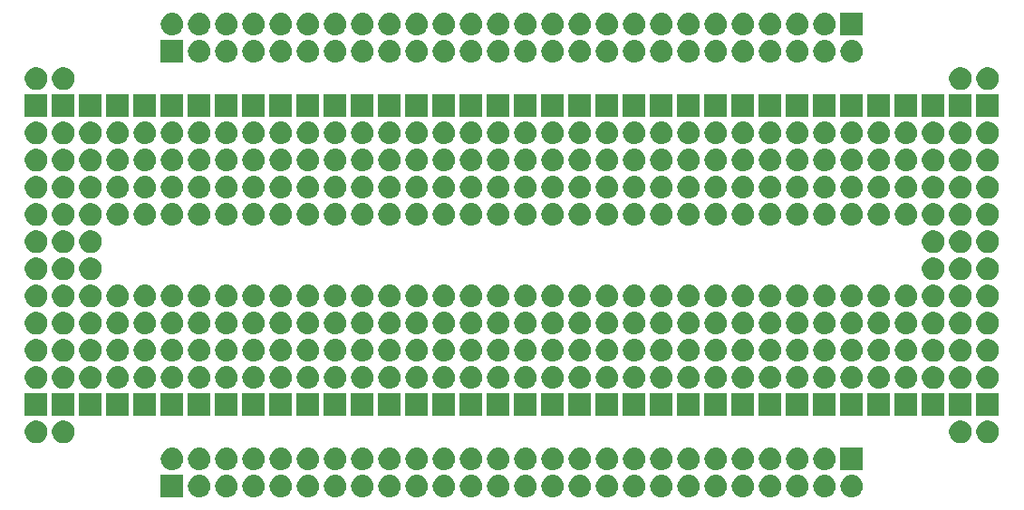
<source format=gbr>
G04 #@! TF.GenerationSoftware,KiCad,Pcbnew,5.0.2+dfsg1-1~bpo9+1*
G04 #@! TF.CreationDate,2022-11-14T20:46:36+01:00*
G04 #@! TF.ProjectId,breadpcb1,62726561-6470-4636-9231-2e6b69636164,rev?*
G04 #@! TF.SameCoordinates,Original*
G04 #@! TF.FileFunction,Soldermask,Top*
G04 #@! TF.FilePolarity,Negative*
%FSLAX46Y46*%
G04 Gerber Fmt 4.6, Leading zero omitted, Abs format (unit mm)*
G04 Created by KiCad (PCBNEW 5.0.2+dfsg1-1~bpo9+1) date Mo 14 Nov 2022 20:46:36 CET*
%MOMM*%
%LPD*%
G01*
G04 APERTURE LIST*
%ADD10C,0.100000*%
G04 APERTURE END LIST*
D10*
G36*
X107730000Y-106460000D02*
X105630000Y-106460000D01*
X105630000Y-104360000D01*
X107730000Y-104360000D01*
X107730000Y-106460000D01*
X107730000Y-106460000D01*
G37*
G36*
X139828707Y-104367596D02*
X139905836Y-104375193D01*
X140037787Y-104415220D01*
X140103763Y-104435233D01*
X140286172Y-104532733D01*
X140446054Y-104663946D01*
X140577267Y-104823828D01*
X140674767Y-105006237D01*
X140674767Y-105006238D01*
X140734807Y-105204164D01*
X140755080Y-105410000D01*
X140734807Y-105615836D01*
X140694780Y-105747787D01*
X140674767Y-105813763D01*
X140577267Y-105996172D01*
X140446054Y-106156054D01*
X140286172Y-106287267D01*
X140103763Y-106384767D01*
X140037787Y-106404780D01*
X139905836Y-106444807D01*
X139828707Y-106452404D01*
X139751580Y-106460000D01*
X139648420Y-106460000D01*
X139571293Y-106452404D01*
X139494164Y-106444807D01*
X139362213Y-106404780D01*
X139296237Y-106384767D01*
X139113828Y-106287267D01*
X138953946Y-106156054D01*
X138822733Y-105996172D01*
X138725233Y-105813763D01*
X138705220Y-105747787D01*
X138665193Y-105615836D01*
X138644920Y-105410000D01*
X138665193Y-105204164D01*
X138725233Y-105006238D01*
X138725233Y-105006237D01*
X138822733Y-104823828D01*
X138953946Y-104663946D01*
X139113828Y-104532733D01*
X139296237Y-104435233D01*
X139362213Y-104415220D01*
X139494164Y-104375193D01*
X139571293Y-104367596D01*
X139648420Y-104360000D01*
X139751580Y-104360000D01*
X139828707Y-104367596D01*
X139828707Y-104367596D01*
G37*
G36*
X170308707Y-104367596D02*
X170385836Y-104375193D01*
X170517787Y-104415220D01*
X170583763Y-104435233D01*
X170766172Y-104532733D01*
X170926054Y-104663946D01*
X171057267Y-104823828D01*
X171154767Y-105006237D01*
X171154767Y-105006238D01*
X171214807Y-105204164D01*
X171235080Y-105410000D01*
X171214807Y-105615836D01*
X171174780Y-105747787D01*
X171154767Y-105813763D01*
X171057267Y-105996172D01*
X170926054Y-106156054D01*
X170766172Y-106287267D01*
X170583763Y-106384767D01*
X170517787Y-106404780D01*
X170385836Y-106444807D01*
X170308707Y-106452404D01*
X170231580Y-106460000D01*
X170128420Y-106460000D01*
X170051293Y-106452404D01*
X169974164Y-106444807D01*
X169842213Y-106404780D01*
X169776237Y-106384767D01*
X169593828Y-106287267D01*
X169433946Y-106156054D01*
X169302733Y-105996172D01*
X169205233Y-105813763D01*
X169185220Y-105747787D01*
X169145193Y-105615836D01*
X169124920Y-105410000D01*
X169145193Y-105204164D01*
X169205233Y-105006238D01*
X169205233Y-105006237D01*
X169302733Y-104823828D01*
X169433946Y-104663946D01*
X169593828Y-104532733D01*
X169776237Y-104435233D01*
X169842213Y-104415220D01*
X169974164Y-104375193D01*
X170051293Y-104367596D01*
X170128420Y-104360000D01*
X170231580Y-104360000D01*
X170308707Y-104367596D01*
X170308707Y-104367596D01*
G37*
G36*
X165228707Y-104367596D02*
X165305836Y-104375193D01*
X165437787Y-104415220D01*
X165503763Y-104435233D01*
X165686172Y-104532733D01*
X165846054Y-104663946D01*
X165977267Y-104823828D01*
X166074767Y-105006237D01*
X166074767Y-105006238D01*
X166134807Y-105204164D01*
X166155080Y-105410000D01*
X166134807Y-105615836D01*
X166094780Y-105747787D01*
X166074767Y-105813763D01*
X165977267Y-105996172D01*
X165846054Y-106156054D01*
X165686172Y-106287267D01*
X165503763Y-106384767D01*
X165437787Y-106404780D01*
X165305836Y-106444807D01*
X165228707Y-106452404D01*
X165151580Y-106460000D01*
X165048420Y-106460000D01*
X164971293Y-106452404D01*
X164894164Y-106444807D01*
X164762213Y-106404780D01*
X164696237Y-106384767D01*
X164513828Y-106287267D01*
X164353946Y-106156054D01*
X164222733Y-105996172D01*
X164125233Y-105813763D01*
X164105220Y-105747787D01*
X164065193Y-105615836D01*
X164044920Y-105410000D01*
X164065193Y-105204164D01*
X164125233Y-105006238D01*
X164125233Y-105006237D01*
X164222733Y-104823828D01*
X164353946Y-104663946D01*
X164513828Y-104532733D01*
X164696237Y-104435233D01*
X164762213Y-104415220D01*
X164894164Y-104375193D01*
X164971293Y-104367596D01*
X165048420Y-104360000D01*
X165151580Y-104360000D01*
X165228707Y-104367596D01*
X165228707Y-104367596D01*
G37*
G36*
X162688707Y-104367596D02*
X162765836Y-104375193D01*
X162897787Y-104415220D01*
X162963763Y-104435233D01*
X163146172Y-104532733D01*
X163306054Y-104663946D01*
X163437267Y-104823828D01*
X163534767Y-105006237D01*
X163534767Y-105006238D01*
X163594807Y-105204164D01*
X163615080Y-105410000D01*
X163594807Y-105615836D01*
X163554780Y-105747787D01*
X163534767Y-105813763D01*
X163437267Y-105996172D01*
X163306054Y-106156054D01*
X163146172Y-106287267D01*
X162963763Y-106384767D01*
X162897787Y-106404780D01*
X162765836Y-106444807D01*
X162688707Y-106452404D01*
X162611580Y-106460000D01*
X162508420Y-106460000D01*
X162431293Y-106452404D01*
X162354164Y-106444807D01*
X162222213Y-106404780D01*
X162156237Y-106384767D01*
X161973828Y-106287267D01*
X161813946Y-106156054D01*
X161682733Y-105996172D01*
X161585233Y-105813763D01*
X161565220Y-105747787D01*
X161525193Y-105615836D01*
X161504920Y-105410000D01*
X161525193Y-105204164D01*
X161585233Y-105006238D01*
X161585233Y-105006237D01*
X161682733Y-104823828D01*
X161813946Y-104663946D01*
X161973828Y-104532733D01*
X162156237Y-104435233D01*
X162222213Y-104415220D01*
X162354164Y-104375193D01*
X162431293Y-104367596D01*
X162508420Y-104360000D01*
X162611580Y-104360000D01*
X162688707Y-104367596D01*
X162688707Y-104367596D01*
G37*
G36*
X160148707Y-104367596D02*
X160225836Y-104375193D01*
X160357787Y-104415220D01*
X160423763Y-104435233D01*
X160606172Y-104532733D01*
X160766054Y-104663946D01*
X160897267Y-104823828D01*
X160994767Y-105006237D01*
X160994767Y-105006238D01*
X161054807Y-105204164D01*
X161075080Y-105410000D01*
X161054807Y-105615836D01*
X161014780Y-105747787D01*
X160994767Y-105813763D01*
X160897267Y-105996172D01*
X160766054Y-106156054D01*
X160606172Y-106287267D01*
X160423763Y-106384767D01*
X160357787Y-106404780D01*
X160225836Y-106444807D01*
X160148707Y-106452404D01*
X160071580Y-106460000D01*
X159968420Y-106460000D01*
X159891293Y-106452404D01*
X159814164Y-106444807D01*
X159682213Y-106404780D01*
X159616237Y-106384767D01*
X159433828Y-106287267D01*
X159273946Y-106156054D01*
X159142733Y-105996172D01*
X159045233Y-105813763D01*
X159025220Y-105747787D01*
X158985193Y-105615836D01*
X158964920Y-105410000D01*
X158985193Y-105204164D01*
X159045233Y-105006238D01*
X159045233Y-105006237D01*
X159142733Y-104823828D01*
X159273946Y-104663946D01*
X159433828Y-104532733D01*
X159616237Y-104435233D01*
X159682213Y-104415220D01*
X159814164Y-104375193D01*
X159891293Y-104367596D01*
X159968420Y-104360000D01*
X160071580Y-104360000D01*
X160148707Y-104367596D01*
X160148707Y-104367596D01*
G37*
G36*
X157608707Y-104367596D02*
X157685836Y-104375193D01*
X157817787Y-104415220D01*
X157883763Y-104435233D01*
X158066172Y-104532733D01*
X158226054Y-104663946D01*
X158357267Y-104823828D01*
X158454767Y-105006237D01*
X158454767Y-105006238D01*
X158514807Y-105204164D01*
X158535080Y-105410000D01*
X158514807Y-105615836D01*
X158474780Y-105747787D01*
X158454767Y-105813763D01*
X158357267Y-105996172D01*
X158226054Y-106156054D01*
X158066172Y-106287267D01*
X157883763Y-106384767D01*
X157817787Y-106404780D01*
X157685836Y-106444807D01*
X157608707Y-106452404D01*
X157531580Y-106460000D01*
X157428420Y-106460000D01*
X157351293Y-106452404D01*
X157274164Y-106444807D01*
X157142213Y-106404780D01*
X157076237Y-106384767D01*
X156893828Y-106287267D01*
X156733946Y-106156054D01*
X156602733Y-105996172D01*
X156505233Y-105813763D01*
X156485220Y-105747787D01*
X156445193Y-105615836D01*
X156424920Y-105410000D01*
X156445193Y-105204164D01*
X156505233Y-105006238D01*
X156505233Y-105006237D01*
X156602733Y-104823828D01*
X156733946Y-104663946D01*
X156893828Y-104532733D01*
X157076237Y-104435233D01*
X157142213Y-104415220D01*
X157274164Y-104375193D01*
X157351293Y-104367596D01*
X157428420Y-104360000D01*
X157531580Y-104360000D01*
X157608707Y-104367596D01*
X157608707Y-104367596D01*
G37*
G36*
X155068707Y-104367596D02*
X155145836Y-104375193D01*
X155277787Y-104415220D01*
X155343763Y-104435233D01*
X155526172Y-104532733D01*
X155686054Y-104663946D01*
X155817267Y-104823828D01*
X155914767Y-105006237D01*
X155914767Y-105006238D01*
X155974807Y-105204164D01*
X155995080Y-105410000D01*
X155974807Y-105615836D01*
X155934780Y-105747787D01*
X155914767Y-105813763D01*
X155817267Y-105996172D01*
X155686054Y-106156054D01*
X155526172Y-106287267D01*
X155343763Y-106384767D01*
X155277787Y-106404780D01*
X155145836Y-106444807D01*
X155068707Y-106452404D01*
X154991580Y-106460000D01*
X154888420Y-106460000D01*
X154811293Y-106452404D01*
X154734164Y-106444807D01*
X154602213Y-106404780D01*
X154536237Y-106384767D01*
X154353828Y-106287267D01*
X154193946Y-106156054D01*
X154062733Y-105996172D01*
X153965233Y-105813763D01*
X153945220Y-105747787D01*
X153905193Y-105615836D01*
X153884920Y-105410000D01*
X153905193Y-105204164D01*
X153965233Y-105006238D01*
X153965233Y-105006237D01*
X154062733Y-104823828D01*
X154193946Y-104663946D01*
X154353828Y-104532733D01*
X154536237Y-104435233D01*
X154602213Y-104415220D01*
X154734164Y-104375193D01*
X154811293Y-104367596D01*
X154888420Y-104360000D01*
X154991580Y-104360000D01*
X155068707Y-104367596D01*
X155068707Y-104367596D01*
G37*
G36*
X152528707Y-104367596D02*
X152605836Y-104375193D01*
X152737787Y-104415220D01*
X152803763Y-104435233D01*
X152986172Y-104532733D01*
X153146054Y-104663946D01*
X153277267Y-104823828D01*
X153374767Y-105006237D01*
X153374767Y-105006238D01*
X153434807Y-105204164D01*
X153455080Y-105410000D01*
X153434807Y-105615836D01*
X153394780Y-105747787D01*
X153374767Y-105813763D01*
X153277267Y-105996172D01*
X153146054Y-106156054D01*
X152986172Y-106287267D01*
X152803763Y-106384767D01*
X152737787Y-106404780D01*
X152605836Y-106444807D01*
X152528707Y-106452404D01*
X152451580Y-106460000D01*
X152348420Y-106460000D01*
X152271293Y-106452404D01*
X152194164Y-106444807D01*
X152062213Y-106404780D01*
X151996237Y-106384767D01*
X151813828Y-106287267D01*
X151653946Y-106156054D01*
X151522733Y-105996172D01*
X151425233Y-105813763D01*
X151405220Y-105747787D01*
X151365193Y-105615836D01*
X151344920Y-105410000D01*
X151365193Y-105204164D01*
X151425233Y-105006238D01*
X151425233Y-105006237D01*
X151522733Y-104823828D01*
X151653946Y-104663946D01*
X151813828Y-104532733D01*
X151996237Y-104435233D01*
X152062213Y-104415220D01*
X152194164Y-104375193D01*
X152271293Y-104367596D01*
X152348420Y-104360000D01*
X152451580Y-104360000D01*
X152528707Y-104367596D01*
X152528707Y-104367596D01*
G37*
G36*
X149988707Y-104367596D02*
X150065836Y-104375193D01*
X150197787Y-104415220D01*
X150263763Y-104435233D01*
X150446172Y-104532733D01*
X150606054Y-104663946D01*
X150737267Y-104823828D01*
X150834767Y-105006237D01*
X150834767Y-105006238D01*
X150894807Y-105204164D01*
X150915080Y-105410000D01*
X150894807Y-105615836D01*
X150854780Y-105747787D01*
X150834767Y-105813763D01*
X150737267Y-105996172D01*
X150606054Y-106156054D01*
X150446172Y-106287267D01*
X150263763Y-106384767D01*
X150197787Y-106404780D01*
X150065836Y-106444807D01*
X149988707Y-106452404D01*
X149911580Y-106460000D01*
X149808420Y-106460000D01*
X149731293Y-106452404D01*
X149654164Y-106444807D01*
X149522213Y-106404780D01*
X149456237Y-106384767D01*
X149273828Y-106287267D01*
X149113946Y-106156054D01*
X148982733Y-105996172D01*
X148885233Y-105813763D01*
X148865220Y-105747787D01*
X148825193Y-105615836D01*
X148804920Y-105410000D01*
X148825193Y-105204164D01*
X148885233Y-105006238D01*
X148885233Y-105006237D01*
X148982733Y-104823828D01*
X149113946Y-104663946D01*
X149273828Y-104532733D01*
X149456237Y-104435233D01*
X149522213Y-104415220D01*
X149654164Y-104375193D01*
X149731293Y-104367596D01*
X149808420Y-104360000D01*
X149911580Y-104360000D01*
X149988707Y-104367596D01*
X149988707Y-104367596D01*
G37*
G36*
X147448707Y-104367596D02*
X147525836Y-104375193D01*
X147657787Y-104415220D01*
X147723763Y-104435233D01*
X147906172Y-104532733D01*
X148066054Y-104663946D01*
X148197267Y-104823828D01*
X148294767Y-105006237D01*
X148294767Y-105006238D01*
X148354807Y-105204164D01*
X148375080Y-105410000D01*
X148354807Y-105615836D01*
X148314780Y-105747787D01*
X148294767Y-105813763D01*
X148197267Y-105996172D01*
X148066054Y-106156054D01*
X147906172Y-106287267D01*
X147723763Y-106384767D01*
X147657787Y-106404780D01*
X147525836Y-106444807D01*
X147448707Y-106452404D01*
X147371580Y-106460000D01*
X147268420Y-106460000D01*
X147191293Y-106452404D01*
X147114164Y-106444807D01*
X146982213Y-106404780D01*
X146916237Y-106384767D01*
X146733828Y-106287267D01*
X146573946Y-106156054D01*
X146442733Y-105996172D01*
X146345233Y-105813763D01*
X146325220Y-105747787D01*
X146285193Y-105615836D01*
X146264920Y-105410000D01*
X146285193Y-105204164D01*
X146345233Y-105006238D01*
X146345233Y-105006237D01*
X146442733Y-104823828D01*
X146573946Y-104663946D01*
X146733828Y-104532733D01*
X146916237Y-104435233D01*
X146982213Y-104415220D01*
X147114164Y-104375193D01*
X147191293Y-104367596D01*
X147268420Y-104360000D01*
X147371580Y-104360000D01*
X147448707Y-104367596D01*
X147448707Y-104367596D01*
G37*
G36*
X144908707Y-104367596D02*
X144985836Y-104375193D01*
X145117787Y-104415220D01*
X145183763Y-104435233D01*
X145366172Y-104532733D01*
X145526054Y-104663946D01*
X145657267Y-104823828D01*
X145754767Y-105006237D01*
X145754767Y-105006238D01*
X145814807Y-105204164D01*
X145835080Y-105410000D01*
X145814807Y-105615836D01*
X145774780Y-105747787D01*
X145754767Y-105813763D01*
X145657267Y-105996172D01*
X145526054Y-106156054D01*
X145366172Y-106287267D01*
X145183763Y-106384767D01*
X145117787Y-106404780D01*
X144985836Y-106444807D01*
X144908707Y-106452404D01*
X144831580Y-106460000D01*
X144728420Y-106460000D01*
X144651293Y-106452404D01*
X144574164Y-106444807D01*
X144442213Y-106404780D01*
X144376237Y-106384767D01*
X144193828Y-106287267D01*
X144033946Y-106156054D01*
X143902733Y-105996172D01*
X143805233Y-105813763D01*
X143785220Y-105747787D01*
X143745193Y-105615836D01*
X143724920Y-105410000D01*
X143745193Y-105204164D01*
X143805233Y-105006238D01*
X143805233Y-105006237D01*
X143902733Y-104823828D01*
X144033946Y-104663946D01*
X144193828Y-104532733D01*
X144376237Y-104435233D01*
X144442213Y-104415220D01*
X144574164Y-104375193D01*
X144651293Y-104367596D01*
X144728420Y-104360000D01*
X144831580Y-104360000D01*
X144908707Y-104367596D01*
X144908707Y-104367596D01*
G37*
G36*
X142368707Y-104367596D02*
X142445836Y-104375193D01*
X142577787Y-104415220D01*
X142643763Y-104435233D01*
X142826172Y-104532733D01*
X142986054Y-104663946D01*
X143117267Y-104823828D01*
X143214767Y-105006237D01*
X143214767Y-105006238D01*
X143274807Y-105204164D01*
X143295080Y-105410000D01*
X143274807Y-105615836D01*
X143234780Y-105747787D01*
X143214767Y-105813763D01*
X143117267Y-105996172D01*
X142986054Y-106156054D01*
X142826172Y-106287267D01*
X142643763Y-106384767D01*
X142577787Y-106404780D01*
X142445836Y-106444807D01*
X142368707Y-106452404D01*
X142291580Y-106460000D01*
X142188420Y-106460000D01*
X142111293Y-106452404D01*
X142034164Y-106444807D01*
X141902213Y-106404780D01*
X141836237Y-106384767D01*
X141653828Y-106287267D01*
X141493946Y-106156054D01*
X141362733Y-105996172D01*
X141265233Y-105813763D01*
X141245220Y-105747787D01*
X141205193Y-105615836D01*
X141184920Y-105410000D01*
X141205193Y-105204164D01*
X141265233Y-105006238D01*
X141265233Y-105006237D01*
X141362733Y-104823828D01*
X141493946Y-104663946D01*
X141653828Y-104532733D01*
X141836237Y-104435233D01*
X141902213Y-104415220D01*
X142034164Y-104375193D01*
X142111293Y-104367596D01*
X142188420Y-104360000D01*
X142291580Y-104360000D01*
X142368707Y-104367596D01*
X142368707Y-104367596D01*
G37*
G36*
X167768707Y-104367596D02*
X167845836Y-104375193D01*
X167977787Y-104415220D01*
X168043763Y-104435233D01*
X168226172Y-104532733D01*
X168386054Y-104663946D01*
X168517267Y-104823828D01*
X168614767Y-105006237D01*
X168614767Y-105006238D01*
X168674807Y-105204164D01*
X168695080Y-105410000D01*
X168674807Y-105615836D01*
X168634780Y-105747787D01*
X168614767Y-105813763D01*
X168517267Y-105996172D01*
X168386054Y-106156054D01*
X168226172Y-106287267D01*
X168043763Y-106384767D01*
X167977787Y-106404780D01*
X167845836Y-106444807D01*
X167768707Y-106452404D01*
X167691580Y-106460000D01*
X167588420Y-106460000D01*
X167511293Y-106452404D01*
X167434164Y-106444807D01*
X167302213Y-106404780D01*
X167236237Y-106384767D01*
X167053828Y-106287267D01*
X166893946Y-106156054D01*
X166762733Y-105996172D01*
X166665233Y-105813763D01*
X166645220Y-105747787D01*
X166605193Y-105615836D01*
X166584920Y-105410000D01*
X166605193Y-105204164D01*
X166665233Y-105006238D01*
X166665233Y-105006237D01*
X166762733Y-104823828D01*
X166893946Y-104663946D01*
X167053828Y-104532733D01*
X167236237Y-104435233D01*
X167302213Y-104415220D01*
X167434164Y-104375193D01*
X167511293Y-104367596D01*
X167588420Y-104360000D01*
X167691580Y-104360000D01*
X167768707Y-104367596D01*
X167768707Y-104367596D01*
G37*
G36*
X134748707Y-104367596D02*
X134825836Y-104375193D01*
X134957787Y-104415220D01*
X135023763Y-104435233D01*
X135206172Y-104532733D01*
X135366054Y-104663946D01*
X135497267Y-104823828D01*
X135594767Y-105006237D01*
X135594767Y-105006238D01*
X135654807Y-105204164D01*
X135675080Y-105410000D01*
X135654807Y-105615836D01*
X135614780Y-105747787D01*
X135594767Y-105813763D01*
X135497267Y-105996172D01*
X135366054Y-106156054D01*
X135206172Y-106287267D01*
X135023763Y-106384767D01*
X134957787Y-106404780D01*
X134825836Y-106444807D01*
X134748707Y-106452404D01*
X134671580Y-106460000D01*
X134568420Y-106460000D01*
X134491293Y-106452404D01*
X134414164Y-106444807D01*
X134282213Y-106404780D01*
X134216237Y-106384767D01*
X134033828Y-106287267D01*
X133873946Y-106156054D01*
X133742733Y-105996172D01*
X133645233Y-105813763D01*
X133625220Y-105747787D01*
X133585193Y-105615836D01*
X133564920Y-105410000D01*
X133585193Y-105204164D01*
X133645233Y-105006238D01*
X133645233Y-105006237D01*
X133742733Y-104823828D01*
X133873946Y-104663946D01*
X134033828Y-104532733D01*
X134216237Y-104435233D01*
X134282213Y-104415220D01*
X134414164Y-104375193D01*
X134491293Y-104367596D01*
X134568420Y-104360000D01*
X134671580Y-104360000D01*
X134748707Y-104367596D01*
X134748707Y-104367596D01*
G37*
G36*
X137288707Y-104367596D02*
X137365836Y-104375193D01*
X137497787Y-104415220D01*
X137563763Y-104435233D01*
X137746172Y-104532733D01*
X137906054Y-104663946D01*
X138037267Y-104823828D01*
X138134767Y-105006237D01*
X138134767Y-105006238D01*
X138194807Y-105204164D01*
X138215080Y-105410000D01*
X138194807Y-105615836D01*
X138154780Y-105747787D01*
X138134767Y-105813763D01*
X138037267Y-105996172D01*
X137906054Y-106156054D01*
X137746172Y-106287267D01*
X137563763Y-106384767D01*
X137497787Y-106404780D01*
X137365836Y-106444807D01*
X137288707Y-106452404D01*
X137211580Y-106460000D01*
X137108420Y-106460000D01*
X137031293Y-106452404D01*
X136954164Y-106444807D01*
X136822213Y-106404780D01*
X136756237Y-106384767D01*
X136573828Y-106287267D01*
X136413946Y-106156054D01*
X136282733Y-105996172D01*
X136185233Y-105813763D01*
X136165220Y-105747787D01*
X136125193Y-105615836D01*
X136104920Y-105410000D01*
X136125193Y-105204164D01*
X136185233Y-105006238D01*
X136185233Y-105006237D01*
X136282733Y-104823828D01*
X136413946Y-104663946D01*
X136573828Y-104532733D01*
X136756237Y-104435233D01*
X136822213Y-104415220D01*
X136954164Y-104375193D01*
X137031293Y-104367596D01*
X137108420Y-104360000D01*
X137211580Y-104360000D01*
X137288707Y-104367596D01*
X137288707Y-104367596D01*
G37*
G36*
X109348707Y-104367596D02*
X109425836Y-104375193D01*
X109557787Y-104415220D01*
X109623763Y-104435233D01*
X109806172Y-104532733D01*
X109966054Y-104663946D01*
X110097267Y-104823828D01*
X110194767Y-105006237D01*
X110194767Y-105006238D01*
X110254807Y-105204164D01*
X110275080Y-105410000D01*
X110254807Y-105615836D01*
X110214780Y-105747787D01*
X110194767Y-105813763D01*
X110097267Y-105996172D01*
X109966054Y-106156054D01*
X109806172Y-106287267D01*
X109623763Y-106384767D01*
X109557787Y-106404780D01*
X109425836Y-106444807D01*
X109348707Y-106452404D01*
X109271580Y-106460000D01*
X109168420Y-106460000D01*
X109091293Y-106452404D01*
X109014164Y-106444807D01*
X108882213Y-106404780D01*
X108816237Y-106384767D01*
X108633828Y-106287267D01*
X108473946Y-106156054D01*
X108342733Y-105996172D01*
X108245233Y-105813763D01*
X108225220Y-105747787D01*
X108185193Y-105615836D01*
X108164920Y-105410000D01*
X108185193Y-105204164D01*
X108245233Y-105006238D01*
X108245233Y-105006237D01*
X108342733Y-104823828D01*
X108473946Y-104663946D01*
X108633828Y-104532733D01*
X108816237Y-104435233D01*
X108882213Y-104415220D01*
X109014164Y-104375193D01*
X109091293Y-104367596D01*
X109168420Y-104360000D01*
X109271580Y-104360000D01*
X109348707Y-104367596D01*
X109348707Y-104367596D01*
G37*
G36*
X111888707Y-104367596D02*
X111965836Y-104375193D01*
X112097787Y-104415220D01*
X112163763Y-104435233D01*
X112346172Y-104532733D01*
X112506054Y-104663946D01*
X112637267Y-104823828D01*
X112734767Y-105006237D01*
X112734767Y-105006238D01*
X112794807Y-105204164D01*
X112815080Y-105410000D01*
X112794807Y-105615836D01*
X112754780Y-105747787D01*
X112734767Y-105813763D01*
X112637267Y-105996172D01*
X112506054Y-106156054D01*
X112346172Y-106287267D01*
X112163763Y-106384767D01*
X112097787Y-106404780D01*
X111965836Y-106444807D01*
X111888707Y-106452404D01*
X111811580Y-106460000D01*
X111708420Y-106460000D01*
X111631293Y-106452404D01*
X111554164Y-106444807D01*
X111422213Y-106404780D01*
X111356237Y-106384767D01*
X111173828Y-106287267D01*
X111013946Y-106156054D01*
X110882733Y-105996172D01*
X110785233Y-105813763D01*
X110765220Y-105747787D01*
X110725193Y-105615836D01*
X110704920Y-105410000D01*
X110725193Y-105204164D01*
X110785233Y-105006238D01*
X110785233Y-105006237D01*
X110882733Y-104823828D01*
X111013946Y-104663946D01*
X111173828Y-104532733D01*
X111356237Y-104435233D01*
X111422213Y-104415220D01*
X111554164Y-104375193D01*
X111631293Y-104367596D01*
X111708420Y-104360000D01*
X111811580Y-104360000D01*
X111888707Y-104367596D01*
X111888707Y-104367596D01*
G37*
G36*
X114428707Y-104367596D02*
X114505836Y-104375193D01*
X114637787Y-104415220D01*
X114703763Y-104435233D01*
X114886172Y-104532733D01*
X115046054Y-104663946D01*
X115177267Y-104823828D01*
X115274767Y-105006237D01*
X115274767Y-105006238D01*
X115334807Y-105204164D01*
X115355080Y-105410000D01*
X115334807Y-105615836D01*
X115294780Y-105747787D01*
X115274767Y-105813763D01*
X115177267Y-105996172D01*
X115046054Y-106156054D01*
X114886172Y-106287267D01*
X114703763Y-106384767D01*
X114637787Y-106404780D01*
X114505836Y-106444807D01*
X114428707Y-106452404D01*
X114351580Y-106460000D01*
X114248420Y-106460000D01*
X114171293Y-106452404D01*
X114094164Y-106444807D01*
X113962213Y-106404780D01*
X113896237Y-106384767D01*
X113713828Y-106287267D01*
X113553946Y-106156054D01*
X113422733Y-105996172D01*
X113325233Y-105813763D01*
X113305220Y-105747787D01*
X113265193Y-105615836D01*
X113244920Y-105410000D01*
X113265193Y-105204164D01*
X113325233Y-105006238D01*
X113325233Y-105006237D01*
X113422733Y-104823828D01*
X113553946Y-104663946D01*
X113713828Y-104532733D01*
X113896237Y-104435233D01*
X113962213Y-104415220D01*
X114094164Y-104375193D01*
X114171293Y-104367596D01*
X114248420Y-104360000D01*
X114351580Y-104360000D01*
X114428707Y-104367596D01*
X114428707Y-104367596D01*
G37*
G36*
X116968707Y-104367596D02*
X117045836Y-104375193D01*
X117177787Y-104415220D01*
X117243763Y-104435233D01*
X117426172Y-104532733D01*
X117586054Y-104663946D01*
X117717267Y-104823828D01*
X117814767Y-105006237D01*
X117814767Y-105006238D01*
X117874807Y-105204164D01*
X117895080Y-105410000D01*
X117874807Y-105615836D01*
X117834780Y-105747787D01*
X117814767Y-105813763D01*
X117717267Y-105996172D01*
X117586054Y-106156054D01*
X117426172Y-106287267D01*
X117243763Y-106384767D01*
X117177787Y-106404780D01*
X117045836Y-106444807D01*
X116968707Y-106452404D01*
X116891580Y-106460000D01*
X116788420Y-106460000D01*
X116711293Y-106452404D01*
X116634164Y-106444807D01*
X116502213Y-106404780D01*
X116436237Y-106384767D01*
X116253828Y-106287267D01*
X116093946Y-106156054D01*
X115962733Y-105996172D01*
X115865233Y-105813763D01*
X115845220Y-105747787D01*
X115805193Y-105615836D01*
X115784920Y-105410000D01*
X115805193Y-105204164D01*
X115865233Y-105006238D01*
X115865233Y-105006237D01*
X115962733Y-104823828D01*
X116093946Y-104663946D01*
X116253828Y-104532733D01*
X116436237Y-104435233D01*
X116502213Y-104415220D01*
X116634164Y-104375193D01*
X116711293Y-104367596D01*
X116788420Y-104360000D01*
X116891580Y-104360000D01*
X116968707Y-104367596D01*
X116968707Y-104367596D01*
G37*
G36*
X119508707Y-104367596D02*
X119585836Y-104375193D01*
X119717787Y-104415220D01*
X119783763Y-104435233D01*
X119966172Y-104532733D01*
X120126054Y-104663946D01*
X120257267Y-104823828D01*
X120354767Y-105006237D01*
X120354767Y-105006238D01*
X120414807Y-105204164D01*
X120435080Y-105410000D01*
X120414807Y-105615836D01*
X120374780Y-105747787D01*
X120354767Y-105813763D01*
X120257267Y-105996172D01*
X120126054Y-106156054D01*
X119966172Y-106287267D01*
X119783763Y-106384767D01*
X119717787Y-106404780D01*
X119585836Y-106444807D01*
X119508707Y-106452404D01*
X119431580Y-106460000D01*
X119328420Y-106460000D01*
X119251293Y-106452404D01*
X119174164Y-106444807D01*
X119042213Y-106404780D01*
X118976237Y-106384767D01*
X118793828Y-106287267D01*
X118633946Y-106156054D01*
X118502733Y-105996172D01*
X118405233Y-105813763D01*
X118385220Y-105747787D01*
X118345193Y-105615836D01*
X118324920Y-105410000D01*
X118345193Y-105204164D01*
X118405233Y-105006238D01*
X118405233Y-105006237D01*
X118502733Y-104823828D01*
X118633946Y-104663946D01*
X118793828Y-104532733D01*
X118976237Y-104435233D01*
X119042213Y-104415220D01*
X119174164Y-104375193D01*
X119251293Y-104367596D01*
X119328420Y-104360000D01*
X119431580Y-104360000D01*
X119508707Y-104367596D01*
X119508707Y-104367596D01*
G37*
G36*
X122048707Y-104367596D02*
X122125836Y-104375193D01*
X122257787Y-104415220D01*
X122323763Y-104435233D01*
X122506172Y-104532733D01*
X122666054Y-104663946D01*
X122797267Y-104823828D01*
X122894767Y-105006237D01*
X122894767Y-105006238D01*
X122954807Y-105204164D01*
X122975080Y-105410000D01*
X122954807Y-105615836D01*
X122914780Y-105747787D01*
X122894767Y-105813763D01*
X122797267Y-105996172D01*
X122666054Y-106156054D01*
X122506172Y-106287267D01*
X122323763Y-106384767D01*
X122257787Y-106404780D01*
X122125836Y-106444807D01*
X122048707Y-106452404D01*
X121971580Y-106460000D01*
X121868420Y-106460000D01*
X121791293Y-106452404D01*
X121714164Y-106444807D01*
X121582213Y-106404780D01*
X121516237Y-106384767D01*
X121333828Y-106287267D01*
X121173946Y-106156054D01*
X121042733Y-105996172D01*
X120945233Y-105813763D01*
X120925220Y-105747787D01*
X120885193Y-105615836D01*
X120864920Y-105410000D01*
X120885193Y-105204164D01*
X120945233Y-105006238D01*
X120945233Y-105006237D01*
X121042733Y-104823828D01*
X121173946Y-104663946D01*
X121333828Y-104532733D01*
X121516237Y-104435233D01*
X121582213Y-104415220D01*
X121714164Y-104375193D01*
X121791293Y-104367596D01*
X121868420Y-104360000D01*
X121971580Y-104360000D01*
X122048707Y-104367596D01*
X122048707Y-104367596D01*
G37*
G36*
X124588707Y-104367596D02*
X124665836Y-104375193D01*
X124797787Y-104415220D01*
X124863763Y-104435233D01*
X125046172Y-104532733D01*
X125206054Y-104663946D01*
X125337267Y-104823828D01*
X125434767Y-105006237D01*
X125434767Y-105006238D01*
X125494807Y-105204164D01*
X125515080Y-105410000D01*
X125494807Y-105615836D01*
X125454780Y-105747787D01*
X125434767Y-105813763D01*
X125337267Y-105996172D01*
X125206054Y-106156054D01*
X125046172Y-106287267D01*
X124863763Y-106384767D01*
X124797787Y-106404780D01*
X124665836Y-106444807D01*
X124588707Y-106452404D01*
X124511580Y-106460000D01*
X124408420Y-106460000D01*
X124331293Y-106452404D01*
X124254164Y-106444807D01*
X124122213Y-106404780D01*
X124056237Y-106384767D01*
X123873828Y-106287267D01*
X123713946Y-106156054D01*
X123582733Y-105996172D01*
X123485233Y-105813763D01*
X123465220Y-105747787D01*
X123425193Y-105615836D01*
X123404920Y-105410000D01*
X123425193Y-105204164D01*
X123485233Y-105006238D01*
X123485233Y-105006237D01*
X123582733Y-104823828D01*
X123713946Y-104663946D01*
X123873828Y-104532733D01*
X124056237Y-104435233D01*
X124122213Y-104415220D01*
X124254164Y-104375193D01*
X124331293Y-104367596D01*
X124408420Y-104360000D01*
X124511580Y-104360000D01*
X124588707Y-104367596D01*
X124588707Y-104367596D01*
G37*
G36*
X127128707Y-104367596D02*
X127205836Y-104375193D01*
X127337787Y-104415220D01*
X127403763Y-104435233D01*
X127586172Y-104532733D01*
X127746054Y-104663946D01*
X127877267Y-104823828D01*
X127974767Y-105006237D01*
X127974767Y-105006238D01*
X128034807Y-105204164D01*
X128055080Y-105410000D01*
X128034807Y-105615836D01*
X127994780Y-105747787D01*
X127974767Y-105813763D01*
X127877267Y-105996172D01*
X127746054Y-106156054D01*
X127586172Y-106287267D01*
X127403763Y-106384767D01*
X127337787Y-106404780D01*
X127205836Y-106444807D01*
X127128707Y-106452404D01*
X127051580Y-106460000D01*
X126948420Y-106460000D01*
X126871293Y-106452404D01*
X126794164Y-106444807D01*
X126662213Y-106404780D01*
X126596237Y-106384767D01*
X126413828Y-106287267D01*
X126253946Y-106156054D01*
X126122733Y-105996172D01*
X126025233Y-105813763D01*
X126005220Y-105747787D01*
X125965193Y-105615836D01*
X125944920Y-105410000D01*
X125965193Y-105204164D01*
X126025233Y-105006238D01*
X126025233Y-105006237D01*
X126122733Y-104823828D01*
X126253946Y-104663946D01*
X126413828Y-104532733D01*
X126596237Y-104435233D01*
X126662213Y-104415220D01*
X126794164Y-104375193D01*
X126871293Y-104367596D01*
X126948420Y-104360000D01*
X127051580Y-104360000D01*
X127128707Y-104367596D01*
X127128707Y-104367596D01*
G37*
G36*
X129668707Y-104367596D02*
X129745836Y-104375193D01*
X129877787Y-104415220D01*
X129943763Y-104435233D01*
X130126172Y-104532733D01*
X130286054Y-104663946D01*
X130417267Y-104823828D01*
X130514767Y-105006237D01*
X130514767Y-105006238D01*
X130574807Y-105204164D01*
X130595080Y-105410000D01*
X130574807Y-105615836D01*
X130534780Y-105747787D01*
X130514767Y-105813763D01*
X130417267Y-105996172D01*
X130286054Y-106156054D01*
X130126172Y-106287267D01*
X129943763Y-106384767D01*
X129877787Y-106404780D01*
X129745836Y-106444807D01*
X129668707Y-106452404D01*
X129591580Y-106460000D01*
X129488420Y-106460000D01*
X129411293Y-106452404D01*
X129334164Y-106444807D01*
X129202213Y-106404780D01*
X129136237Y-106384767D01*
X128953828Y-106287267D01*
X128793946Y-106156054D01*
X128662733Y-105996172D01*
X128565233Y-105813763D01*
X128545220Y-105747787D01*
X128505193Y-105615836D01*
X128484920Y-105410000D01*
X128505193Y-105204164D01*
X128565233Y-105006238D01*
X128565233Y-105006237D01*
X128662733Y-104823828D01*
X128793946Y-104663946D01*
X128953828Y-104532733D01*
X129136237Y-104435233D01*
X129202213Y-104415220D01*
X129334164Y-104375193D01*
X129411293Y-104367596D01*
X129488420Y-104360000D01*
X129591580Y-104360000D01*
X129668707Y-104367596D01*
X129668707Y-104367596D01*
G37*
G36*
X132208707Y-104367596D02*
X132285836Y-104375193D01*
X132417787Y-104415220D01*
X132483763Y-104435233D01*
X132666172Y-104532733D01*
X132826054Y-104663946D01*
X132957267Y-104823828D01*
X133054767Y-105006237D01*
X133054767Y-105006238D01*
X133114807Y-105204164D01*
X133135080Y-105410000D01*
X133114807Y-105615836D01*
X133074780Y-105747787D01*
X133054767Y-105813763D01*
X132957267Y-105996172D01*
X132826054Y-106156054D01*
X132666172Y-106287267D01*
X132483763Y-106384767D01*
X132417787Y-106404780D01*
X132285836Y-106444807D01*
X132208707Y-106452404D01*
X132131580Y-106460000D01*
X132028420Y-106460000D01*
X131951293Y-106452404D01*
X131874164Y-106444807D01*
X131742213Y-106404780D01*
X131676237Y-106384767D01*
X131493828Y-106287267D01*
X131333946Y-106156054D01*
X131202733Y-105996172D01*
X131105233Y-105813763D01*
X131085220Y-105747787D01*
X131045193Y-105615836D01*
X131024920Y-105410000D01*
X131045193Y-105204164D01*
X131105233Y-105006238D01*
X131105233Y-105006237D01*
X131202733Y-104823828D01*
X131333946Y-104663946D01*
X131493828Y-104532733D01*
X131676237Y-104435233D01*
X131742213Y-104415220D01*
X131874164Y-104375193D01*
X131951293Y-104367596D01*
X132028420Y-104360000D01*
X132131580Y-104360000D01*
X132208707Y-104367596D01*
X132208707Y-104367596D01*
G37*
G36*
X165228707Y-101827596D02*
X165305836Y-101835193D01*
X165437787Y-101875220D01*
X165503763Y-101895233D01*
X165686172Y-101992733D01*
X165846054Y-102123946D01*
X165977267Y-102283828D01*
X166074767Y-102466237D01*
X166074767Y-102466238D01*
X166134807Y-102664164D01*
X166155080Y-102870000D01*
X166134807Y-103075836D01*
X166094780Y-103207787D01*
X166074767Y-103273763D01*
X165977267Y-103456172D01*
X165846054Y-103616054D01*
X165686172Y-103747267D01*
X165503763Y-103844767D01*
X165437787Y-103864780D01*
X165305836Y-103904807D01*
X165228707Y-103912404D01*
X165151580Y-103920000D01*
X165048420Y-103920000D01*
X164971293Y-103912404D01*
X164894164Y-103904807D01*
X164762213Y-103864780D01*
X164696237Y-103844767D01*
X164513828Y-103747267D01*
X164353946Y-103616054D01*
X164222733Y-103456172D01*
X164125233Y-103273763D01*
X164105220Y-103207787D01*
X164065193Y-103075836D01*
X164044920Y-102870000D01*
X164065193Y-102664164D01*
X164125233Y-102466238D01*
X164125233Y-102466237D01*
X164222733Y-102283828D01*
X164353946Y-102123946D01*
X164513828Y-101992733D01*
X164696237Y-101895233D01*
X164762213Y-101875220D01*
X164894164Y-101835193D01*
X164971293Y-101827597D01*
X165048420Y-101820000D01*
X165151580Y-101820000D01*
X165228707Y-101827596D01*
X165228707Y-101827596D01*
G37*
G36*
X139828707Y-101827596D02*
X139905836Y-101835193D01*
X140037787Y-101875220D01*
X140103763Y-101895233D01*
X140286172Y-101992733D01*
X140446054Y-102123946D01*
X140577267Y-102283828D01*
X140674767Y-102466237D01*
X140674767Y-102466238D01*
X140734807Y-102664164D01*
X140755080Y-102870000D01*
X140734807Y-103075836D01*
X140694780Y-103207787D01*
X140674767Y-103273763D01*
X140577267Y-103456172D01*
X140446054Y-103616054D01*
X140286172Y-103747267D01*
X140103763Y-103844767D01*
X140037787Y-103864780D01*
X139905836Y-103904807D01*
X139828707Y-103912404D01*
X139751580Y-103920000D01*
X139648420Y-103920000D01*
X139571293Y-103912404D01*
X139494164Y-103904807D01*
X139362213Y-103864780D01*
X139296237Y-103844767D01*
X139113828Y-103747267D01*
X138953946Y-103616054D01*
X138822733Y-103456172D01*
X138725233Y-103273763D01*
X138705220Y-103207787D01*
X138665193Y-103075836D01*
X138644920Y-102870000D01*
X138665193Y-102664164D01*
X138725233Y-102466238D01*
X138725233Y-102466237D01*
X138822733Y-102283828D01*
X138953946Y-102123946D01*
X139113828Y-101992733D01*
X139296237Y-101895233D01*
X139362213Y-101875220D01*
X139494164Y-101835193D01*
X139571293Y-101827597D01*
X139648420Y-101820000D01*
X139751580Y-101820000D01*
X139828707Y-101827596D01*
X139828707Y-101827596D01*
G37*
G36*
X142368707Y-101827596D02*
X142445836Y-101835193D01*
X142577787Y-101875220D01*
X142643763Y-101895233D01*
X142826172Y-101992733D01*
X142986054Y-102123946D01*
X143117267Y-102283828D01*
X143214767Y-102466237D01*
X143214767Y-102466238D01*
X143274807Y-102664164D01*
X143295080Y-102870000D01*
X143274807Y-103075836D01*
X143234780Y-103207787D01*
X143214767Y-103273763D01*
X143117267Y-103456172D01*
X142986054Y-103616054D01*
X142826172Y-103747267D01*
X142643763Y-103844767D01*
X142577787Y-103864780D01*
X142445836Y-103904807D01*
X142368707Y-103912404D01*
X142291580Y-103920000D01*
X142188420Y-103920000D01*
X142111293Y-103912404D01*
X142034164Y-103904807D01*
X141902213Y-103864780D01*
X141836237Y-103844767D01*
X141653828Y-103747267D01*
X141493946Y-103616054D01*
X141362733Y-103456172D01*
X141265233Y-103273763D01*
X141245220Y-103207787D01*
X141205193Y-103075836D01*
X141184920Y-102870000D01*
X141205193Y-102664164D01*
X141265233Y-102466238D01*
X141265233Y-102466237D01*
X141362733Y-102283828D01*
X141493946Y-102123946D01*
X141653828Y-101992733D01*
X141836237Y-101895233D01*
X141902213Y-101875220D01*
X142034164Y-101835193D01*
X142111293Y-101827597D01*
X142188420Y-101820000D01*
X142291580Y-101820000D01*
X142368707Y-101827596D01*
X142368707Y-101827596D01*
G37*
G36*
X144908707Y-101827596D02*
X144985836Y-101835193D01*
X145117787Y-101875220D01*
X145183763Y-101895233D01*
X145366172Y-101992733D01*
X145526054Y-102123946D01*
X145657267Y-102283828D01*
X145754767Y-102466237D01*
X145754767Y-102466238D01*
X145814807Y-102664164D01*
X145835080Y-102870000D01*
X145814807Y-103075836D01*
X145774780Y-103207787D01*
X145754767Y-103273763D01*
X145657267Y-103456172D01*
X145526054Y-103616054D01*
X145366172Y-103747267D01*
X145183763Y-103844767D01*
X145117787Y-103864780D01*
X144985836Y-103904807D01*
X144908707Y-103912404D01*
X144831580Y-103920000D01*
X144728420Y-103920000D01*
X144651293Y-103912404D01*
X144574164Y-103904807D01*
X144442213Y-103864780D01*
X144376237Y-103844767D01*
X144193828Y-103747267D01*
X144033946Y-103616054D01*
X143902733Y-103456172D01*
X143805233Y-103273763D01*
X143785220Y-103207787D01*
X143745193Y-103075836D01*
X143724920Y-102870000D01*
X143745193Y-102664164D01*
X143805233Y-102466238D01*
X143805233Y-102466237D01*
X143902733Y-102283828D01*
X144033946Y-102123946D01*
X144193828Y-101992733D01*
X144376237Y-101895233D01*
X144442213Y-101875220D01*
X144574164Y-101835193D01*
X144651293Y-101827597D01*
X144728420Y-101820000D01*
X144831580Y-101820000D01*
X144908707Y-101827596D01*
X144908707Y-101827596D01*
G37*
G36*
X147448707Y-101827596D02*
X147525836Y-101835193D01*
X147657787Y-101875220D01*
X147723763Y-101895233D01*
X147906172Y-101992733D01*
X148066054Y-102123946D01*
X148197267Y-102283828D01*
X148294767Y-102466237D01*
X148294767Y-102466238D01*
X148354807Y-102664164D01*
X148375080Y-102870000D01*
X148354807Y-103075836D01*
X148314780Y-103207787D01*
X148294767Y-103273763D01*
X148197267Y-103456172D01*
X148066054Y-103616054D01*
X147906172Y-103747267D01*
X147723763Y-103844767D01*
X147657787Y-103864780D01*
X147525836Y-103904807D01*
X147448707Y-103912404D01*
X147371580Y-103920000D01*
X147268420Y-103920000D01*
X147191293Y-103912404D01*
X147114164Y-103904807D01*
X146982213Y-103864780D01*
X146916237Y-103844767D01*
X146733828Y-103747267D01*
X146573946Y-103616054D01*
X146442733Y-103456172D01*
X146345233Y-103273763D01*
X146325220Y-103207787D01*
X146285193Y-103075836D01*
X146264920Y-102870000D01*
X146285193Y-102664164D01*
X146345233Y-102466238D01*
X146345233Y-102466237D01*
X146442733Y-102283828D01*
X146573946Y-102123946D01*
X146733828Y-101992733D01*
X146916237Y-101895233D01*
X146982213Y-101875220D01*
X147114164Y-101835193D01*
X147191293Y-101827597D01*
X147268420Y-101820000D01*
X147371580Y-101820000D01*
X147448707Y-101827596D01*
X147448707Y-101827596D01*
G37*
G36*
X149988707Y-101827596D02*
X150065836Y-101835193D01*
X150197787Y-101875220D01*
X150263763Y-101895233D01*
X150446172Y-101992733D01*
X150606054Y-102123946D01*
X150737267Y-102283828D01*
X150834767Y-102466237D01*
X150834767Y-102466238D01*
X150894807Y-102664164D01*
X150915080Y-102870000D01*
X150894807Y-103075836D01*
X150854780Y-103207787D01*
X150834767Y-103273763D01*
X150737267Y-103456172D01*
X150606054Y-103616054D01*
X150446172Y-103747267D01*
X150263763Y-103844767D01*
X150197787Y-103864780D01*
X150065836Y-103904807D01*
X149988707Y-103912404D01*
X149911580Y-103920000D01*
X149808420Y-103920000D01*
X149731293Y-103912404D01*
X149654164Y-103904807D01*
X149522213Y-103864780D01*
X149456237Y-103844767D01*
X149273828Y-103747267D01*
X149113946Y-103616054D01*
X148982733Y-103456172D01*
X148885233Y-103273763D01*
X148865220Y-103207787D01*
X148825193Y-103075836D01*
X148804920Y-102870000D01*
X148825193Y-102664164D01*
X148885233Y-102466238D01*
X148885233Y-102466237D01*
X148982733Y-102283828D01*
X149113946Y-102123946D01*
X149273828Y-101992733D01*
X149456237Y-101895233D01*
X149522213Y-101875220D01*
X149654164Y-101835193D01*
X149731293Y-101827597D01*
X149808420Y-101820000D01*
X149911580Y-101820000D01*
X149988707Y-101827596D01*
X149988707Y-101827596D01*
G37*
G36*
X152528707Y-101827596D02*
X152605836Y-101835193D01*
X152737787Y-101875220D01*
X152803763Y-101895233D01*
X152986172Y-101992733D01*
X153146054Y-102123946D01*
X153277267Y-102283828D01*
X153374767Y-102466237D01*
X153374767Y-102466238D01*
X153434807Y-102664164D01*
X153455080Y-102870000D01*
X153434807Y-103075836D01*
X153394780Y-103207787D01*
X153374767Y-103273763D01*
X153277267Y-103456172D01*
X153146054Y-103616054D01*
X152986172Y-103747267D01*
X152803763Y-103844767D01*
X152737787Y-103864780D01*
X152605836Y-103904807D01*
X152528707Y-103912404D01*
X152451580Y-103920000D01*
X152348420Y-103920000D01*
X152271293Y-103912404D01*
X152194164Y-103904807D01*
X152062213Y-103864780D01*
X151996237Y-103844767D01*
X151813828Y-103747267D01*
X151653946Y-103616054D01*
X151522733Y-103456172D01*
X151425233Y-103273763D01*
X151405220Y-103207787D01*
X151365193Y-103075836D01*
X151344920Y-102870000D01*
X151365193Y-102664164D01*
X151425233Y-102466238D01*
X151425233Y-102466237D01*
X151522733Y-102283828D01*
X151653946Y-102123946D01*
X151813828Y-101992733D01*
X151996237Y-101895233D01*
X152062213Y-101875220D01*
X152194164Y-101835193D01*
X152271293Y-101827597D01*
X152348420Y-101820000D01*
X152451580Y-101820000D01*
X152528707Y-101827596D01*
X152528707Y-101827596D01*
G37*
G36*
X155068707Y-101827596D02*
X155145836Y-101835193D01*
X155277787Y-101875220D01*
X155343763Y-101895233D01*
X155526172Y-101992733D01*
X155686054Y-102123946D01*
X155817267Y-102283828D01*
X155914767Y-102466237D01*
X155914767Y-102466238D01*
X155974807Y-102664164D01*
X155995080Y-102870000D01*
X155974807Y-103075836D01*
X155934780Y-103207787D01*
X155914767Y-103273763D01*
X155817267Y-103456172D01*
X155686054Y-103616054D01*
X155526172Y-103747267D01*
X155343763Y-103844767D01*
X155277787Y-103864780D01*
X155145836Y-103904807D01*
X155068707Y-103912404D01*
X154991580Y-103920000D01*
X154888420Y-103920000D01*
X154811293Y-103912404D01*
X154734164Y-103904807D01*
X154602213Y-103864780D01*
X154536237Y-103844767D01*
X154353828Y-103747267D01*
X154193946Y-103616054D01*
X154062733Y-103456172D01*
X153965233Y-103273763D01*
X153945220Y-103207787D01*
X153905193Y-103075836D01*
X153884920Y-102870000D01*
X153905193Y-102664164D01*
X153965233Y-102466238D01*
X153965233Y-102466237D01*
X154062733Y-102283828D01*
X154193946Y-102123946D01*
X154353828Y-101992733D01*
X154536237Y-101895233D01*
X154602213Y-101875220D01*
X154734164Y-101835193D01*
X154811293Y-101827597D01*
X154888420Y-101820000D01*
X154991580Y-101820000D01*
X155068707Y-101827596D01*
X155068707Y-101827596D01*
G37*
G36*
X157608707Y-101827596D02*
X157685836Y-101835193D01*
X157817787Y-101875220D01*
X157883763Y-101895233D01*
X158066172Y-101992733D01*
X158226054Y-102123946D01*
X158357267Y-102283828D01*
X158454767Y-102466237D01*
X158454767Y-102466238D01*
X158514807Y-102664164D01*
X158535080Y-102870000D01*
X158514807Y-103075836D01*
X158474780Y-103207787D01*
X158454767Y-103273763D01*
X158357267Y-103456172D01*
X158226054Y-103616054D01*
X158066172Y-103747267D01*
X157883763Y-103844767D01*
X157817787Y-103864780D01*
X157685836Y-103904807D01*
X157608707Y-103912404D01*
X157531580Y-103920000D01*
X157428420Y-103920000D01*
X157351293Y-103912404D01*
X157274164Y-103904807D01*
X157142213Y-103864780D01*
X157076237Y-103844767D01*
X156893828Y-103747267D01*
X156733946Y-103616054D01*
X156602733Y-103456172D01*
X156505233Y-103273763D01*
X156485220Y-103207787D01*
X156445193Y-103075836D01*
X156424920Y-102870000D01*
X156445193Y-102664164D01*
X156505233Y-102466238D01*
X156505233Y-102466237D01*
X156602733Y-102283828D01*
X156733946Y-102123946D01*
X156893828Y-101992733D01*
X157076237Y-101895233D01*
X157142213Y-101875220D01*
X157274164Y-101835193D01*
X157351293Y-101827597D01*
X157428420Y-101820000D01*
X157531580Y-101820000D01*
X157608707Y-101827596D01*
X157608707Y-101827596D01*
G37*
G36*
X160148707Y-101827596D02*
X160225836Y-101835193D01*
X160357787Y-101875220D01*
X160423763Y-101895233D01*
X160606172Y-101992733D01*
X160766054Y-102123946D01*
X160897267Y-102283828D01*
X160994767Y-102466237D01*
X160994767Y-102466238D01*
X161054807Y-102664164D01*
X161075080Y-102870000D01*
X161054807Y-103075836D01*
X161014780Y-103207787D01*
X160994767Y-103273763D01*
X160897267Y-103456172D01*
X160766054Y-103616054D01*
X160606172Y-103747267D01*
X160423763Y-103844767D01*
X160357787Y-103864780D01*
X160225836Y-103904807D01*
X160148707Y-103912404D01*
X160071580Y-103920000D01*
X159968420Y-103920000D01*
X159891293Y-103912404D01*
X159814164Y-103904807D01*
X159682213Y-103864780D01*
X159616237Y-103844767D01*
X159433828Y-103747267D01*
X159273946Y-103616054D01*
X159142733Y-103456172D01*
X159045233Y-103273763D01*
X159025220Y-103207787D01*
X158985193Y-103075836D01*
X158964920Y-102870000D01*
X158985193Y-102664164D01*
X159045233Y-102466238D01*
X159045233Y-102466237D01*
X159142733Y-102283828D01*
X159273946Y-102123946D01*
X159433828Y-101992733D01*
X159616237Y-101895233D01*
X159682213Y-101875220D01*
X159814164Y-101835193D01*
X159891293Y-101827597D01*
X159968420Y-101820000D01*
X160071580Y-101820000D01*
X160148707Y-101827596D01*
X160148707Y-101827596D01*
G37*
G36*
X162688707Y-101827596D02*
X162765836Y-101835193D01*
X162897787Y-101875220D01*
X162963763Y-101895233D01*
X163146172Y-101992733D01*
X163306054Y-102123946D01*
X163437267Y-102283828D01*
X163534767Y-102466237D01*
X163534767Y-102466238D01*
X163594807Y-102664164D01*
X163615080Y-102870000D01*
X163594807Y-103075836D01*
X163554780Y-103207787D01*
X163534767Y-103273763D01*
X163437267Y-103456172D01*
X163306054Y-103616054D01*
X163146172Y-103747267D01*
X162963763Y-103844767D01*
X162897787Y-103864780D01*
X162765836Y-103904807D01*
X162688707Y-103912404D01*
X162611580Y-103920000D01*
X162508420Y-103920000D01*
X162431293Y-103912404D01*
X162354164Y-103904807D01*
X162222213Y-103864780D01*
X162156237Y-103844767D01*
X161973828Y-103747267D01*
X161813946Y-103616054D01*
X161682733Y-103456172D01*
X161585233Y-103273763D01*
X161565220Y-103207787D01*
X161525193Y-103075836D01*
X161504920Y-102870000D01*
X161525193Y-102664164D01*
X161585233Y-102466238D01*
X161585233Y-102466237D01*
X161682733Y-102283828D01*
X161813946Y-102123946D01*
X161973828Y-101992733D01*
X162156237Y-101895233D01*
X162222213Y-101875220D01*
X162354164Y-101835193D01*
X162431293Y-101827597D01*
X162508420Y-101820000D01*
X162611580Y-101820000D01*
X162688707Y-101827596D01*
X162688707Y-101827596D01*
G37*
G36*
X167768707Y-101827596D02*
X167845836Y-101835193D01*
X167977787Y-101875220D01*
X168043763Y-101895233D01*
X168226172Y-101992733D01*
X168386054Y-102123946D01*
X168517267Y-102283828D01*
X168614767Y-102466237D01*
X168614767Y-102466238D01*
X168674807Y-102664164D01*
X168695080Y-102870000D01*
X168674807Y-103075836D01*
X168634780Y-103207787D01*
X168614767Y-103273763D01*
X168517267Y-103456172D01*
X168386054Y-103616054D01*
X168226172Y-103747267D01*
X168043763Y-103844767D01*
X167977787Y-103864780D01*
X167845836Y-103904807D01*
X167768707Y-103912404D01*
X167691580Y-103920000D01*
X167588420Y-103920000D01*
X167511293Y-103912404D01*
X167434164Y-103904807D01*
X167302213Y-103864780D01*
X167236237Y-103844767D01*
X167053828Y-103747267D01*
X166893946Y-103616054D01*
X166762733Y-103456172D01*
X166665233Y-103273763D01*
X166645220Y-103207787D01*
X166605193Y-103075836D01*
X166584920Y-102870000D01*
X166605193Y-102664164D01*
X166665233Y-102466238D01*
X166665233Y-102466237D01*
X166762733Y-102283828D01*
X166893946Y-102123946D01*
X167053828Y-101992733D01*
X167236237Y-101895233D01*
X167302213Y-101875220D01*
X167434164Y-101835193D01*
X167511293Y-101827597D01*
X167588420Y-101820000D01*
X167691580Y-101820000D01*
X167768707Y-101827596D01*
X167768707Y-101827596D01*
G37*
G36*
X137288707Y-101827596D02*
X137365836Y-101835193D01*
X137497787Y-101875220D01*
X137563763Y-101895233D01*
X137746172Y-101992733D01*
X137906054Y-102123946D01*
X138037267Y-102283828D01*
X138134767Y-102466237D01*
X138134767Y-102466238D01*
X138194807Y-102664164D01*
X138215080Y-102870000D01*
X138194807Y-103075836D01*
X138154780Y-103207787D01*
X138134767Y-103273763D01*
X138037267Y-103456172D01*
X137906054Y-103616054D01*
X137746172Y-103747267D01*
X137563763Y-103844767D01*
X137497787Y-103864780D01*
X137365836Y-103904807D01*
X137288707Y-103912404D01*
X137211580Y-103920000D01*
X137108420Y-103920000D01*
X137031293Y-103912404D01*
X136954164Y-103904807D01*
X136822213Y-103864780D01*
X136756237Y-103844767D01*
X136573828Y-103747267D01*
X136413946Y-103616054D01*
X136282733Y-103456172D01*
X136185233Y-103273763D01*
X136165220Y-103207787D01*
X136125193Y-103075836D01*
X136104920Y-102870000D01*
X136125193Y-102664164D01*
X136185233Y-102466238D01*
X136185233Y-102466237D01*
X136282733Y-102283828D01*
X136413946Y-102123946D01*
X136573828Y-101992733D01*
X136756237Y-101895233D01*
X136822213Y-101875220D01*
X136954164Y-101835193D01*
X137031293Y-101827597D01*
X137108420Y-101820000D01*
X137211580Y-101820000D01*
X137288707Y-101827596D01*
X137288707Y-101827596D01*
G37*
G36*
X134748707Y-101827596D02*
X134825836Y-101835193D01*
X134957787Y-101875220D01*
X135023763Y-101895233D01*
X135206172Y-101992733D01*
X135366054Y-102123946D01*
X135497267Y-102283828D01*
X135594767Y-102466237D01*
X135594767Y-102466238D01*
X135654807Y-102664164D01*
X135675080Y-102870000D01*
X135654807Y-103075836D01*
X135614780Y-103207787D01*
X135594767Y-103273763D01*
X135497267Y-103456172D01*
X135366054Y-103616054D01*
X135206172Y-103747267D01*
X135023763Y-103844767D01*
X134957787Y-103864780D01*
X134825836Y-103904807D01*
X134748707Y-103912404D01*
X134671580Y-103920000D01*
X134568420Y-103920000D01*
X134491293Y-103912404D01*
X134414164Y-103904807D01*
X134282213Y-103864780D01*
X134216237Y-103844767D01*
X134033828Y-103747267D01*
X133873946Y-103616054D01*
X133742733Y-103456172D01*
X133645233Y-103273763D01*
X133625220Y-103207787D01*
X133585193Y-103075836D01*
X133564920Y-102870000D01*
X133585193Y-102664164D01*
X133645233Y-102466238D01*
X133645233Y-102466237D01*
X133742733Y-102283828D01*
X133873946Y-102123946D01*
X134033828Y-101992733D01*
X134216237Y-101895233D01*
X134282213Y-101875220D01*
X134414164Y-101835193D01*
X134491293Y-101827597D01*
X134568420Y-101820000D01*
X134671580Y-101820000D01*
X134748707Y-101827596D01*
X134748707Y-101827596D01*
G37*
G36*
X132208707Y-101827596D02*
X132285836Y-101835193D01*
X132417787Y-101875220D01*
X132483763Y-101895233D01*
X132666172Y-101992733D01*
X132826054Y-102123946D01*
X132957267Y-102283828D01*
X133054767Y-102466237D01*
X133054767Y-102466238D01*
X133114807Y-102664164D01*
X133135080Y-102870000D01*
X133114807Y-103075836D01*
X133074780Y-103207787D01*
X133054767Y-103273763D01*
X132957267Y-103456172D01*
X132826054Y-103616054D01*
X132666172Y-103747267D01*
X132483763Y-103844767D01*
X132417787Y-103864780D01*
X132285836Y-103904807D01*
X132208707Y-103912404D01*
X132131580Y-103920000D01*
X132028420Y-103920000D01*
X131951293Y-103912404D01*
X131874164Y-103904807D01*
X131742213Y-103864780D01*
X131676237Y-103844767D01*
X131493828Y-103747267D01*
X131333946Y-103616054D01*
X131202733Y-103456172D01*
X131105233Y-103273763D01*
X131085220Y-103207787D01*
X131045193Y-103075836D01*
X131024920Y-102870000D01*
X131045193Y-102664164D01*
X131105233Y-102466238D01*
X131105233Y-102466237D01*
X131202733Y-102283828D01*
X131333946Y-102123946D01*
X131493828Y-101992733D01*
X131676237Y-101895233D01*
X131742213Y-101875220D01*
X131874164Y-101835193D01*
X131951293Y-101827597D01*
X132028420Y-101820000D01*
X132131580Y-101820000D01*
X132208707Y-101827596D01*
X132208707Y-101827596D01*
G37*
G36*
X129668707Y-101827596D02*
X129745836Y-101835193D01*
X129877787Y-101875220D01*
X129943763Y-101895233D01*
X130126172Y-101992733D01*
X130286054Y-102123946D01*
X130417267Y-102283828D01*
X130514767Y-102466237D01*
X130514767Y-102466238D01*
X130574807Y-102664164D01*
X130595080Y-102870000D01*
X130574807Y-103075836D01*
X130534780Y-103207787D01*
X130514767Y-103273763D01*
X130417267Y-103456172D01*
X130286054Y-103616054D01*
X130126172Y-103747267D01*
X129943763Y-103844767D01*
X129877787Y-103864780D01*
X129745836Y-103904807D01*
X129668707Y-103912404D01*
X129591580Y-103920000D01*
X129488420Y-103920000D01*
X129411293Y-103912404D01*
X129334164Y-103904807D01*
X129202213Y-103864780D01*
X129136237Y-103844767D01*
X128953828Y-103747267D01*
X128793946Y-103616054D01*
X128662733Y-103456172D01*
X128565233Y-103273763D01*
X128545220Y-103207787D01*
X128505193Y-103075836D01*
X128484920Y-102870000D01*
X128505193Y-102664164D01*
X128565233Y-102466238D01*
X128565233Y-102466237D01*
X128662733Y-102283828D01*
X128793946Y-102123946D01*
X128953828Y-101992733D01*
X129136237Y-101895233D01*
X129202213Y-101875220D01*
X129334164Y-101835193D01*
X129411293Y-101827597D01*
X129488420Y-101820000D01*
X129591580Y-101820000D01*
X129668707Y-101827596D01*
X129668707Y-101827596D01*
G37*
G36*
X127128707Y-101827596D02*
X127205836Y-101835193D01*
X127337787Y-101875220D01*
X127403763Y-101895233D01*
X127586172Y-101992733D01*
X127746054Y-102123946D01*
X127877267Y-102283828D01*
X127974767Y-102466237D01*
X127974767Y-102466238D01*
X128034807Y-102664164D01*
X128055080Y-102870000D01*
X128034807Y-103075836D01*
X127994780Y-103207787D01*
X127974767Y-103273763D01*
X127877267Y-103456172D01*
X127746054Y-103616054D01*
X127586172Y-103747267D01*
X127403763Y-103844767D01*
X127337787Y-103864780D01*
X127205836Y-103904807D01*
X127128707Y-103912404D01*
X127051580Y-103920000D01*
X126948420Y-103920000D01*
X126871293Y-103912404D01*
X126794164Y-103904807D01*
X126662213Y-103864780D01*
X126596237Y-103844767D01*
X126413828Y-103747267D01*
X126253946Y-103616054D01*
X126122733Y-103456172D01*
X126025233Y-103273763D01*
X126005220Y-103207787D01*
X125965193Y-103075836D01*
X125944920Y-102870000D01*
X125965193Y-102664164D01*
X126025233Y-102466238D01*
X126025233Y-102466237D01*
X126122733Y-102283828D01*
X126253946Y-102123946D01*
X126413828Y-101992733D01*
X126596237Y-101895233D01*
X126662213Y-101875220D01*
X126794164Y-101835193D01*
X126871293Y-101827597D01*
X126948420Y-101820000D01*
X127051580Y-101820000D01*
X127128707Y-101827596D01*
X127128707Y-101827596D01*
G37*
G36*
X124588707Y-101827596D02*
X124665836Y-101835193D01*
X124797787Y-101875220D01*
X124863763Y-101895233D01*
X125046172Y-101992733D01*
X125206054Y-102123946D01*
X125337267Y-102283828D01*
X125434767Y-102466237D01*
X125434767Y-102466238D01*
X125494807Y-102664164D01*
X125515080Y-102870000D01*
X125494807Y-103075836D01*
X125454780Y-103207787D01*
X125434767Y-103273763D01*
X125337267Y-103456172D01*
X125206054Y-103616054D01*
X125046172Y-103747267D01*
X124863763Y-103844767D01*
X124797787Y-103864780D01*
X124665836Y-103904807D01*
X124588707Y-103912404D01*
X124511580Y-103920000D01*
X124408420Y-103920000D01*
X124331293Y-103912404D01*
X124254164Y-103904807D01*
X124122213Y-103864780D01*
X124056237Y-103844767D01*
X123873828Y-103747267D01*
X123713946Y-103616054D01*
X123582733Y-103456172D01*
X123485233Y-103273763D01*
X123465220Y-103207787D01*
X123425193Y-103075836D01*
X123404920Y-102870000D01*
X123425193Y-102664164D01*
X123485233Y-102466238D01*
X123485233Y-102466237D01*
X123582733Y-102283828D01*
X123713946Y-102123946D01*
X123873828Y-101992733D01*
X124056237Y-101895233D01*
X124122213Y-101875220D01*
X124254164Y-101835193D01*
X124331293Y-101827597D01*
X124408420Y-101820000D01*
X124511580Y-101820000D01*
X124588707Y-101827596D01*
X124588707Y-101827596D01*
G37*
G36*
X122048707Y-101827596D02*
X122125836Y-101835193D01*
X122257787Y-101875220D01*
X122323763Y-101895233D01*
X122506172Y-101992733D01*
X122666054Y-102123946D01*
X122797267Y-102283828D01*
X122894767Y-102466237D01*
X122894767Y-102466238D01*
X122954807Y-102664164D01*
X122975080Y-102870000D01*
X122954807Y-103075836D01*
X122914780Y-103207787D01*
X122894767Y-103273763D01*
X122797267Y-103456172D01*
X122666054Y-103616054D01*
X122506172Y-103747267D01*
X122323763Y-103844767D01*
X122257787Y-103864780D01*
X122125836Y-103904807D01*
X122048707Y-103912404D01*
X121971580Y-103920000D01*
X121868420Y-103920000D01*
X121791293Y-103912404D01*
X121714164Y-103904807D01*
X121582213Y-103864780D01*
X121516237Y-103844767D01*
X121333828Y-103747267D01*
X121173946Y-103616054D01*
X121042733Y-103456172D01*
X120945233Y-103273763D01*
X120925220Y-103207787D01*
X120885193Y-103075836D01*
X120864920Y-102870000D01*
X120885193Y-102664164D01*
X120945233Y-102466238D01*
X120945233Y-102466237D01*
X121042733Y-102283828D01*
X121173946Y-102123946D01*
X121333828Y-101992733D01*
X121516237Y-101895233D01*
X121582213Y-101875220D01*
X121714164Y-101835193D01*
X121791293Y-101827597D01*
X121868420Y-101820000D01*
X121971580Y-101820000D01*
X122048707Y-101827596D01*
X122048707Y-101827596D01*
G37*
G36*
X119508707Y-101827596D02*
X119585836Y-101835193D01*
X119717787Y-101875220D01*
X119783763Y-101895233D01*
X119966172Y-101992733D01*
X120126054Y-102123946D01*
X120257267Y-102283828D01*
X120354767Y-102466237D01*
X120354767Y-102466238D01*
X120414807Y-102664164D01*
X120435080Y-102870000D01*
X120414807Y-103075836D01*
X120374780Y-103207787D01*
X120354767Y-103273763D01*
X120257267Y-103456172D01*
X120126054Y-103616054D01*
X119966172Y-103747267D01*
X119783763Y-103844767D01*
X119717787Y-103864780D01*
X119585836Y-103904807D01*
X119508707Y-103912404D01*
X119431580Y-103920000D01*
X119328420Y-103920000D01*
X119251293Y-103912404D01*
X119174164Y-103904807D01*
X119042213Y-103864780D01*
X118976237Y-103844767D01*
X118793828Y-103747267D01*
X118633946Y-103616054D01*
X118502733Y-103456172D01*
X118405233Y-103273763D01*
X118385220Y-103207787D01*
X118345193Y-103075836D01*
X118324920Y-102870000D01*
X118345193Y-102664164D01*
X118405233Y-102466238D01*
X118405233Y-102466237D01*
X118502733Y-102283828D01*
X118633946Y-102123946D01*
X118793828Y-101992733D01*
X118976237Y-101895233D01*
X119042213Y-101875220D01*
X119174164Y-101835193D01*
X119251293Y-101827597D01*
X119328420Y-101820000D01*
X119431580Y-101820000D01*
X119508707Y-101827596D01*
X119508707Y-101827596D01*
G37*
G36*
X116968707Y-101827596D02*
X117045836Y-101835193D01*
X117177787Y-101875220D01*
X117243763Y-101895233D01*
X117426172Y-101992733D01*
X117586054Y-102123946D01*
X117717267Y-102283828D01*
X117814767Y-102466237D01*
X117814767Y-102466238D01*
X117874807Y-102664164D01*
X117895080Y-102870000D01*
X117874807Y-103075836D01*
X117834780Y-103207787D01*
X117814767Y-103273763D01*
X117717267Y-103456172D01*
X117586054Y-103616054D01*
X117426172Y-103747267D01*
X117243763Y-103844767D01*
X117177787Y-103864780D01*
X117045836Y-103904807D01*
X116968707Y-103912404D01*
X116891580Y-103920000D01*
X116788420Y-103920000D01*
X116711293Y-103912404D01*
X116634164Y-103904807D01*
X116502213Y-103864780D01*
X116436237Y-103844767D01*
X116253828Y-103747267D01*
X116093946Y-103616054D01*
X115962733Y-103456172D01*
X115865233Y-103273763D01*
X115845220Y-103207787D01*
X115805193Y-103075836D01*
X115784920Y-102870000D01*
X115805193Y-102664164D01*
X115865233Y-102466238D01*
X115865233Y-102466237D01*
X115962733Y-102283828D01*
X116093946Y-102123946D01*
X116253828Y-101992733D01*
X116436237Y-101895233D01*
X116502213Y-101875220D01*
X116634164Y-101835193D01*
X116711293Y-101827597D01*
X116788420Y-101820000D01*
X116891580Y-101820000D01*
X116968707Y-101827596D01*
X116968707Y-101827596D01*
G37*
G36*
X114428707Y-101827596D02*
X114505836Y-101835193D01*
X114637787Y-101875220D01*
X114703763Y-101895233D01*
X114886172Y-101992733D01*
X115046054Y-102123946D01*
X115177267Y-102283828D01*
X115274767Y-102466237D01*
X115274767Y-102466238D01*
X115334807Y-102664164D01*
X115355080Y-102870000D01*
X115334807Y-103075836D01*
X115294780Y-103207787D01*
X115274767Y-103273763D01*
X115177267Y-103456172D01*
X115046054Y-103616054D01*
X114886172Y-103747267D01*
X114703763Y-103844767D01*
X114637787Y-103864780D01*
X114505836Y-103904807D01*
X114428707Y-103912404D01*
X114351580Y-103920000D01*
X114248420Y-103920000D01*
X114171293Y-103912404D01*
X114094164Y-103904807D01*
X113962213Y-103864780D01*
X113896237Y-103844767D01*
X113713828Y-103747267D01*
X113553946Y-103616054D01*
X113422733Y-103456172D01*
X113325233Y-103273763D01*
X113305220Y-103207787D01*
X113265193Y-103075836D01*
X113244920Y-102870000D01*
X113265193Y-102664164D01*
X113325233Y-102466238D01*
X113325233Y-102466237D01*
X113422733Y-102283828D01*
X113553946Y-102123946D01*
X113713828Y-101992733D01*
X113896237Y-101895233D01*
X113962213Y-101875220D01*
X114094164Y-101835193D01*
X114171293Y-101827597D01*
X114248420Y-101820000D01*
X114351580Y-101820000D01*
X114428707Y-101827596D01*
X114428707Y-101827596D01*
G37*
G36*
X111888707Y-101827596D02*
X111965836Y-101835193D01*
X112097787Y-101875220D01*
X112163763Y-101895233D01*
X112346172Y-101992733D01*
X112506054Y-102123946D01*
X112637267Y-102283828D01*
X112734767Y-102466237D01*
X112734767Y-102466238D01*
X112794807Y-102664164D01*
X112815080Y-102870000D01*
X112794807Y-103075836D01*
X112754780Y-103207787D01*
X112734767Y-103273763D01*
X112637267Y-103456172D01*
X112506054Y-103616054D01*
X112346172Y-103747267D01*
X112163763Y-103844767D01*
X112097787Y-103864780D01*
X111965836Y-103904807D01*
X111888707Y-103912404D01*
X111811580Y-103920000D01*
X111708420Y-103920000D01*
X111631293Y-103912404D01*
X111554164Y-103904807D01*
X111422213Y-103864780D01*
X111356237Y-103844767D01*
X111173828Y-103747267D01*
X111013946Y-103616054D01*
X110882733Y-103456172D01*
X110785233Y-103273763D01*
X110765220Y-103207787D01*
X110725193Y-103075836D01*
X110704920Y-102870000D01*
X110725193Y-102664164D01*
X110785233Y-102466238D01*
X110785233Y-102466237D01*
X110882733Y-102283828D01*
X111013946Y-102123946D01*
X111173828Y-101992733D01*
X111356237Y-101895233D01*
X111422213Y-101875220D01*
X111554164Y-101835193D01*
X111631293Y-101827597D01*
X111708420Y-101820000D01*
X111811580Y-101820000D01*
X111888707Y-101827596D01*
X111888707Y-101827596D01*
G37*
G36*
X109348707Y-101827596D02*
X109425836Y-101835193D01*
X109557787Y-101875220D01*
X109623763Y-101895233D01*
X109806172Y-101992733D01*
X109966054Y-102123946D01*
X110097267Y-102283828D01*
X110194767Y-102466237D01*
X110194767Y-102466238D01*
X110254807Y-102664164D01*
X110275080Y-102870000D01*
X110254807Y-103075836D01*
X110214780Y-103207787D01*
X110194767Y-103273763D01*
X110097267Y-103456172D01*
X109966054Y-103616054D01*
X109806172Y-103747267D01*
X109623763Y-103844767D01*
X109557787Y-103864780D01*
X109425836Y-103904807D01*
X109348707Y-103912404D01*
X109271580Y-103920000D01*
X109168420Y-103920000D01*
X109091293Y-103912404D01*
X109014164Y-103904807D01*
X108882213Y-103864780D01*
X108816237Y-103844767D01*
X108633828Y-103747267D01*
X108473946Y-103616054D01*
X108342733Y-103456172D01*
X108245233Y-103273763D01*
X108225220Y-103207787D01*
X108185193Y-103075836D01*
X108164920Y-102870000D01*
X108185193Y-102664164D01*
X108245233Y-102466238D01*
X108245233Y-102466237D01*
X108342733Y-102283828D01*
X108473946Y-102123946D01*
X108633828Y-101992733D01*
X108816237Y-101895233D01*
X108882213Y-101875220D01*
X109014164Y-101835193D01*
X109091293Y-101827597D01*
X109168420Y-101820000D01*
X109271580Y-101820000D01*
X109348707Y-101827596D01*
X109348707Y-101827596D01*
G37*
G36*
X106808707Y-101827596D02*
X106885836Y-101835193D01*
X107017787Y-101875220D01*
X107083763Y-101895233D01*
X107266172Y-101992733D01*
X107426054Y-102123946D01*
X107557267Y-102283828D01*
X107654767Y-102466237D01*
X107654767Y-102466238D01*
X107714807Y-102664164D01*
X107735080Y-102870000D01*
X107714807Y-103075836D01*
X107674780Y-103207787D01*
X107654767Y-103273763D01*
X107557267Y-103456172D01*
X107426054Y-103616054D01*
X107266172Y-103747267D01*
X107083763Y-103844767D01*
X107017787Y-103864780D01*
X106885836Y-103904807D01*
X106808707Y-103912404D01*
X106731580Y-103920000D01*
X106628420Y-103920000D01*
X106551293Y-103912404D01*
X106474164Y-103904807D01*
X106342213Y-103864780D01*
X106276237Y-103844767D01*
X106093828Y-103747267D01*
X105933946Y-103616054D01*
X105802733Y-103456172D01*
X105705233Y-103273763D01*
X105685220Y-103207787D01*
X105645193Y-103075836D01*
X105624920Y-102870000D01*
X105645193Y-102664164D01*
X105705233Y-102466238D01*
X105705233Y-102466237D01*
X105802733Y-102283828D01*
X105933946Y-102123946D01*
X106093828Y-101992733D01*
X106276237Y-101895233D01*
X106342213Y-101875220D01*
X106474164Y-101835193D01*
X106551293Y-101827597D01*
X106628420Y-101820000D01*
X106731580Y-101820000D01*
X106808707Y-101827596D01*
X106808707Y-101827596D01*
G37*
G36*
X171230000Y-103920000D02*
X169130000Y-103920000D01*
X169130000Y-101820000D01*
X171230000Y-101820000D01*
X171230000Y-103920000D01*
X171230000Y-103920000D01*
G37*
G36*
X183005888Y-99284470D02*
X183186274Y-99320350D01*
X183377362Y-99399502D01*
X183549336Y-99514411D01*
X183695589Y-99660664D01*
X183810498Y-99832638D01*
X183889650Y-100023726D01*
X183930000Y-100226584D01*
X183930000Y-100433416D01*
X183889650Y-100636274D01*
X183810498Y-100827362D01*
X183695589Y-100999336D01*
X183549336Y-101145589D01*
X183377362Y-101260498D01*
X183186274Y-101339650D01*
X183005888Y-101375530D01*
X182983417Y-101380000D01*
X182776583Y-101380000D01*
X182754112Y-101375530D01*
X182573726Y-101339650D01*
X182382638Y-101260498D01*
X182210664Y-101145589D01*
X182064411Y-100999336D01*
X181949502Y-100827362D01*
X181870350Y-100636274D01*
X181830000Y-100433416D01*
X181830000Y-100226584D01*
X181870350Y-100023726D01*
X181949502Y-99832638D01*
X182064411Y-99660664D01*
X182210664Y-99514411D01*
X182382638Y-99399502D01*
X182573726Y-99320350D01*
X182754112Y-99284470D01*
X182776583Y-99280000D01*
X182983417Y-99280000D01*
X183005888Y-99284470D01*
X183005888Y-99284470D01*
G37*
G36*
X180465888Y-99284470D02*
X180646274Y-99320350D01*
X180837362Y-99399502D01*
X181009336Y-99514411D01*
X181155589Y-99660664D01*
X181270498Y-99832638D01*
X181349650Y-100023726D01*
X181390000Y-100226584D01*
X181390000Y-100433416D01*
X181349650Y-100636274D01*
X181270498Y-100827362D01*
X181155589Y-100999336D01*
X181009336Y-101145589D01*
X180837362Y-101260498D01*
X180646274Y-101339650D01*
X180465888Y-101375530D01*
X180443417Y-101380000D01*
X180236583Y-101380000D01*
X180214112Y-101375530D01*
X180033726Y-101339650D01*
X179842638Y-101260498D01*
X179670664Y-101145589D01*
X179524411Y-100999336D01*
X179409502Y-100827362D01*
X179330350Y-100636274D01*
X179290000Y-100433416D01*
X179290000Y-100226584D01*
X179330350Y-100023726D01*
X179409502Y-99832638D01*
X179524411Y-99660664D01*
X179670664Y-99514411D01*
X179842638Y-99399502D01*
X180033726Y-99320350D01*
X180214112Y-99284470D01*
X180236583Y-99280000D01*
X180443417Y-99280000D01*
X180465888Y-99284470D01*
X180465888Y-99284470D01*
G37*
G36*
X96645888Y-99284470D02*
X96826274Y-99320350D01*
X97017362Y-99399502D01*
X97189336Y-99514411D01*
X97335589Y-99660664D01*
X97450498Y-99832638D01*
X97529650Y-100023726D01*
X97570000Y-100226584D01*
X97570000Y-100433416D01*
X97529650Y-100636274D01*
X97450498Y-100827362D01*
X97335589Y-100999336D01*
X97189336Y-101145589D01*
X97017362Y-101260498D01*
X96826274Y-101339650D01*
X96645888Y-101375530D01*
X96623417Y-101380000D01*
X96416583Y-101380000D01*
X96394112Y-101375530D01*
X96213726Y-101339650D01*
X96022638Y-101260498D01*
X95850664Y-101145589D01*
X95704411Y-100999336D01*
X95589502Y-100827362D01*
X95510350Y-100636274D01*
X95470000Y-100433416D01*
X95470000Y-100226584D01*
X95510350Y-100023726D01*
X95589502Y-99832638D01*
X95704411Y-99660664D01*
X95850664Y-99514411D01*
X96022638Y-99399502D01*
X96213726Y-99320350D01*
X96394112Y-99284470D01*
X96416583Y-99280000D01*
X96623417Y-99280000D01*
X96645888Y-99284470D01*
X96645888Y-99284470D01*
G37*
G36*
X94105888Y-99284470D02*
X94286274Y-99320350D01*
X94477362Y-99399502D01*
X94649336Y-99514411D01*
X94795589Y-99660664D01*
X94910498Y-99832638D01*
X94989650Y-100023726D01*
X95030000Y-100226584D01*
X95030000Y-100433416D01*
X94989650Y-100636274D01*
X94910498Y-100827362D01*
X94795589Y-100999336D01*
X94649336Y-101145589D01*
X94477362Y-101260498D01*
X94286274Y-101339650D01*
X94105888Y-101375530D01*
X94083417Y-101380000D01*
X93876583Y-101380000D01*
X93854112Y-101375530D01*
X93673726Y-101339650D01*
X93482638Y-101260498D01*
X93310664Y-101145589D01*
X93164411Y-100999336D01*
X93049502Y-100827362D01*
X92970350Y-100636274D01*
X92930000Y-100433416D01*
X92930000Y-100226584D01*
X92970350Y-100023726D01*
X93049502Y-99832638D01*
X93164411Y-99660664D01*
X93310664Y-99514411D01*
X93482638Y-99399502D01*
X93673726Y-99320350D01*
X93854112Y-99284470D01*
X93876583Y-99280000D01*
X94083417Y-99280000D01*
X94105888Y-99284470D01*
X94105888Y-99284470D01*
G37*
G36*
X166150000Y-98840000D02*
X164050000Y-98840000D01*
X164050000Y-96740000D01*
X166150000Y-96740000D01*
X166150000Y-98840000D01*
X166150000Y-98840000D01*
G37*
G36*
X173770000Y-98840000D02*
X171670000Y-98840000D01*
X171670000Y-96740000D01*
X173770000Y-96740000D01*
X173770000Y-98840000D01*
X173770000Y-98840000D01*
G37*
G36*
X168690000Y-98840000D02*
X166590000Y-98840000D01*
X166590000Y-96740000D01*
X168690000Y-96740000D01*
X168690000Y-98840000D01*
X168690000Y-98840000D01*
G37*
G36*
X171230000Y-98840000D02*
X169130000Y-98840000D01*
X169130000Y-96740000D01*
X171230000Y-96740000D01*
X171230000Y-98840000D01*
X171230000Y-98840000D01*
G37*
G36*
X176310000Y-98840000D02*
X174210000Y-98840000D01*
X174210000Y-96740000D01*
X176310000Y-96740000D01*
X176310000Y-98840000D01*
X176310000Y-98840000D01*
G37*
G36*
X178850000Y-98840000D02*
X176750000Y-98840000D01*
X176750000Y-96740000D01*
X178850000Y-96740000D01*
X178850000Y-98840000D01*
X178850000Y-98840000D01*
G37*
G36*
X181390000Y-98840000D02*
X179290000Y-98840000D01*
X179290000Y-96740000D01*
X181390000Y-96740000D01*
X181390000Y-98840000D01*
X181390000Y-98840000D01*
G37*
G36*
X100110000Y-98840000D02*
X98010000Y-98840000D01*
X98010000Y-96740000D01*
X100110000Y-96740000D01*
X100110000Y-98840000D01*
X100110000Y-98840000D01*
G37*
G36*
X97570000Y-98840000D02*
X95470000Y-98840000D01*
X95470000Y-96740000D01*
X97570000Y-96740000D01*
X97570000Y-98840000D01*
X97570000Y-98840000D01*
G37*
G36*
X95030000Y-98840000D02*
X92930000Y-98840000D01*
X92930000Y-96740000D01*
X95030000Y-96740000D01*
X95030000Y-98840000D01*
X95030000Y-98840000D01*
G37*
G36*
X105190000Y-98840000D02*
X103090000Y-98840000D01*
X103090000Y-96740000D01*
X105190000Y-96740000D01*
X105190000Y-98840000D01*
X105190000Y-98840000D01*
G37*
G36*
X117890000Y-98840000D02*
X115790000Y-98840000D01*
X115790000Y-96740000D01*
X117890000Y-96740000D01*
X117890000Y-98840000D01*
X117890000Y-98840000D01*
G37*
G36*
X112810000Y-98840000D02*
X110710000Y-98840000D01*
X110710000Y-96740000D01*
X112810000Y-96740000D01*
X112810000Y-98840000D01*
X112810000Y-98840000D01*
G37*
G36*
X107730000Y-98840000D02*
X105630000Y-98840000D01*
X105630000Y-96740000D01*
X107730000Y-96740000D01*
X107730000Y-98840000D01*
X107730000Y-98840000D01*
G37*
G36*
X122970000Y-98840000D02*
X120870000Y-98840000D01*
X120870000Y-96740000D01*
X122970000Y-96740000D01*
X122970000Y-98840000D01*
X122970000Y-98840000D01*
G37*
G36*
X110270000Y-98840000D02*
X108170000Y-98840000D01*
X108170000Y-96740000D01*
X110270000Y-96740000D01*
X110270000Y-98840000D01*
X110270000Y-98840000D01*
G37*
G36*
X102650000Y-98840000D02*
X100550000Y-98840000D01*
X100550000Y-96740000D01*
X102650000Y-96740000D01*
X102650000Y-98840000D01*
X102650000Y-98840000D01*
G37*
G36*
X115350000Y-98840000D02*
X113250000Y-98840000D01*
X113250000Y-96740000D01*
X115350000Y-96740000D01*
X115350000Y-98840000D01*
X115350000Y-98840000D01*
G37*
G36*
X161070000Y-98840000D02*
X158970000Y-98840000D01*
X158970000Y-96740000D01*
X161070000Y-96740000D01*
X161070000Y-98840000D01*
X161070000Y-98840000D01*
G37*
G36*
X183930000Y-98840000D02*
X181830000Y-98840000D01*
X181830000Y-96740000D01*
X183930000Y-96740000D01*
X183930000Y-98840000D01*
X183930000Y-98840000D01*
G37*
G36*
X153450000Y-98840000D02*
X151350000Y-98840000D01*
X151350000Y-96740000D01*
X153450000Y-96740000D01*
X153450000Y-98840000D01*
X153450000Y-98840000D01*
G37*
G36*
X120430000Y-98840000D02*
X118330000Y-98840000D01*
X118330000Y-96740000D01*
X120430000Y-96740000D01*
X120430000Y-98840000D01*
X120430000Y-98840000D01*
G37*
G36*
X128050000Y-98840000D02*
X125950000Y-98840000D01*
X125950000Y-96740000D01*
X128050000Y-96740000D01*
X128050000Y-98840000D01*
X128050000Y-98840000D01*
G37*
G36*
X130590000Y-98840000D02*
X128490000Y-98840000D01*
X128490000Y-96740000D01*
X130590000Y-96740000D01*
X130590000Y-98840000D01*
X130590000Y-98840000D01*
G37*
G36*
X133130000Y-98840000D02*
X131030000Y-98840000D01*
X131030000Y-96740000D01*
X133130000Y-96740000D01*
X133130000Y-98840000D01*
X133130000Y-98840000D01*
G37*
G36*
X135670000Y-98840000D02*
X133570000Y-98840000D01*
X133570000Y-96740000D01*
X135670000Y-96740000D01*
X135670000Y-98840000D01*
X135670000Y-98840000D01*
G37*
G36*
X138210000Y-98840000D02*
X136110000Y-98840000D01*
X136110000Y-96740000D01*
X138210000Y-96740000D01*
X138210000Y-98840000D01*
X138210000Y-98840000D01*
G37*
G36*
X140750000Y-98840000D02*
X138650000Y-98840000D01*
X138650000Y-96740000D01*
X140750000Y-96740000D01*
X140750000Y-98840000D01*
X140750000Y-98840000D01*
G37*
G36*
X145830000Y-98840000D02*
X143730000Y-98840000D01*
X143730000Y-96740000D01*
X145830000Y-96740000D01*
X145830000Y-98840000D01*
X145830000Y-98840000D01*
G37*
G36*
X163610000Y-98840000D02*
X161510000Y-98840000D01*
X161510000Y-96740000D01*
X163610000Y-96740000D01*
X163610000Y-98840000D01*
X163610000Y-98840000D01*
G37*
G36*
X158530000Y-98840000D02*
X156430000Y-98840000D01*
X156430000Y-96740000D01*
X158530000Y-96740000D01*
X158530000Y-98840000D01*
X158530000Y-98840000D01*
G37*
G36*
X155990000Y-98840000D02*
X153890000Y-98840000D01*
X153890000Y-96740000D01*
X155990000Y-96740000D01*
X155990000Y-98840000D01*
X155990000Y-98840000D01*
G37*
G36*
X125510000Y-98840000D02*
X123410000Y-98840000D01*
X123410000Y-96740000D01*
X125510000Y-96740000D01*
X125510000Y-98840000D01*
X125510000Y-98840000D01*
G37*
G36*
X150910000Y-98840000D02*
X148810000Y-98840000D01*
X148810000Y-96740000D01*
X150910000Y-96740000D01*
X150910000Y-98840000D01*
X150910000Y-98840000D01*
G37*
G36*
X148370000Y-98840000D02*
X146270000Y-98840000D01*
X146270000Y-96740000D01*
X148370000Y-96740000D01*
X148370000Y-98840000D01*
X148370000Y-98840000D01*
G37*
G36*
X143290000Y-98840000D02*
X141190000Y-98840000D01*
X141190000Y-96740000D01*
X143290000Y-96740000D01*
X143290000Y-98840000D01*
X143290000Y-98840000D01*
G37*
G36*
X96645888Y-94204470D02*
X96826274Y-94240350D01*
X97017362Y-94319502D01*
X97189336Y-94434411D01*
X97335589Y-94580664D01*
X97450498Y-94752638D01*
X97529650Y-94943726D01*
X97570000Y-95146584D01*
X97570000Y-95353416D01*
X97529650Y-95556274D01*
X97450498Y-95747362D01*
X97335589Y-95919336D01*
X97189336Y-96065589D01*
X97017362Y-96180498D01*
X96826274Y-96259650D01*
X96645888Y-96295530D01*
X96623417Y-96300000D01*
X96416583Y-96300000D01*
X96394112Y-96295530D01*
X96213726Y-96259650D01*
X96022638Y-96180498D01*
X95850664Y-96065589D01*
X95704411Y-95919336D01*
X95589502Y-95747362D01*
X95510350Y-95556274D01*
X95470000Y-95353416D01*
X95470000Y-95146584D01*
X95510350Y-94943726D01*
X95589502Y-94752638D01*
X95704411Y-94580664D01*
X95850664Y-94434411D01*
X96022638Y-94319502D01*
X96213726Y-94240350D01*
X96394112Y-94204470D01*
X96416583Y-94200000D01*
X96623417Y-94200000D01*
X96645888Y-94204470D01*
X96645888Y-94204470D01*
G37*
G36*
X177925888Y-94204470D02*
X178106274Y-94240350D01*
X178297362Y-94319502D01*
X178469336Y-94434411D01*
X178615589Y-94580664D01*
X178730498Y-94752638D01*
X178809650Y-94943726D01*
X178850000Y-95146584D01*
X178850000Y-95353416D01*
X178809650Y-95556274D01*
X178730498Y-95747362D01*
X178615589Y-95919336D01*
X178469336Y-96065589D01*
X178297362Y-96180498D01*
X178106274Y-96259650D01*
X177925888Y-96295530D01*
X177903417Y-96300000D01*
X177696583Y-96300000D01*
X177674112Y-96295530D01*
X177493726Y-96259650D01*
X177302638Y-96180498D01*
X177130664Y-96065589D01*
X176984411Y-95919336D01*
X176869502Y-95747362D01*
X176790350Y-95556274D01*
X176750000Y-95353416D01*
X176750000Y-95146584D01*
X176790350Y-94943726D01*
X176869502Y-94752638D01*
X176984411Y-94580664D01*
X177130664Y-94434411D01*
X177302638Y-94319502D01*
X177493726Y-94240350D01*
X177674112Y-94204470D01*
X177696583Y-94200000D01*
X177903417Y-94200000D01*
X177925888Y-94204470D01*
X177925888Y-94204470D01*
G37*
G36*
X137288707Y-94207596D02*
X137365836Y-94215193D01*
X137497787Y-94255220D01*
X137563763Y-94275233D01*
X137746172Y-94372733D01*
X137906054Y-94503946D01*
X138037267Y-94663828D01*
X138134767Y-94846237D01*
X138134767Y-94846238D01*
X138194807Y-95044164D01*
X138215080Y-95250000D01*
X138194807Y-95455836D01*
X138154780Y-95587787D01*
X138134767Y-95653763D01*
X138037267Y-95836172D01*
X137906054Y-95996054D01*
X137746172Y-96127267D01*
X137563763Y-96224767D01*
X137497787Y-96244780D01*
X137365836Y-96284807D01*
X137288707Y-96292403D01*
X137211580Y-96300000D01*
X137108420Y-96300000D01*
X137031293Y-96292403D01*
X136954164Y-96284807D01*
X136822213Y-96244780D01*
X136756237Y-96224767D01*
X136573828Y-96127267D01*
X136413946Y-95996054D01*
X136282733Y-95836172D01*
X136185233Y-95653763D01*
X136165220Y-95587787D01*
X136125193Y-95455836D01*
X136104920Y-95250000D01*
X136125193Y-95044164D01*
X136185233Y-94846238D01*
X136185233Y-94846237D01*
X136282733Y-94663828D01*
X136413946Y-94503946D01*
X136573828Y-94372733D01*
X136756237Y-94275233D01*
X136822213Y-94255220D01*
X136954164Y-94215193D01*
X137031293Y-94207597D01*
X137108420Y-94200000D01*
X137211580Y-94200000D01*
X137288707Y-94207596D01*
X137288707Y-94207596D01*
G37*
G36*
X94105888Y-94204470D02*
X94286274Y-94240350D01*
X94477362Y-94319502D01*
X94649336Y-94434411D01*
X94795589Y-94580664D01*
X94910498Y-94752638D01*
X94989650Y-94943726D01*
X95030000Y-95146584D01*
X95030000Y-95353416D01*
X94989650Y-95556274D01*
X94910498Y-95747362D01*
X94795589Y-95919336D01*
X94649336Y-96065589D01*
X94477362Y-96180498D01*
X94286274Y-96259650D01*
X94105888Y-96295530D01*
X94083417Y-96300000D01*
X93876583Y-96300000D01*
X93854112Y-96295530D01*
X93673726Y-96259650D01*
X93482638Y-96180498D01*
X93310664Y-96065589D01*
X93164411Y-95919336D01*
X93049502Y-95747362D01*
X92970350Y-95556274D01*
X92930000Y-95353416D01*
X92930000Y-95146584D01*
X92970350Y-94943726D01*
X93049502Y-94752638D01*
X93164411Y-94580664D01*
X93310664Y-94434411D01*
X93482638Y-94319502D01*
X93673726Y-94240350D01*
X93854112Y-94204470D01*
X93876583Y-94200000D01*
X94083417Y-94200000D01*
X94105888Y-94204470D01*
X94105888Y-94204470D01*
G37*
G36*
X101728707Y-94207596D02*
X101805836Y-94215193D01*
X101937787Y-94255220D01*
X102003763Y-94275233D01*
X102186172Y-94372733D01*
X102346054Y-94503946D01*
X102477267Y-94663828D01*
X102574767Y-94846237D01*
X102574767Y-94846238D01*
X102634807Y-95044164D01*
X102655080Y-95250000D01*
X102634807Y-95455836D01*
X102594780Y-95587787D01*
X102574767Y-95653763D01*
X102477267Y-95836172D01*
X102346054Y-95996054D01*
X102186172Y-96127267D01*
X102003763Y-96224767D01*
X101937787Y-96244780D01*
X101805836Y-96284807D01*
X101728707Y-96292403D01*
X101651580Y-96300000D01*
X101548420Y-96300000D01*
X101471293Y-96292403D01*
X101394164Y-96284807D01*
X101262213Y-96244780D01*
X101196237Y-96224767D01*
X101013828Y-96127267D01*
X100853946Y-95996054D01*
X100722733Y-95836172D01*
X100625233Y-95653763D01*
X100605220Y-95587787D01*
X100565193Y-95455836D01*
X100544920Y-95250000D01*
X100565193Y-95044164D01*
X100625233Y-94846238D01*
X100625233Y-94846237D01*
X100722733Y-94663828D01*
X100853946Y-94503946D01*
X101013828Y-94372733D01*
X101196237Y-94275233D01*
X101262213Y-94255220D01*
X101394164Y-94215193D01*
X101471293Y-94207596D01*
X101548420Y-94200000D01*
X101651580Y-94200000D01*
X101728707Y-94207596D01*
X101728707Y-94207596D01*
G37*
G36*
X132208707Y-94207596D02*
X132285836Y-94215193D01*
X132417787Y-94255220D01*
X132483763Y-94275233D01*
X132666172Y-94372733D01*
X132826054Y-94503946D01*
X132957267Y-94663828D01*
X133054767Y-94846237D01*
X133054767Y-94846238D01*
X133114807Y-95044164D01*
X133135080Y-95250000D01*
X133114807Y-95455836D01*
X133074780Y-95587787D01*
X133054767Y-95653763D01*
X132957267Y-95836172D01*
X132826054Y-95996054D01*
X132666172Y-96127267D01*
X132483763Y-96224767D01*
X132417787Y-96244780D01*
X132285836Y-96284807D01*
X132208707Y-96292403D01*
X132131580Y-96300000D01*
X132028420Y-96300000D01*
X131951293Y-96292403D01*
X131874164Y-96284807D01*
X131742213Y-96244780D01*
X131676237Y-96224767D01*
X131493828Y-96127267D01*
X131333946Y-95996054D01*
X131202733Y-95836172D01*
X131105233Y-95653763D01*
X131085220Y-95587787D01*
X131045193Y-95455836D01*
X131024920Y-95250000D01*
X131045193Y-95044164D01*
X131105233Y-94846238D01*
X131105233Y-94846237D01*
X131202733Y-94663828D01*
X131333946Y-94503946D01*
X131493828Y-94372733D01*
X131676237Y-94275233D01*
X131742213Y-94255220D01*
X131874164Y-94215193D01*
X131951293Y-94207597D01*
X132028420Y-94200000D01*
X132131580Y-94200000D01*
X132208707Y-94207596D01*
X132208707Y-94207596D01*
G37*
G36*
X170308707Y-94207596D02*
X170385836Y-94215193D01*
X170517787Y-94255220D01*
X170583763Y-94275233D01*
X170766172Y-94372733D01*
X170926054Y-94503946D01*
X171057267Y-94663828D01*
X171154767Y-94846237D01*
X171154767Y-94846238D01*
X171214807Y-95044164D01*
X171235080Y-95250000D01*
X171214807Y-95455836D01*
X171174780Y-95587787D01*
X171154767Y-95653763D01*
X171057267Y-95836172D01*
X170926054Y-95996054D01*
X170766172Y-96127267D01*
X170583763Y-96224767D01*
X170517787Y-96244780D01*
X170385836Y-96284807D01*
X170308707Y-96292403D01*
X170231580Y-96300000D01*
X170128420Y-96300000D01*
X170051293Y-96292403D01*
X169974164Y-96284807D01*
X169842213Y-96244780D01*
X169776237Y-96224767D01*
X169593828Y-96127267D01*
X169433946Y-95996054D01*
X169302733Y-95836172D01*
X169205233Y-95653763D01*
X169185220Y-95587787D01*
X169145193Y-95455836D01*
X169124920Y-95250000D01*
X169145193Y-95044164D01*
X169205233Y-94846238D01*
X169205233Y-94846237D01*
X169302733Y-94663828D01*
X169433946Y-94503946D01*
X169593828Y-94372733D01*
X169776237Y-94275233D01*
X169842213Y-94255220D01*
X169974164Y-94215193D01*
X170051293Y-94207597D01*
X170128420Y-94200000D01*
X170231580Y-94200000D01*
X170308707Y-94207596D01*
X170308707Y-94207596D01*
G37*
G36*
X183005888Y-94204470D02*
X183186274Y-94240350D01*
X183377362Y-94319502D01*
X183549336Y-94434411D01*
X183695589Y-94580664D01*
X183810498Y-94752638D01*
X183889650Y-94943726D01*
X183930000Y-95146584D01*
X183930000Y-95353416D01*
X183889650Y-95556274D01*
X183810498Y-95747362D01*
X183695589Y-95919336D01*
X183549336Y-96065589D01*
X183377362Y-96180498D01*
X183186274Y-96259650D01*
X183005888Y-96295530D01*
X182983417Y-96300000D01*
X182776583Y-96300000D01*
X182754112Y-96295530D01*
X182573726Y-96259650D01*
X182382638Y-96180498D01*
X182210664Y-96065589D01*
X182064411Y-95919336D01*
X181949502Y-95747362D01*
X181870350Y-95556274D01*
X181830000Y-95353416D01*
X181830000Y-95146584D01*
X181870350Y-94943726D01*
X181949502Y-94752638D01*
X182064411Y-94580664D01*
X182210664Y-94434411D01*
X182382638Y-94319502D01*
X182573726Y-94240350D01*
X182754112Y-94204470D01*
X182776583Y-94200000D01*
X182983417Y-94200000D01*
X183005888Y-94204470D01*
X183005888Y-94204470D01*
G37*
G36*
X144908707Y-94207596D02*
X144985836Y-94215193D01*
X145117787Y-94255220D01*
X145183763Y-94275233D01*
X145366172Y-94372733D01*
X145526054Y-94503946D01*
X145657267Y-94663828D01*
X145754767Y-94846237D01*
X145754767Y-94846238D01*
X145814807Y-95044164D01*
X145835080Y-95250000D01*
X145814807Y-95455836D01*
X145774780Y-95587787D01*
X145754767Y-95653763D01*
X145657267Y-95836172D01*
X145526054Y-95996054D01*
X145366172Y-96127267D01*
X145183763Y-96224767D01*
X145117787Y-96244780D01*
X144985836Y-96284807D01*
X144908707Y-96292403D01*
X144831580Y-96300000D01*
X144728420Y-96300000D01*
X144651293Y-96292403D01*
X144574164Y-96284807D01*
X144442213Y-96244780D01*
X144376237Y-96224767D01*
X144193828Y-96127267D01*
X144033946Y-95996054D01*
X143902733Y-95836172D01*
X143805233Y-95653763D01*
X143785220Y-95587787D01*
X143745193Y-95455836D01*
X143724920Y-95250000D01*
X143745193Y-95044164D01*
X143805233Y-94846238D01*
X143805233Y-94846237D01*
X143902733Y-94663828D01*
X144033946Y-94503946D01*
X144193828Y-94372733D01*
X144376237Y-94275233D01*
X144442213Y-94255220D01*
X144574164Y-94215193D01*
X144651293Y-94207597D01*
X144728420Y-94200000D01*
X144831580Y-94200000D01*
X144908707Y-94207596D01*
X144908707Y-94207596D01*
G37*
G36*
X165228707Y-94207596D02*
X165305836Y-94215193D01*
X165437787Y-94255220D01*
X165503763Y-94275233D01*
X165686172Y-94372733D01*
X165846054Y-94503946D01*
X165977267Y-94663828D01*
X166074767Y-94846237D01*
X166074767Y-94846238D01*
X166134807Y-95044164D01*
X166155080Y-95250000D01*
X166134807Y-95455836D01*
X166094780Y-95587787D01*
X166074767Y-95653763D01*
X165977267Y-95836172D01*
X165846054Y-95996054D01*
X165686172Y-96127267D01*
X165503763Y-96224767D01*
X165437787Y-96244780D01*
X165305836Y-96284807D01*
X165228707Y-96292403D01*
X165151580Y-96300000D01*
X165048420Y-96300000D01*
X164971293Y-96292403D01*
X164894164Y-96284807D01*
X164762213Y-96244780D01*
X164696237Y-96224767D01*
X164513828Y-96127267D01*
X164353946Y-95996054D01*
X164222733Y-95836172D01*
X164125233Y-95653763D01*
X164105220Y-95587787D01*
X164065193Y-95455836D01*
X164044920Y-95250000D01*
X164065193Y-95044164D01*
X164125233Y-94846238D01*
X164125233Y-94846237D01*
X164222733Y-94663828D01*
X164353946Y-94503946D01*
X164513828Y-94372733D01*
X164696237Y-94275233D01*
X164762213Y-94255220D01*
X164894164Y-94215193D01*
X164971293Y-94207597D01*
X165048420Y-94200000D01*
X165151580Y-94200000D01*
X165228707Y-94207596D01*
X165228707Y-94207596D01*
G37*
G36*
X104268707Y-94207596D02*
X104345836Y-94215193D01*
X104477787Y-94255220D01*
X104543763Y-94275233D01*
X104726172Y-94372733D01*
X104886054Y-94503946D01*
X105017267Y-94663828D01*
X105114767Y-94846237D01*
X105114767Y-94846238D01*
X105174807Y-95044164D01*
X105195080Y-95250000D01*
X105174807Y-95455836D01*
X105134780Y-95587787D01*
X105114767Y-95653763D01*
X105017267Y-95836172D01*
X104886054Y-95996054D01*
X104726172Y-96127267D01*
X104543763Y-96224767D01*
X104477787Y-96244780D01*
X104345836Y-96284807D01*
X104268707Y-96292403D01*
X104191580Y-96300000D01*
X104088420Y-96300000D01*
X104011293Y-96292403D01*
X103934164Y-96284807D01*
X103802213Y-96244780D01*
X103736237Y-96224767D01*
X103553828Y-96127267D01*
X103393946Y-95996054D01*
X103262733Y-95836172D01*
X103165233Y-95653763D01*
X103145220Y-95587787D01*
X103105193Y-95455836D01*
X103084920Y-95250000D01*
X103105193Y-95044164D01*
X103165233Y-94846238D01*
X103165233Y-94846237D01*
X103262733Y-94663828D01*
X103393946Y-94503946D01*
X103553828Y-94372733D01*
X103736237Y-94275233D01*
X103802213Y-94255220D01*
X103934164Y-94215193D01*
X104011293Y-94207596D01*
X104088420Y-94200000D01*
X104191580Y-94200000D01*
X104268707Y-94207596D01*
X104268707Y-94207596D01*
G37*
G36*
X114428707Y-94207596D02*
X114505836Y-94215193D01*
X114637787Y-94255220D01*
X114703763Y-94275233D01*
X114886172Y-94372733D01*
X115046054Y-94503946D01*
X115177267Y-94663828D01*
X115274767Y-94846237D01*
X115274767Y-94846238D01*
X115334807Y-95044164D01*
X115355080Y-95250000D01*
X115334807Y-95455836D01*
X115294780Y-95587787D01*
X115274767Y-95653763D01*
X115177267Y-95836172D01*
X115046054Y-95996054D01*
X114886172Y-96127267D01*
X114703763Y-96224767D01*
X114637787Y-96244780D01*
X114505836Y-96284807D01*
X114428707Y-96292403D01*
X114351580Y-96300000D01*
X114248420Y-96300000D01*
X114171293Y-96292403D01*
X114094164Y-96284807D01*
X113962213Y-96244780D01*
X113896237Y-96224767D01*
X113713828Y-96127267D01*
X113553946Y-95996054D01*
X113422733Y-95836172D01*
X113325233Y-95653763D01*
X113305220Y-95587787D01*
X113265193Y-95455836D01*
X113244920Y-95250000D01*
X113265193Y-95044164D01*
X113325233Y-94846238D01*
X113325233Y-94846237D01*
X113422733Y-94663828D01*
X113553946Y-94503946D01*
X113713828Y-94372733D01*
X113896237Y-94275233D01*
X113962213Y-94255220D01*
X114094164Y-94215193D01*
X114171293Y-94207596D01*
X114248420Y-94200000D01*
X114351580Y-94200000D01*
X114428707Y-94207596D01*
X114428707Y-94207596D01*
G37*
G36*
X116968707Y-94207596D02*
X117045836Y-94215193D01*
X117177787Y-94255220D01*
X117243763Y-94275233D01*
X117426172Y-94372733D01*
X117586054Y-94503946D01*
X117717267Y-94663828D01*
X117814767Y-94846237D01*
X117814767Y-94846238D01*
X117874807Y-95044164D01*
X117895080Y-95250000D01*
X117874807Y-95455836D01*
X117834780Y-95587787D01*
X117814767Y-95653763D01*
X117717267Y-95836172D01*
X117586054Y-95996054D01*
X117426172Y-96127267D01*
X117243763Y-96224767D01*
X117177787Y-96244780D01*
X117045836Y-96284807D01*
X116968707Y-96292403D01*
X116891580Y-96300000D01*
X116788420Y-96300000D01*
X116711293Y-96292403D01*
X116634164Y-96284807D01*
X116502213Y-96244780D01*
X116436237Y-96224767D01*
X116253828Y-96127267D01*
X116093946Y-95996054D01*
X115962733Y-95836172D01*
X115865233Y-95653763D01*
X115845220Y-95587787D01*
X115805193Y-95455836D01*
X115784920Y-95250000D01*
X115805193Y-95044164D01*
X115865233Y-94846238D01*
X115865233Y-94846237D01*
X115962733Y-94663828D01*
X116093946Y-94503946D01*
X116253828Y-94372733D01*
X116436237Y-94275233D01*
X116502213Y-94255220D01*
X116634164Y-94215193D01*
X116711293Y-94207596D01*
X116788420Y-94200000D01*
X116891580Y-94200000D01*
X116968707Y-94207596D01*
X116968707Y-94207596D01*
G37*
G36*
X119508707Y-94207596D02*
X119585836Y-94215193D01*
X119717787Y-94255220D01*
X119783763Y-94275233D01*
X119966172Y-94372733D01*
X120126054Y-94503946D01*
X120257267Y-94663828D01*
X120354767Y-94846237D01*
X120354767Y-94846238D01*
X120414807Y-95044164D01*
X120435080Y-95250000D01*
X120414807Y-95455836D01*
X120374780Y-95587787D01*
X120354767Y-95653763D01*
X120257267Y-95836172D01*
X120126054Y-95996054D01*
X119966172Y-96127267D01*
X119783763Y-96224767D01*
X119717787Y-96244780D01*
X119585836Y-96284807D01*
X119508707Y-96292403D01*
X119431580Y-96300000D01*
X119328420Y-96300000D01*
X119251293Y-96292403D01*
X119174164Y-96284807D01*
X119042213Y-96244780D01*
X118976237Y-96224767D01*
X118793828Y-96127267D01*
X118633946Y-95996054D01*
X118502733Y-95836172D01*
X118405233Y-95653763D01*
X118385220Y-95587787D01*
X118345193Y-95455836D01*
X118324920Y-95250000D01*
X118345193Y-95044164D01*
X118405233Y-94846238D01*
X118405233Y-94846237D01*
X118502733Y-94663828D01*
X118633946Y-94503946D01*
X118793828Y-94372733D01*
X118976237Y-94275233D01*
X119042213Y-94255220D01*
X119174164Y-94215193D01*
X119251293Y-94207597D01*
X119328420Y-94200000D01*
X119431580Y-94200000D01*
X119508707Y-94207596D01*
X119508707Y-94207596D01*
G37*
G36*
X124588707Y-94207596D02*
X124665836Y-94215193D01*
X124797787Y-94255220D01*
X124863763Y-94275233D01*
X125046172Y-94372733D01*
X125206054Y-94503946D01*
X125337267Y-94663828D01*
X125434767Y-94846237D01*
X125434767Y-94846238D01*
X125494807Y-95044164D01*
X125515080Y-95250000D01*
X125494807Y-95455836D01*
X125454780Y-95587787D01*
X125434767Y-95653763D01*
X125337267Y-95836172D01*
X125206054Y-95996054D01*
X125046172Y-96127267D01*
X124863763Y-96224767D01*
X124797787Y-96244780D01*
X124665836Y-96284807D01*
X124588707Y-96292403D01*
X124511580Y-96300000D01*
X124408420Y-96300000D01*
X124331293Y-96292403D01*
X124254164Y-96284807D01*
X124122213Y-96244780D01*
X124056237Y-96224767D01*
X123873828Y-96127267D01*
X123713946Y-95996054D01*
X123582733Y-95836172D01*
X123485233Y-95653763D01*
X123465220Y-95587787D01*
X123425193Y-95455836D01*
X123404920Y-95250000D01*
X123425193Y-95044164D01*
X123485233Y-94846238D01*
X123485233Y-94846237D01*
X123582733Y-94663828D01*
X123713946Y-94503946D01*
X123873828Y-94372733D01*
X124056237Y-94275233D01*
X124122213Y-94255220D01*
X124254164Y-94215193D01*
X124331293Y-94207597D01*
X124408420Y-94200000D01*
X124511580Y-94200000D01*
X124588707Y-94207596D01*
X124588707Y-94207596D01*
G37*
G36*
X167768707Y-94207596D02*
X167845836Y-94215193D01*
X167977787Y-94255220D01*
X168043763Y-94275233D01*
X168226172Y-94372733D01*
X168386054Y-94503946D01*
X168517267Y-94663828D01*
X168614767Y-94846237D01*
X168614767Y-94846238D01*
X168674807Y-95044164D01*
X168695080Y-95250000D01*
X168674807Y-95455836D01*
X168634780Y-95587787D01*
X168614767Y-95653763D01*
X168517267Y-95836172D01*
X168386054Y-95996054D01*
X168226172Y-96127267D01*
X168043763Y-96224767D01*
X167977787Y-96244780D01*
X167845836Y-96284807D01*
X167768707Y-96292403D01*
X167691580Y-96300000D01*
X167588420Y-96300000D01*
X167511293Y-96292403D01*
X167434164Y-96284807D01*
X167302213Y-96244780D01*
X167236237Y-96224767D01*
X167053828Y-96127267D01*
X166893946Y-95996054D01*
X166762733Y-95836172D01*
X166665233Y-95653763D01*
X166645220Y-95587787D01*
X166605193Y-95455836D01*
X166584920Y-95250000D01*
X166605193Y-95044164D01*
X166665233Y-94846238D01*
X166665233Y-94846237D01*
X166762733Y-94663828D01*
X166893946Y-94503946D01*
X167053828Y-94372733D01*
X167236237Y-94275233D01*
X167302213Y-94255220D01*
X167434164Y-94215193D01*
X167511293Y-94207597D01*
X167588420Y-94200000D01*
X167691580Y-94200000D01*
X167768707Y-94207596D01*
X167768707Y-94207596D01*
G37*
G36*
X111888707Y-94207596D02*
X111965836Y-94215193D01*
X112097787Y-94255220D01*
X112163763Y-94275233D01*
X112346172Y-94372733D01*
X112506054Y-94503946D01*
X112637267Y-94663828D01*
X112734767Y-94846237D01*
X112734767Y-94846238D01*
X112794807Y-95044164D01*
X112815080Y-95250000D01*
X112794807Y-95455836D01*
X112754780Y-95587787D01*
X112734767Y-95653763D01*
X112637267Y-95836172D01*
X112506054Y-95996054D01*
X112346172Y-96127267D01*
X112163763Y-96224767D01*
X112097787Y-96244780D01*
X111965836Y-96284807D01*
X111888707Y-96292403D01*
X111811580Y-96300000D01*
X111708420Y-96300000D01*
X111631293Y-96292403D01*
X111554164Y-96284807D01*
X111422213Y-96244780D01*
X111356237Y-96224767D01*
X111173828Y-96127267D01*
X111013946Y-95996054D01*
X110882733Y-95836172D01*
X110785233Y-95653763D01*
X110765220Y-95587787D01*
X110725193Y-95455836D01*
X110704920Y-95250000D01*
X110725193Y-95044164D01*
X110785233Y-94846238D01*
X110785233Y-94846237D01*
X110882733Y-94663828D01*
X111013946Y-94503946D01*
X111173828Y-94372733D01*
X111356237Y-94275233D01*
X111422213Y-94255220D01*
X111554164Y-94215193D01*
X111631293Y-94207596D01*
X111708420Y-94200000D01*
X111811580Y-94200000D01*
X111888707Y-94207596D01*
X111888707Y-94207596D01*
G37*
G36*
X175388707Y-94207596D02*
X175465836Y-94215193D01*
X175597787Y-94255220D01*
X175663763Y-94275233D01*
X175846172Y-94372733D01*
X176006054Y-94503946D01*
X176137267Y-94663828D01*
X176234767Y-94846237D01*
X176234767Y-94846238D01*
X176294807Y-95044164D01*
X176315080Y-95250000D01*
X176294807Y-95455836D01*
X176254780Y-95587787D01*
X176234767Y-95653763D01*
X176137267Y-95836172D01*
X176006054Y-95996054D01*
X175846172Y-96127267D01*
X175663763Y-96224767D01*
X175597787Y-96244780D01*
X175465836Y-96284807D01*
X175388707Y-96292403D01*
X175311580Y-96300000D01*
X175208420Y-96300000D01*
X175131293Y-96292403D01*
X175054164Y-96284807D01*
X174922213Y-96244780D01*
X174856237Y-96224767D01*
X174673828Y-96127267D01*
X174513946Y-95996054D01*
X174382733Y-95836172D01*
X174285233Y-95653763D01*
X174265220Y-95587787D01*
X174225193Y-95455836D01*
X174204920Y-95250000D01*
X174225193Y-95044164D01*
X174285233Y-94846238D01*
X174285233Y-94846237D01*
X174382733Y-94663828D01*
X174513946Y-94503946D01*
X174673828Y-94372733D01*
X174856237Y-94275233D01*
X174922213Y-94255220D01*
X175054164Y-94215193D01*
X175131293Y-94207597D01*
X175208420Y-94200000D01*
X175311580Y-94200000D01*
X175388707Y-94207596D01*
X175388707Y-94207596D01*
G37*
G36*
X134748707Y-94207596D02*
X134825836Y-94215193D01*
X134957787Y-94255220D01*
X135023763Y-94275233D01*
X135206172Y-94372733D01*
X135366054Y-94503946D01*
X135497267Y-94663828D01*
X135594767Y-94846237D01*
X135594767Y-94846238D01*
X135654807Y-95044164D01*
X135675080Y-95250000D01*
X135654807Y-95455836D01*
X135614780Y-95587787D01*
X135594767Y-95653763D01*
X135497267Y-95836172D01*
X135366054Y-95996054D01*
X135206172Y-96127267D01*
X135023763Y-96224767D01*
X134957787Y-96244780D01*
X134825836Y-96284807D01*
X134748707Y-96292403D01*
X134671580Y-96300000D01*
X134568420Y-96300000D01*
X134491293Y-96292403D01*
X134414164Y-96284807D01*
X134282213Y-96244780D01*
X134216237Y-96224767D01*
X134033828Y-96127267D01*
X133873946Y-95996054D01*
X133742733Y-95836172D01*
X133645233Y-95653763D01*
X133625220Y-95587787D01*
X133585193Y-95455836D01*
X133564920Y-95250000D01*
X133585193Y-95044164D01*
X133645233Y-94846238D01*
X133645233Y-94846237D01*
X133742733Y-94663828D01*
X133873946Y-94503946D01*
X134033828Y-94372733D01*
X134216237Y-94275233D01*
X134282213Y-94255220D01*
X134414164Y-94215193D01*
X134491293Y-94207597D01*
X134568420Y-94200000D01*
X134671580Y-94200000D01*
X134748707Y-94207596D01*
X134748707Y-94207596D01*
G37*
G36*
X172848707Y-94207596D02*
X172925836Y-94215193D01*
X173057787Y-94255220D01*
X173123763Y-94275233D01*
X173306172Y-94372733D01*
X173466054Y-94503946D01*
X173597267Y-94663828D01*
X173694767Y-94846237D01*
X173694767Y-94846238D01*
X173754807Y-95044164D01*
X173775080Y-95250000D01*
X173754807Y-95455836D01*
X173714780Y-95587787D01*
X173694767Y-95653763D01*
X173597267Y-95836172D01*
X173466054Y-95996054D01*
X173306172Y-96127267D01*
X173123763Y-96224767D01*
X173057787Y-96244780D01*
X172925836Y-96284807D01*
X172848707Y-96292403D01*
X172771580Y-96300000D01*
X172668420Y-96300000D01*
X172591293Y-96292403D01*
X172514164Y-96284807D01*
X172382213Y-96244780D01*
X172316237Y-96224767D01*
X172133828Y-96127267D01*
X171973946Y-95996054D01*
X171842733Y-95836172D01*
X171745233Y-95653763D01*
X171725220Y-95587787D01*
X171685193Y-95455836D01*
X171664920Y-95250000D01*
X171685193Y-95044164D01*
X171745233Y-94846238D01*
X171745233Y-94846237D01*
X171842733Y-94663828D01*
X171973946Y-94503946D01*
X172133828Y-94372733D01*
X172316237Y-94275233D01*
X172382213Y-94255220D01*
X172514164Y-94215193D01*
X172591293Y-94207597D01*
X172668420Y-94200000D01*
X172771580Y-94200000D01*
X172848707Y-94207596D01*
X172848707Y-94207596D01*
G37*
G36*
X162688707Y-94207596D02*
X162765836Y-94215193D01*
X162897787Y-94255220D01*
X162963763Y-94275233D01*
X163146172Y-94372733D01*
X163306054Y-94503946D01*
X163437267Y-94663828D01*
X163534767Y-94846237D01*
X163534767Y-94846238D01*
X163594807Y-95044164D01*
X163615080Y-95250000D01*
X163594807Y-95455836D01*
X163554780Y-95587787D01*
X163534767Y-95653763D01*
X163437267Y-95836172D01*
X163306054Y-95996054D01*
X163146172Y-96127267D01*
X162963763Y-96224767D01*
X162897787Y-96244780D01*
X162765836Y-96284807D01*
X162688707Y-96292403D01*
X162611580Y-96300000D01*
X162508420Y-96300000D01*
X162431293Y-96292403D01*
X162354164Y-96284807D01*
X162222213Y-96244780D01*
X162156237Y-96224767D01*
X161973828Y-96127267D01*
X161813946Y-95996054D01*
X161682733Y-95836172D01*
X161585233Y-95653763D01*
X161565220Y-95587787D01*
X161525193Y-95455836D01*
X161504920Y-95250000D01*
X161525193Y-95044164D01*
X161585233Y-94846238D01*
X161585233Y-94846237D01*
X161682733Y-94663828D01*
X161813946Y-94503946D01*
X161973828Y-94372733D01*
X162156237Y-94275233D01*
X162222213Y-94255220D01*
X162354164Y-94215193D01*
X162431293Y-94207597D01*
X162508420Y-94200000D01*
X162611580Y-94200000D01*
X162688707Y-94207596D01*
X162688707Y-94207596D01*
G37*
G36*
X129668707Y-94207596D02*
X129745836Y-94215193D01*
X129877787Y-94255220D01*
X129943763Y-94275233D01*
X130126172Y-94372733D01*
X130286054Y-94503946D01*
X130417267Y-94663828D01*
X130514767Y-94846237D01*
X130514767Y-94846238D01*
X130574807Y-95044164D01*
X130595080Y-95250000D01*
X130574807Y-95455836D01*
X130534780Y-95587787D01*
X130514767Y-95653763D01*
X130417267Y-95836172D01*
X130286054Y-95996054D01*
X130126172Y-96127267D01*
X129943763Y-96224767D01*
X129877787Y-96244780D01*
X129745836Y-96284807D01*
X129668707Y-96292403D01*
X129591580Y-96300000D01*
X129488420Y-96300000D01*
X129411293Y-96292403D01*
X129334164Y-96284807D01*
X129202213Y-96244780D01*
X129136237Y-96224767D01*
X128953828Y-96127267D01*
X128793946Y-95996054D01*
X128662733Y-95836172D01*
X128565233Y-95653763D01*
X128545220Y-95587787D01*
X128505193Y-95455836D01*
X128484920Y-95250000D01*
X128505193Y-95044164D01*
X128565233Y-94846238D01*
X128565233Y-94846237D01*
X128662733Y-94663828D01*
X128793946Y-94503946D01*
X128953828Y-94372733D01*
X129136237Y-94275233D01*
X129202213Y-94255220D01*
X129334164Y-94215193D01*
X129411293Y-94207597D01*
X129488420Y-94200000D01*
X129591580Y-94200000D01*
X129668707Y-94207596D01*
X129668707Y-94207596D01*
G37*
G36*
X149988707Y-94207596D02*
X150065836Y-94215193D01*
X150197787Y-94255220D01*
X150263763Y-94275233D01*
X150446172Y-94372733D01*
X150606054Y-94503946D01*
X150737267Y-94663828D01*
X150834767Y-94846237D01*
X150834767Y-94846238D01*
X150894807Y-95044164D01*
X150915080Y-95250000D01*
X150894807Y-95455836D01*
X150854780Y-95587787D01*
X150834767Y-95653763D01*
X150737267Y-95836172D01*
X150606054Y-95996054D01*
X150446172Y-96127267D01*
X150263763Y-96224767D01*
X150197787Y-96244780D01*
X150065836Y-96284807D01*
X149988707Y-96292403D01*
X149911580Y-96300000D01*
X149808420Y-96300000D01*
X149731293Y-96292403D01*
X149654164Y-96284807D01*
X149522213Y-96244780D01*
X149456237Y-96224767D01*
X149273828Y-96127267D01*
X149113946Y-95996054D01*
X148982733Y-95836172D01*
X148885233Y-95653763D01*
X148865220Y-95587787D01*
X148825193Y-95455836D01*
X148804920Y-95250000D01*
X148825193Y-95044164D01*
X148885233Y-94846238D01*
X148885233Y-94846237D01*
X148982733Y-94663828D01*
X149113946Y-94503946D01*
X149273828Y-94372733D01*
X149456237Y-94275233D01*
X149522213Y-94255220D01*
X149654164Y-94215193D01*
X149731293Y-94207597D01*
X149808420Y-94200000D01*
X149911580Y-94200000D01*
X149988707Y-94207596D01*
X149988707Y-94207596D01*
G37*
G36*
X160148707Y-94207596D02*
X160225836Y-94215193D01*
X160357787Y-94255220D01*
X160423763Y-94275233D01*
X160606172Y-94372733D01*
X160766054Y-94503946D01*
X160897267Y-94663828D01*
X160994767Y-94846237D01*
X160994767Y-94846238D01*
X161054807Y-95044164D01*
X161075080Y-95250000D01*
X161054807Y-95455836D01*
X161014780Y-95587787D01*
X160994767Y-95653763D01*
X160897267Y-95836172D01*
X160766054Y-95996054D01*
X160606172Y-96127267D01*
X160423763Y-96224767D01*
X160357787Y-96244780D01*
X160225836Y-96284807D01*
X160148707Y-96292403D01*
X160071580Y-96300000D01*
X159968420Y-96300000D01*
X159891293Y-96292403D01*
X159814164Y-96284807D01*
X159682213Y-96244780D01*
X159616237Y-96224767D01*
X159433828Y-96127267D01*
X159273946Y-95996054D01*
X159142733Y-95836172D01*
X159045233Y-95653763D01*
X159025220Y-95587787D01*
X158985193Y-95455836D01*
X158964920Y-95250000D01*
X158985193Y-95044164D01*
X159045233Y-94846238D01*
X159045233Y-94846237D01*
X159142733Y-94663828D01*
X159273946Y-94503946D01*
X159433828Y-94372733D01*
X159616237Y-94275233D01*
X159682213Y-94255220D01*
X159814164Y-94215193D01*
X159891293Y-94207597D01*
X159968420Y-94200000D01*
X160071580Y-94200000D01*
X160148707Y-94207596D01*
X160148707Y-94207596D01*
G37*
G36*
X157608707Y-94207596D02*
X157685836Y-94215193D01*
X157817787Y-94255220D01*
X157883763Y-94275233D01*
X158066172Y-94372733D01*
X158226054Y-94503946D01*
X158357267Y-94663828D01*
X158454767Y-94846237D01*
X158454767Y-94846238D01*
X158514807Y-95044164D01*
X158535080Y-95250000D01*
X158514807Y-95455836D01*
X158474780Y-95587787D01*
X158454767Y-95653763D01*
X158357267Y-95836172D01*
X158226054Y-95996054D01*
X158066172Y-96127267D01*
X157883763Y-96224767D01*
X157817787Y-96244780D01*
X157685836Y-96284807D01*
X157608707Y-96292403D01*
X157531580Y-96300000D01*
X157428420Y-96300000D01*
X157351293Y-96292403D01*
X157274164Y-96284807D01*
X157142213Y-96244780D01*
X157076237Y-96224767D01*
X156893828Y-96127267D01*
X156733946Y-95996054D01*
X156602733Y-95836172D01*
X156505233Y-95653763D01*
X156485220Y-95587787D01*
X156445193Y-95455836D01*
X156424920Y-95250000D01*
X156445193Y-95044164D01*
X156505233Y-94846238D01*
X156505233Y-94846237D01*
X156602733Y-94663828D01*
X156733946Y-94503946D01*
X156893828Y-94372733D01*
X157076237Y-94275233D01*
X157142213Y-94255220D01*
X157274164Y-94215193D01*
X157351293Y-94207597D01*
X157428420Y-94200000D01*
X157531580Y-94200000D01*
X157608707Y-94207596D01*
X157608707Y-94207596D01*
G37*
G36*
X109348707Y-94207596D02*
X109425836Y-94215193D01*
X109557787Y-94255220D01*
X109623763Y-94275233D01*
X109806172Y-94372733D01*
X109966054Y-94503946D01*
X110097267Y-94663828D01*
X110194767Y-94846237D01*
X110194767Y-94846238D01*
X110254807Y-95044164D01*
X110275080Y-95250000D01*
X110254807Y-95455836D01*
X110214780Y-95587787D01*
X110194767Y-95653763D01*
X110097267Y-95836172D01*
X109966054Y-95996054D01*
X109806172Y-96127267D01*
X109623763Y-96224767D01*
X109557787Y-96244780D01*
X109425836Y-96284807D01*
X109348707Y-96292403D01*
X109271580Y-96300000D01*
X109168420Y-96300000D01*
X109091293Y-96292403D01*
X109014164Y-96284807D01*
X108882213Y-96244780D01*
X108816237Y-96224767D01*
X108633828Y-96127267D01*
X108473946Y-95996054D01*
X108342733Y-95836172D01*
X108245233Y-95653763D01*
X108225220Y-95587787D01*
X108185193Y-95455836D01*
X108164920Y-95250000D01*
X108185193Y-95044164D01*
X108245233Y-94846238D01*
X108245233Y-94846237D01*
X108342733Y-94663828D01*
X108473946Y-94503946D01*
X108633828Y-94372733D01*
X108816237Y-94275233D01*
X108882213Y-94255220D01*
X109014164Y-94215193D01*
X109091293Y-94207596D01*
X109168420Y-94200000D01*
X109271580Y-94200000D01*
X109348707Y-94207596D01*
X109348707Y-94207596D01*
G37*
G36*
X106808707Y-94207596D02*
X106885836Y-94215193D01*
X107017787Y-94255220D01*
X107083763Y-94275233D01*
X107266172Y-94372733D01*
X107426054Y-94503946D01*
X107557267Y-94663828D01*
X107654767Y-94846237D01*
X107654767Y-94846238D01*
X107714807Y-95044164D01*
X107735080Y-95250000D01*
X107714807Y-95455836D01*
X107674780Y-95587787D01*
X107654767Y-95653763D01*
X107557267Y-95836172D01*
X107426054Y-95996054D01*
X107266172Y-96127267D01*
X107083763Y-96224767D01*
X107017787Y-96244780D01*
X106885836Y-96284807D01*
X106808707Y-96292403D01*
X106731580Y-96300000D01*
X106628420Y-96300000D01*
X106551293Y-96292403D01*
X106474164Y-96284807D01*
X106342213Y-96244780D01*
X106276237Y-96224767D01*
X106093828Y-96127267D01*
X105933946Y-95996054D01*
X105802733Y-95836172D01*
X105705233Y-95653763D01*
X105685220Y-95587787D01*
X105645193Y-95455836D01*
X105624920Y-95250000D01*
X105645193Y-95044164D01*
X105705233Y-94846238D01*
X105705233Y-94846237D01*
X105802733Y-94663828D01*
X105933946Y-94503946D01*
X106093828Y-94372733D01*
X106276237Y-94275233D01*
X106342213Y-94255220D01*
X106474164Y-94215193D01*
X106551293Y-94207596D01*
X106628420Y-94200000D01*
X106731580Y-94200000D01*
X106808707Y-94207596D01*
X106808707Y-94207596D01*
G37*
G36*
X152528707Y-94207596D02*
X152605836Y-94215193D01*
X152737787Y-94255220D01*
X152803763Y-94275233D01*
X152986172Y-94372733D01*
X153146054Y-94503946D01*
X153277267Y-94663828D01*
X153374767Y-94846237D01*
X153374767Y-94846238D01*
X153434807Y-95044164D01*
X153455080Y-95250000D01*
X153434807Y-95455836D01*
X153394780Y-95587787D01*
X153374767Y-95653763D01*
X153277267Y-95836172D01*
X153146054Y-95996054D01*
X152986172Y-96127267D01*
X152803763Y-96224767D01*
X152737787Y-96244780D01*
X152605836Y-96284807D01*
X152528707Y-96292403D01*
X152451580Y-96300000D01*
X152348420Y-96300000D01*
X152271293Y-96292403D01*
X152194164Y-96284807D01*
X152062213Y-96244780D01*
X151996237Y-96224767D01*
X151813828Y-96127267D01*
X151653946Y-95996054D01*
X151522733Y-95836172D01*
X151425233Y-95653763D01*
X151405220Y-95587787D01*
X151365193Y-95455836D01*
X151344920Y-95250000D01*
X151365193Y-95044164D01*
X151425233Y-94846238D01*
X151425233Y-94846237D01*
X151522733Y-94663828D01*
X151653946Y-94503946D01*
X151813828Y-94372733D01*
X151996237Y-94275233D01*
X152062213Y-94255220D01*
X152194164Y-94215193D01*
X152271293Y-94207597D01*
X152348420Y-94200000D01*
X152451580Y-94200000D01*
X152528707Y-94207596D01*
X152528707Y-94207596D01*
G37*
G36*
X127128707Y-94207596D02*
X127205836Y-94215193D01*
X127337787Y-94255220D01*
X127403763Y-94275233D01*
X127586172Y-94372733D01*
X127746054Y-94503946D01*
X127877267Y-94663828D01*
X127974767Y-94846237D01*
X127974767Y-94846238D01*
X128034807Y-95044164D01*
X128055080Y-95250000D01*
X128034807Y-95455836D01*
X127994780Y-95587787D01*
X127974767Y-95653763D01*
X127877267Y-95836172D01*
X127746054Y-95996054D01*
X127586172Y-96127267D01*
X127403763Y-96224767D01*
X127337787Y-96244780D01*
X127205836Y-96284807D01*
X127128707Y-96292403D01*
X127051580Y-96300000D01*
X126948420Y-96300000D01*
X126871293Y-96292403D01*
X126794164Y-96284807D01*
X126662213Y-96244780D01*
X126596237Y-96224767D01*
X126413828Y-96127267D01*
X126253946Y-95996054D01*
X126122733Y-95836172D01*
X126025233Y-95653763D01*
X126005220Y-95587787D01*
X125965193Y-95455836D01*
X125944920Y-95250000D01*
X125965193Y-95044164D01*
X126025233Y-94846238D01*
X126025233Y-94846237D01*
X126122733Y-94663828D01*
X126253946Y-94503946D01*
X126413828Y-94372733D01*
X126596237Y-94275233D01*
X126662213Y-94255220D01*
X126794164Y-94215193D01*
X126871293Y-94207597D01*
X126948420Y-94200000D01*
X127051580Y-94200000D01*
X127128707Y-94207596D01*
X127128707Y-94207596D01*
G37*
G36*
X122048707Y-94207596D02*
X122125836Y-94215193D01*
X122257787Y-94255220D01*
X122323763Y-94275233D01*
X122506172Y-94372733D01*
X122666054Y-94503946D01*
X122797267Y-94663828D01*
X122894767Y-94846237D01*
X122894767Y-94846238D01*
X122954807Y-95044164D01*
X122975080Y-95250000D01*
X122954807Y-95455836D01*
X122914780Y-95587787D01*
X122894767Y-95653763D01*
X122797267Y-95836172D01*
X122666054Y-95996054D01*
X122506172Y-96127267D01*
X122323763Y-96224767D01*
X122257787Y-96244780D01*
X122125836Y-96284807D01*
X122048707Y-96292403D01*
X121971580Y-96300000D01*
X121868420Y-96300000D01*
X121791293Y-96292403D01*
X121714164Y-96284807D01*
X121582213Y-96244780D01*
X121516237Y-96224767D01*
X121333828Y-96127267D01*
X121173946Y-95996054D01*
X121042733Y-95836172D01*
X120945233Y-95653763D01*
X120925220Y-95587787D01*
X120885193Y-95455836D01*
X120864920Y-95250000D01*
X120885193Y-95044164D01*
X120945233Y-94846238D01*
X120945233Y-94846237D01*
X121042733Y-94663828D01*
X121173946Y-94503946D01*
X121333828Y-94372733D01*
X121516237Y-94275233D01*
X121582213Y-94255220D01*
X121714164Y-94215193D01*
X121791293Y-94207597D01*
X121868420Y-94200000D01*
X121971580Y-94200000D01*
X122048707Y-94207596D01*
X122048707Y-94207596D01*
G37*
G36*
X99185888Y-94204470D02*
X99366274Y-94240350D01*
X99557362Y-94319502D01*
X99729336Y-94434411D01*
X99875589Y-94580664D01*
X99990498Y-94752638D01*
X100069650Y-94943726D01*
X100110000Y-95146584D01*
X100110000Y-95353416D01*
X100069650Y-95556274D01*
X99990498Y-95747362D01*
X99875589Y-95919336D01*
X99729336Y-96065589D01*
X99557362Y-96180498D01*
X99366274Y-96259650D01*
X99185888Y-96295530D01*
X99163417Y-96300000D01*
X98956583Y-96300000D01*
X98934112Y-96295530D01*
X98753726Y-96259650D01*
X98562638Y-96180498D01*
X98390664Y-96065589D01*
X98244411Y-95919336D01*
X98129502Y-95747362D01*
X98050350Y-95556274D01*
X98010000Y-95353416D01*
X98010000Y-95146584D01*
X98050350Y-94943726D01*
X98129502Y-94752638D01*
X98244411Y-94580664D01*
X98390664Y-94434411D01*
X98562638Y-94319502D01*
X98753726Y-94240350D01*
X98934112Y-94204470D01*
X98956583Y-94200000D01*
X99163417Y-94200000D01*
X99185888Y-94204470D01*
X99185888Y-94204470D01*
G37*
G36*
X139828707Y-94207596D02*
X139905836Y-94215193D01*
X140037787Y-94255220D01*
X140103763Y-94275233D01*
X140286172Y-94372733D01*
X140446054Y-94503946D01*
X140577267Y-94663828D01*
X140674767Y-94846237D01*
X140674767Y-94846238D01*
X140734807Y-95044164D01*
X140755080Y-95250000D01*
X140734807Y-95455836D01*
X140694780Y-95587787D01*
X140674767Y-95653763D01*
X140577267Y-95836172D01*
X140446054Y-95996054D01*
X140286172Y-96127267D01*
X140103763Y-96224767D01*
X140037787Y-96244780D01*
X139905836Y-96284807D01*
X139828707Y-96292403D01*
X139751580Y-96300000D01*
X139648420Y-96300000D01*
X139571293Y-96292403D01*
X139494164Y-96284807D01*
X139362213Y-96244780D01*
X139296237Y-96224767D01*
X139113828Y-96127267D01*
X138953946Y-95996054D01*
X138822733Y-95836172D01*
X138725233Y-95653763D01*
X138705220Y-95587787D01*
X138665193Y-95455836D01*
X138644920Y-95250000D01*
X138665193Y-95044164D01*
X138725233Y-94846238D01*
X138725233Y-94846237D01*
X138822733Y-94663828D01*
X138953946Y-94503946D01*
X139113828Y-94372733D01*
X139296237Y-94275233D01*
X139362213Y-94255220D01*
X139494164Y-94215193D01*
X139571293Y-94207597D01*
X139648420Y-94200000D01*
X139751580Y-94200000D01*
X139828707Y-94207596D01*
X139828707Y-94207596D01*
G37*
G36*
X142368707Y-94207596D02*
X142445836Y-94215193D01*
X142577787Y-94255220D01*
X142643763Y-94275233D01*
X142826172Y-94372733D01*
X142986054Y-94503946D01*
X143117267Y-94663828D01*
X143214767Y-94846237D01*
X143214767Y-94846238D01*
X143274807Y-95044164D01*
X143295080Y-95250000D01*
X143274807Y-95455836D01*
X143234780Y-95587787D01*
X143214767Y-95653763D01*
X143117267Y-95836172D01*
X142986054Y-95996054D01*
X142826172Y-96127267D01*
X142643763Y-96224767D01*
X142577787Y-96244780D01*
X142445836Y-96284807D01*
X142368707Y-96292403D01*
X142291580Y-96300000D01*
X142188420Y-96300000D01*
X142111293Y-96292403D01*
X142034164Y-96284807D01*
X141902213Y-96244780D01*
X141836237Y-96224767D01*
X141653828Y-96127267D01*
X141493946Y-95996054D01*
X141362733Y-95836172D01*
X141265233Y-95653763D01*
X141245220Y-95587787D01*
X141205193Y-95455836D01*
X141184920Y-95250000D01*
X141205193Y-95044164D01*
X141265233Y-94846238D01*
X141265233Y-94846237D01*
X141362733Y-94663828D01*
X141493946Y-94503946D01*
X141653828Y-94372733D01*
X141836237Y-94275233D01*
X141902213Y-94255220D01*
X142034164Y-94215193D01*
X142111293Y-94207597D01*
X142188420Y-94200000D01*
X142291580Y-94200000D01*
X142368707Y-94207596D01*
X142368707Y-94207596D01*
G37*
G36*
X180465888Y-94204470D02*
X180646274Y-94240350D01*
X180837362Y-94319502D01*
X181009336Y-94434411D01*
X181155589Y-94580664D01*
X181270498Y-94752638D01*
X181349650Y-94943726D01*
X181390000Y-95146584D01*
X181390000Y-95353416D01*
X181349650Y-95556274D01*
X181270498Y-95747362D01*
X181155589Y-95919336D01*
X181009336Y-96065589D01*
X180837362Y-96180498D01*
X180646274Y-96259650D01*
X180465888Y-96295530D01*
X180443417Y-96300000D01*
X180236583Y-96300000D01*
X180214112Y-96295530D01*
X180033726Y-96259650D01*
X179842638Y-96180498D01*
X179670664Y-96065589D01*
X179524411Y-95919336D01*
X179409502Y-95747362D01*
X179330350Y-95556274D01*
X179290000Y-95353416D01*
X179290000Y-95146584D01*
X179330350Y-94943726D01*
X179409502Y-94752638D01*
X179524411Y-94580664D01*
X179670664Y-94434411D01*
X179842638Y-94319502D01*
X180033726Y-94240350D01*
X180214112Y-94204470D01*
X180236583Y-94200000D01*
X180443417Y-94200000D01*
X180465888Y-94204470D01*
X180465888Y-94204470D01*
G37*
G36*
X147448707Y-94207596D02*
X147525836Y-94215193D01*
X147657787Y-94255220D01*
X147723763Y-94275233D01*
X147906172Y-94372733D01*
X148066054Y-94503946D01*
X148197267Y-94663828D01*
X148294767Y-94846237D01*
X148294767Y-94846238D01*
X148354807Y-95044164D01*
X148375080Y-95250000D01*
X148354807Y-95455836D01*
X148314780Y-95587787D01*
X148294767Y-95653763D01*
X148197267Y-95836172D01*
X148066054Y-95996054D01*
X147906172Y-96127267D01*
X147723763Y-96224767D01*
X147657787Y-96244780D01*
X147525836Y-96284807D01*
X147448707Y-96292403D01*
X147371580Y-96300000D01*
X147268420Y-96300000D01*
X147191293Y-96292403D01*
X147114164Y-96284807D01*
X146982213Y-96244780D01*
X146916237Y-96224767D01*
X146733828Y-96127267D01*
X146573946Y-95996054D01*
X146442733Y-95836172D01*
X146345233Y-95653763D01*
X146325220Y-95587787D01*
X146285193Y-95455836D01*
X146264920Y-95250000D01*
X146285193Y-95044164D01*
X146345233Y-94846238D01*
X146345233Y-94846237D01*
X146442733Y-94663828D01*
X146573946Y-94503946D01*
X146733828Y-94372733D01*
X146916237Y-94275233D01*
X146982213Y-94255220D01*
X147114164Y-94215193D01*
X147191293Y-94207597D01*
X147268420Y-94200000D01*
X147371580Y-94200000D01*
X147448707Y-94207596D01*
X147448707Y-94207596D01*
G37*
G36*
X155068707Y-94207596D02*
X155145836Y-94215193D01*
X155277787Y-94255220D01*
X155343763Y-94275233D01*
X155526172Y-94372733D01*
X155686054Y-94503946D01*
X155817267Y-94663828D01*
X155914767Y-94846237D01*
X155914767Y-94846238D01*
X155974807Y-95044164D01*
X155995080Y-95250000D01*
X155974807Y-95455836D01*
X155934780Y-95587787D01*
X155914767Y-95653763D01*
X155817267Y-95836172D01*
X155686054Y-95996054D01*
X155526172Y-96127267D01*
X155343763Y-96224767D01*
X155277787Y-96244780D01*
X155145836Y-96284807D01*
X155068707Y-96292403D01*
X154991580Y-96300000D01*
X154888420Y-96300000D01*
X154811293Y-96292403D01*
X154734164Y-96284807D01*
X154602213Y-96244780D01*
X154536237Y-96224767D01*
X154353828Y-96127267D01*
X154193946Y-95996054D01*
X154062733Y-95836172D01*
X153965233Y-95653763D01*
X153945220Y-95587787D01*
X153905193Y-95455836D01*
X153884920Y-95250000D01*
X153905193Y-95044164D01*
X153965233Y-94846238D01*
X153965233Y-94846237D01*
X154062733Y-94663828D01*
X154193946Y-94503946D01*
X154353828Y-94372733D01*
X154536237Y-94275233D01*
X154602213Y-94255220D01*
X154734164Y-94215193D01*
X154811293Y-94207597D01*
X154888420Y-94200000D01*
X154991580Y-94200000D01*
X155068707Y-94207596D01*
X155068707Y-94207596D01*
G37*
G36*
X147448707Y-91667597D02*
X147525836Y-91675193D01*
X147657787Y-91715220D01*
X147723763Y-91735233D01*
X147906172Y-91832733D01*
X148066054Y-91963946D01*
X148197267Y-92123828D01*
X148294767Y-92306237D01*
X148294767Y-92306238D01*
X148354807Y-92504164D01*
X148375080Y-92710000D01*
X148354807Y-92915836D01*
X148314780Y-93047787D01*
X148294767Y-93113763D01*
X148197267Y-93296172D01*
X148066054Y-93456054D01*
X147906172Y-93587267D01*
X147723763Y-93684767D01*
X147657787Y-93704780D01*
X147525836Y-93744807D01*
X147448707Y-93752403D01*
X147371580Y-93760000D01*
X147268420Y-93760000D01*
X147191293Y-93752403D01*
X147114164Y-93744807D01*
X146982213Y-93704780D01*
X146916237Y-93684767D01*
X146733828Y-93587267D01*
X146573946Y-93456054D01*
X146442733Y-93296172D01*
X146345233Y-93113763D01*
X146325220Y-93047787D01*
X146285193Y-92915836D01*
X146264920Y-92710000D01*
X146285193Y-92504164D01*
X146345233Y-92306238D01*
X146345233Y-92306237D01*
X146442733Y-92123828D01*
X146573946Y-91963946D01*
X146733828Y-91832733D01*
X146916237Y-91735233D01*
X146982213Y-91715220D01*
X147114164Y-91675193D01*
X147191293Y-91667596D01*
X147268420Y-91660000D01*
X147371580Y-91660000D01*
X147448707Y-91667597D01*
X147448707Y-91667597D01*
G37*
G36*
X149988707Y-91667597D02*
X150065836Y-91675193D01*
X150197787Y-91715220D01*
X150263763Y-91735233D01*
X150446172Y-91832733D01*
X150606054Y-91963946D01*
X150737267Y-92123828D01*
X150834767Y-92306237D01*
X150834767Y-92306238D01*
X150894807Y-92504164D01*
X150915080Y-92710000D01*
X150894807Y-92915836D01*
X150854780Y-93047787D01*
X150834767Y-93113763D01*
X150737267Y-93296172D01*
X150606054Y-93456054D01*
X150446172Y-93587267D01*
X150263763Y-93684767D01*
X150197787Y-93704780D01*
X150065836Y-93744807D01*
X149988707Y-93752403D01*
X149911580Y-93760000D01*
X149808420Y-93760000D01*
X149731293Y-93752403D01*
X149654164Y-93744807D01*
X149522213Y-93704780D01*
X149456237Y-93684767D01*
X149273828Y-93587267D01*
X149113946Y-93456054D01*
X148982733Y-93296172D01*
X148885233Y-93113763D01*
X148865220Y-93047787D01*
X148825193Y-92915836D01*
X148804920Y-92710000D01*
X148825193Y-92504164D01*
X148885233Y-92306238D01*
X148885233Y-92306237D01*
X148982733Y-92123828D01*
X149113946Y-91963946D01*
X149273828Y-91832733D01*
X149456237Y-91735233D01*
X149522213Y-91715220D01*
X149654164Y-91675193D01*
X149731293Y-91667596D01*
X149808420Y-91660000D01*
X149911580Y-91660000D01*
X149988707Y-91667597D01*
X149988707Y-91667597D01*
G37*
G36*
X152528707Y-91667597D02*
X152605836Y-91675193D01*
X152737787Y-91715220D01*
X152803763Y-91735233D01*
X152986172Y-91832733D01*
X153146054Y-91963946D01*
X153277267Y-92123828D01*
X153374767Y-92306237D01*
X153374767Y-92306238D01*
X153434807Y-92504164D01*
X153455080Y-92710000D01*
X153434807Y-92915836D01*
X153394780Y-93047787D01*
X153374767Y-93113763D01*
X153277267Y-93296172D01*
X153146054Y-93456054D01*
X152986172Y-93587267D01*
X152803763Y-93684767D01*
X152737787Y-93704780D01*
X152605836Y-93744807D01*
X152528707Y-93752403D01*
X152451580Y-93760000D01*
X152348420Y-93760000D01*
X152271293Y-93752403D01*
X152194164Y-93744807D01*
X152062213Y-93704780D01*
X151996237Y-93684767D01*
X151813828Y-93587267D01*
X151653946Y-93456054D01*
X151522733Y-93296172D01*
X151425233Y-93113763D01*
X151405220Y-93047787D01*
X151365193Y-92915836D01*
X151344920Y-92710000D01*
X151365193Y-92504164D01*
X151425233Y-92306238D01*
X151425233Y-92306237D01*
X151522733Y-92123828D01*
X151653946Y-91963946D01*
X151813828Y-91832733D01*
X151996237Y-91735233D01*
X152062213Y-91715220D01*
X152194164Y-91675193D01*
X152271293Y-91667596D01*
X152348420Y-91660000D01*
X152451580Y-91660000D01*
X152528707Y-91667597D01*
X152528707Y-91667597D01*
G37*
G36*
X155068707Y-91667597D02*
X155145836Y-91675193D01*
X155277787Y-91715220D01*
X155343763Y-91735233D01*
X155526172Y-91832733D01*
X155686054Y-91963946D01*
X155817267Y-92123828D01*
X155914767Y-92306237D01*
X155914767Y-92306238D01*
X155974807Y-92504164D01*
X155995080Y-92710000D01*
X155974807Y-92915836D01*
X155934780Y-93047787D01*
X155914767Y-93113763D01*
X155817267Y-93296172D01*
X155686054Y-93456054D01*
X155526172Y-93587267D01*
X155343763Y-93684767D01*
X155277787Y-93704780D01*
X155145836Y-93744807D01*
X155068707Y-93752403D01*
X154991580Y-93760000D01*
X154888420Y-93760000D01*
X154811293Y-93752403D01*
X154734164Y-93744807D01*
X154602213Y-93704780D01*
X154536237Y-93684767D01*
X154353828Y-93587267D01*
X154193946Y-93456054D01*
X154062733Y-93296172D01*
X153965233Y-93113763D01*
X153945220Y-93047787D01*
X153905193Y-92915836D01*
X153884920Y-92710000D01*
X153905193Y-92504164D01*
X153965233Y-92306238D01*
X153965233Y-92306237D01*
X154062733Y-92123828D01*
X154193946Y-91963946D01*
X154353828Y-91832733D01*
X154536237Y-91735233D01*
X154602213Y-91715220D01*
X154734164Y-91675193D01*
X154811293Y-91667596D01*
X154888420Y-91660000D01*
X154991580Y-91660000D01*
X155068707Y-91667597D01*
X155068707Y-91667597D01*
G37*
G36*
X157608707Y-91667597D02*
X157685836Y-91675193D01*
X157817787Y-91715220D01*
X157883763Y-91735233D01*
X158066172Y-91832733D01*
X158226054Y-91963946D01*
X158357267Y-92123828D01*
X158454767Y-92306237D01*
X158454767Y-92306238D01*
X158514807Y-92504164D01*
X158535080Y-92710000D01*
X158514807Y-92915836D01*
X158474780Y-93047787D01*
X158454767Y-93113763D01*
X158357267Y-93296172D01*
X158226054Y-93456054D01*
X158066172Y-93587267D01*
X157883763Y-93684767D01*
X157817787Y-93704780D01*
X157685836Y-93744807D01*
X157608707Y-93752403D01*
X157531580Y-93760000D01*
X157428420Y-93760000D01*
X157351293Y-93752403D01*
X157274164Y-93744807D01*
X157142213Y-93704780D01*
X157076237Y-93684767D01*
X156893828Y-93587267D01*
X156733946Y-93456054D01*
X156602733Y-93296172D01*
X156505233Y-93113763D01*
X156485220Y-93047787D01*
X156445193Y-92915836D01*
X156424920Y-92710000D01*
X156445193Y-92504164D01*
X156505233Y-92306238D01*
X156505233Y-92306237D01*
X156602733Y-92123828D01*
X156733946Y-91963946D01*
X156893828Y-91832733D01*
X157076237Y-91735233D01*
X157142213Y-91715220D01*
X157274164Y-91675193D01*
X157351293Y-91667596D01*
X157428420Y-91660000D01*
X157531580Y-91660000D01*
X157608707Y-91667597D01*
X157608707Y-91667597D01*
G37*
G36*
X160148707Y-91667597D02*
X160225836Y-91675193D01*
X160357787Y-91715220D01*
X160423763Y-91735233D01*
X160606172Y-91832733D01*
X160766054Y-91963946D01*
X160897267Y-92123828D01*
X160994767Y-92306237D01*
X160994767Y-92306238D01*
X161054807Y-92504164D01*
X161075080Y-92710000D01*
X161054807Y-92915836D01*
X161014780Y-93047787D01*
X160994767Y-93113763D01*
X160897267Y-93296172D01*
X160766054Y-93456054D01*
X160606172Y-93587267D01*
X160423763Y-93684767D01*
X160357787Y-93704780D01*
X160225836Y-93744807D01*
X160148707Y-93752403D01*
X160071580Y-93760000D01*
X159968420Y-93760000D01*
X159891293Y-93752403D01*
X159814164Y-93744807D01*
X159682213Y-93704780D01*
X159616237Y-93684767D01*
X159433828Y-93587267D01*
X159273946Y-93456054D01*
X159142733Y-93296172D01*
X159045233Y-93113763D01*
X159025220Y-93047787D01*
X158985193Y-92915836D01*
X158964920Y-92710000D01*
X158985193Y-92504164D01*
X159045233Y-92306238D01*
X159045233Y-92306237D01*
X159142733Y-92123828D01*
X159273946Y-91963946D01*
X159433828Y-91832733D01*
X159616237Y-91735233D01*
X159682213Y-91715220D01*
X159814164Y-91675193D01*
X159891293Y-91667596D01*
X159968420Y-91660000D01*
X160071580Y-91660000D01*
X160148707Y-91667597D01*
X160148707Y-91667597D01*
G37*
G36*
X162688707Y-91667597D02*
X162765836Y-91675193D01*
X162897787Y-91715220D01*
X162963763Y-91735233D01*
X163146172Y-91832733D01*
X163306054Y-91963946D01*
X163437267Y-92123828D01*
X163534767Y-92306237D01*
X163534767Y-92306238D01*
X163594807Y-92504164D01*
X163615080Y-92710000D01*
X163594807Y-92915836D01*
X163554780Y-93047787D01*
X163534767Y-93113763D01*
X163437267Y-93296172D01*
X163306054Y-93456054D01*
X163146172Y-93587267D01*
X162963763Y-93684767D01*
X162897787Y-93704780D01*
X162765836Y-93744807D01*
X162688707Y-93752403D01*
X162611580Y-93760000D01*
X162508420Y-93760000D01*
X162431293Y-93752403D01*
X162354164Y-93744807D01*
X162222213Y-93704780D01*
X162156237Y-93684767D01*
X161973828Y-93587267D01*
X161813946Y-93456054D01*
X161682733Y-93296172D01*
X161585233Y-93113763D01*
X161565220Y-93047787D01*
X161525193Y-92915836D01*
X161504920Y-92710000D01*
X161525193Y-92504164D01*
X161585233Y-92306238D01*
X161585233Y-92306237D01*
X161682733Y-92123828D01*
X161813946Y-91963946D01*
X161973828Y-91832733D01*
X162156237Y-91735233D01*
X162222213Y-91715220D01*
X162354164Y-91675193D01*
X162431293Y-91667596D01*
X162508420Y-91660000D01*
X162611580Y-91660000D01*
X162688707Y-91667597D01*
X162688707Y-91667597D01*
G37*
G36*
X104268707Y-91667597D02*
X104345836Y-91675193D01*
X104477787Y-91715220D01*
X104543763Y-91735233D01*
X104726172Y-91832733D01*
X104886054Y-91963946D01*
X105017267Y-92123828D01*
X105114767Y-92306237D01*
X105114767Y-92306238D01*
X105174807Y-92504164D01*
X105195080Y-92710000D01*
X105174807Y-92915836D01*
X105134780Y-93047787D01*
X105114767Y-93113763D01*
X105017267Y-93296172D01*
X104886054Y-93456054D01*
X104726172Y-93587267D01*
X104543763Y-93684767D01*
X104477787Y-93704780D01*
X104345836Y-93744807D01*
X104268707Y-93752403D01*
X104191580Y-93760000D01*
X104088420Y-93760000D01*
X104011293Y-93752403D01*
X103934164Y-93744807D01*
X103802213Y-93704780D01*
X103736237Y-93684767D01*
X103553828Y-93587267D01*
X103393946Y-93456054D01*
X103262733Y-93296172D01*
X103165233Y-93113763D01*
X103145220Y-93047787D01*
X103105193Y-92915836D01*
X103084920Y-92710000D01*
X103105193Y-92504164D01*
X103165233Y-92306238D01*
X103165233Y-92306237D01*
X103262733Y-92123828D01*
X103393946Y-91963946D01*
X103553828Y-91832733D01*
X103736237Y-91735233D01*
X103802213Y-91715220D01*
X103934164Y-91675193D01*
X104011293Y-91667597D01*
X104088420Y-91660000D01*
X104191580Y-91660000D01*
X104268707Y-91667597D01*
X104268707Y-91667597D01*
G37*
G36*
X167768707Y-91667597D02*
X167845836Y-91675193D01*
X167977787Y-91715220D01*
X168043763Y-91735233D01*
X168226172Y-91832733D01*
X168386054Y-91963946D01*
X168517267Y-92123828D01*
X168614767Y-92306237D01*
X168614767Y-92306238D01*
X168674807Y-92504164D01*
X168695080Y-92710000D01*
X168674807Y-92915836D01*
X168634780Y-93047787D01*
X168614767Y-93113763D01*
X168517267Y-93296172D01*
X168386054Y-93456054D01*
X168226172Y-93587267D01*
X168043763Y-93684767D01*
X167977787Y-93704780D01*
X167845836Y-93744807D01*
X167768707Y-93752403D01*
X167691580Y-93760000D01*
X167588420Y-93760000D01*
X167511293Y-93752403D01*
X167434164Y-93744807D01*
X167302213Y-93704780D01*
X167236237Y-93684767D01*
X167053828Y-93587267D01*
X166893946Y-93456054D01*
X166762733Y-93296172D01*
X166665233Y-93113763D01*
X166645220Y-93047787D01*
X166605193Y-92915836D01*
X166584920Y-92710000D01*
X166605193Y-92504164D01*
X166665233Y-92306238D01*
X166665233Y-92306237D01*
X166762733Y-92123828D01*
X166893946Y-91963946D01*
X167053828Y-91832733D01*
X167236237Y-91735233D01*
X167302213Y-91715220D01*
X167434164Y-91675193D01*
X167511293Y-91667596D01*
X167588420Y-91660000D01*
X167691580Y-91660000D01*
X167768707Y-91667597D01*
X167768707Y-91667597D01*
G37*
G36*
X170308707Y-91667597D02*
X170385836Y-91675193D01*
X170517787Y-91715220D01*
X170583763Y-91735233D01*
X170766172Y-91832733D01*
X170926054Y-91963946D01*
X171057267Y-92123828D01*
X171154767Y-92306237D01*
X171154767Y-92306238D01*
X171214807Y-92504164D01*
X171235080Y-92710000D01*
X171214807Y-92915836D01*
X171174780Y-93047787D01*
X171154767Y-93113763D01*
X171057267Y-93296172D01*
X170926054Y-93456054D01*
X170766172Y-93587267D01*
X170583763Y-93684767D01*
X170517787Y-93704780D01*
X170385836Y-93744807D01*
X170308707Y-93752403D01*
X170231580Y-93760000D01*
X170128420Y-93760000D01*
X170051293Y-93752403D01*
X169974164Y-93744807D01*
X169842213Y-93704780D01*
X169776237Y-93684767D01*
X169593828Y-93587267D01*
X169433946Y-93456054D01*
X169302733Y-93296172D01*
X169205233Y-93113763D01*
X169185220Y-93047787D01*
X169145193Y-92915836D01*
X169124920Y-92710000D01*
X169145193Y-92504164D01*
X169205233Y-92306238D01*
X169205233Y-92306237D01*
X169302733Y-92123828D01*
X169433946Y-91963946D01*
X169593828Y-91832733D01*
X169776237Y-91735233D01*
X169842213Y-91715220D01*
X169974164Y-91675193D01*
X170051293Y-91667596D01*
X170128420Y-91660000D01*
X170231580Y-91660000D01*
X170308707Y-91667597D01*
X170308707Y-91667597D01*
G37*
G36*
X172848707Y-91667597D02*
X172925836Y-91675193D01*
X173057787Y-91715220D01*
X173123763Y-91735233D01*
X173306172Y-91832733D01*
X173466054Y-91963946D01*
X173597267Y-92123828D01*
X173694767Y-92306237D01*
X173694767Y-92306238D01*
X173754807Y-92504164D01*
X173775080Y-92710000D01*
X173754807Y-92915836D01*
X173714780Y-93047787D01*
X173694767Y-93113763D01*
X173597267Y-93296172D01*
X173466054Y-93456054D01*
X173306172Y-93587267D01*
X173123763Y-93684767D01*
X173057787Y-93704780D01*
X172925836Y-93744807D01*
X172848707Y-93752403D01*
X172771580Y-93760000D01*
X172668420Y-93760000D01*
X172591293Y-93752403D01*
X172514164Y-93744807D01*
X172382213Y-93704780D01*
X172316237Y-93684767D01*
X172133828Y-93587267D01*
X171973946Y-93456054D01*
X171842733Y-93296172D01*
X171745233Y-93113763D01*
X171725220Y-93047787D01*
X171685193Y-92915836D01*
X171664920Y-92710000D01*
X171685193Y-92504164D01*
X171745233Y-92306238D01*
X171745233Y-92306237D01*
X171842733Y-92123828D01*
X171973946Y-91963946D01*
X172133828Y-91832733D01*
X172316237Y-91735233D01*
X172382213Y-91715220D01*
X172514164Y-91675193D01*
X172591293Y-91667596D01*
X172668420Y-91660000D01*
X172771580Y-91660000D01*
X172848707Y-91667597D01*
X172848707Y-91667597D01*
G37*
G36*
X175388707Y-91667597D02*
X175465836Y-91675193D01*
X175597787Y-91715220D01*
X175663763Y-91735233D01*
X175846172Y-91832733D01*
X176006054Y-91963946D01*
X176137267Y-92123828D01*
X176234767Y-92306237D01*
X176234767Y-92306238D01*
X176294807Y-92504164D01*
X176315080Y-92710000D01*
X176294807Y-92915836D01*
X176254780Y-93047787D01*
X176234767Y-93113763D01*
X176137267Y-93296172D01*
X176006054Y-93456054D01*
X175846172Y-93587267D01*
X175663763Y-93684767D01*
X175597787Y-93704780D01*
X175465836Y-93744807D01*
X175388707Y-93752403D01*
X175311580Y-93760000D01*
X175208420Y-93760000D01*
X175131293Y-93752403D01*
X175054164Y-93744807D01*
X174922213Y-93704780D01*
X174856237Y-93684767D01*
X174673828Y-93587267D01*
X174513946Y-93456054D01*
X174382733Y-93296172D01*
X174285233Y-93113763D01*
X174265220Y-93047787D01*
X174225193Y-92915836D01*
X174204920Y-92710000D01*
X174225193Y-92504164D01*
X174285233Y-92306238D01*
X174285233Y-92306237D01*
X174382733Y-92123828D01*
X174513946Y-91963946D01*
X174673828Y-91832733D01*
X174856237Y-91735233D01*
X174922213Y-91715220D01*
X175054164Y-91675193D01*
X175131293Y-91667596D01*
X175208420Y-91660000D01*
X175311580Y-91660000D01*
X175388707Y-91667597D01*
X175388707Y-91667597D01*
G37*
G36*
X177925888Y-91664470D02*
X178106274Y-91700350D01*
X178297362Y-91779502D01*
X178469336Y-91894411D01*
X178615589Y-92040664D01*
X178730498Y-92212638D01*
X178809650Y-92403726D01*
X178850000Y-92606584D01*
X178850000Y-92813416D01*
X178809650Y-93016274D01*
X178730498Y-93207362D01*
X178615589Y-93379336D01*
X178469336Y-93525589D01*
X178297362Y-93640498D01*
X178106274Y-93719650D01*
X177925888Y-93755530D01*
X177903417Y-93760000D01*
X177696583Y-93760000D01*
X177674112Y-93755530D01*
X177493726Y-93719650D01*
X177302638Y-93640498D01*
X177130664Y-93525589D01*
X176984411Y-93379336D01*
X176869502Y-93207362D01*
X176790350Y-93016274D01*
X176750000Y-92813416D01*
X176750000Y-92606584D01*
X176790350Y-92403726D01*
X176869502Y-92212638D01*
X176984411Y-92040664D01*
X177130664Y-91894411D01*
X177302638Y-91779502D01*
X177493726Y-91700350D01*
X177674112Y-91664470D01*
X177696583Y-91660000D01*
X177903417Y-91660000D01*
X177925888Y-91664470D01*
X177925888Y-91664470D01*
G37*
G36*
X180465888Y-91664470D02*
X180646274Y-91700350D01*
X180837362Y-91779502D01*
X181009336Y-91894411D01*
X181155589Y-92040664D01*
X181270498Y-92212638D01*
X181349650Y-92403726D01*
X181390000Y-92606584D01*
X181390000Y-92813416D01*
X181349650Y-93016274D01*
X181270498Y-93207362D01*
X181155589Y-93379336D01*
X181009336Y-93525589D01*
X180837362Y-93640498D01*
X180646274Y-93719650D01*
X180465888Y-93755530D01*
X180443417Y-93760000D01*
X180236583Y-93760000D01*
X180214112Y-93755530D01*
X180033726Y-93719650D01*
X179842638Y-93640498D01*
X179670664Y-93525589D01*
X179524411Y-93379336D01*
X179409502Y-93207362D01*
X179330350Y-93016274D01*
X179290000Y-92813416D01*
X179290000Y-92606584D01*
X179330350Y-92403726D01*
X179409502Y-92212638D01*
X179524411Y-92040664D01*
X179670664Y-91894411D01*
X179842638Y-91779502D01*
X180033726Y-91700350D01*
X180214112Y-91664470D01*
X180236583Y-91660000D01*
X180443417Y-91660000D01*
X180465888Y-91664470D01*
X180465888Y-91664470D01*
G37*
G36*
X99185888Y-91664470D02*
X99366274Y-91700350D01*
X99557362Y-91779502D01*
X99729336Y-91894411D01*
X99875589Y-92040664D01*
X99990498Y-92212638D01*
X100069650Y-92403726D01*
X100110000Y-92606584D01*
X100110000Y-92813416D01*
X100069650Y-93016274D01*
X99990498Y-93207362D01*
X99875589Y-93379336D01*
X99729336Y-93525589D01*
X99557362Y-93640498D01*
X99366274Y-93719650D01*
X99185888Y-93755530D01*
X99163417Y-93760000D01*
X98956583Y-93760000D01*
X98934112Y-93755530D01*
X98753726Y-93719650D01*
X98562638Y-93640498D01*
X98390664Y-93525589D01*
X98244411Y-93379336D01*
X98129502Y-93207362D01*
X98050350Y-93016274D01*
X98010000Y-92813416D01*
X98010000Y-92606584D01*
X98050350Y-92403726D01*
X98129502Y-92212638D01*
X98244411Y-92040664D01*
X98390664Y-91894411D01*
X98562638Y-91779502D01*
X98753726Y-91700350D01*
X98934112Y-91664470D01*
X98956583Y-91660000D01*
X99163417Y-91660000D01*
X99185888Y-91664470D01*
X99185888Y-91664470D01*
G37*
G36*
X94105888Y-91664470D02*
X94286274Y-91700350D01*
X94477362Y-91779502D01*
X94649336Y-91894411D01*
X94795589Y-92040664D01*
X94910498Y-92212638D01*
X94989650Y-92403726D01*
X95030000Y-92606584D01*
X95030000Y-92813416D01*
X94989650Y-93016274D01*
X94910498Y-93207362D01*
X94795589Y-93379336D01*
X94649336Y-93525589D01*
X94477362Y-93640498D01*
X94286274Y-93719650D01*
X94105888Y-93755530D01*
X94083417Y-93760000D01*
X93876583Y-93760000D01*
X93854112Y-93755530D01*
X93673726Y-93719650D01*
X93482638Y-93640498D01*
X93310664Y-93525589D01*
X93164411Y-93379336D01*
X93049502Y-93207362D01*
X92970350Y-93016274D01*
X92930000Y-92813416D01*
X92930000Y-92606584D01*
X92970350Y-92403726D01*
X93049502Y-92212638D01*
X93164411Y-92040664D01*
X93310664Y-91894411D01*
X93482638Y-91779502D01*
X93673726Y-91700350D01*
X93854112Y-91664470D01*
X93876583Y-91660000D01*
X94083417Y-91660000D01*
X94105888Y-91664470D01*
X94105888Y-91664470D01*
G37*
G36*
X96645888Y-91664470D02*
X96826274Y-91700350D01*
X97017362Y-91779502D01*
X97189336Y-91894411D01*
X97335589Y-92040664D01*
X97450498Y-92212638D01*
X97529650Y-92403726D01*
X97570000Y-92606584D01*
X97570000Y-92813416D01*
X97529650Y-93016274D01*
X97450498Y-93207362D01*
X97335589Y-93379336D01*
X97189336Y-93525589D01*
X97017362Y-93640498D01*
X96826274Y-93719650D01*
X96645888Y-93755530D01*
X96623417Y-93760000D01*
X96416583Y-93760000D01*
X96394112Y-93755530D01*
X96213726Y-93719650D01*
X96022638Y-93640498D01*
X95850664Y-93525589D01*
X95704411Y-93379336D01*
X95589502Y-93207362D01*
X95510350Y-93016274D01*
X95470000Y-92813416D01*
X95470000Y-92606584D01*
X95510350Y-92403726D01*
X95589502Y-92212638D01*
X95704411Y-92040664D01*
X95850664Y-91894411D01*
X96022638Y-91779502D01*
X96213726Y-91700350D01*
X96394112Y-91664470D01*
X96416583Y-91660000D01*
X96623417Y-91660000D01*
X96645888Y-91664470D01*
X96645888Y-91664470D01*
G37*
G36*
X183005888Y-91664470D02*
X183186274Y-91700350D01*
X183377362Y-91779502D01*
X183549336Y-91894411D01*
X183695589Y-92040664D01*
X183810498Y-92212638D01*
X183889650Y-92403726D01*
X183930000Y-92606584D01*
X183930000Y-92813416D01*
X183889650Y-93016274D01*
X183810498Y-93207362D01*
X183695589Y-93379336D01*
X183549336Y-93525589D01*
X183377362Y-93640498D01*
X183186274Y-93719650D01*
X183005888Y-93755530D01*
X182983417Y-93760000D01*
X182776583Y-93760000D01*
X182754112Y-93755530D01*
X182573726Y-93719650D01*
X182382638Y-93640498D01*
X182210664Y-93525589D01*
X182064411Y-93379336D01*
X181949502Y-93207362D01*
X181870350Y-93016274D01*
X181830000Y-92813416D01*
X181830000Y-92606584D01*
X181870350Y-92403726D01*
X181949502Y-92212638D01*
X182064411Y-92040664D01*
X182210664Y-91894411D01*
X182382638Y-91779502D01*
X182573726Y-91700350D01*
X182754112Y-91664470D01*
X182776583Y-91660000D01*
X182983417Y-91660000D01*
X183005888Y-91664470D01*
X183005888Y-91664470D01*
G37*
G36*
X142368707Y-91667597D02*
X142445836Y-91675193D01*
X142577787Y-91715220D01*
X142643763Y-91735233D01*
X142826172Y-91832733D01*
X142986054Y-91963946D01*
X143117267Y-92123828D01*
X143214767Y-92306237D01*
X143214767Y-92306238D01*
X143274807Y-92504164D01*
X143295080Y-92710000D01*
X143274807Y-92915836D01*
X143234780Y-93047787D01*
X143214767Y-93113763D01*
X143117267Y-93296172D01*
X142986054Y-93456054D01*
X142826172Y-93587267D01*
X142643763Y-93684767D01*
X142577787Y-93704780D01*
X142445836Y-93744807D01*
X142368707Y-93752403D01*
X142291580Y-93760000D01*
X142188420Y-93760000D01*
X142111293Y-93752403D01*
X142034164Y-93744807D01*
X141902213Y-93704780D01*
X141836237Y-93684767D01*
X141653828Y-93587267D01*
X141493946Y-93456054D01*
X141362733Y-93296172D01*
X141265233Y-93113763D01*
X141245220Y-93047787D01*
X141205193Y-92915836D01*
X141184920Y-92710000D01*
X141205193Y-92504164D01*
X141265233Y-92306238D01*
X141265233Y-92306237D01*
X141362733Y-92123828D01*
X141493946Y-91963946D01*
X141653828Y-91832733D01*
X141836237Y-91735233D01*
X141902213Y-91715220D01*
X142034164Y-91675193D01*
X142111293Y-91667597D01*
X142188420Y-91660000D01*
X142291580Y-91660000D01*
X142368707Y-91667597D01*
X142368707Y-91667597D01*
G37*
G36*
X114428707Y-91667597D02*
X114505836Y-91675193D01*
X114637787Y-91715220D01*
X114703763Y-91735233D01*
X114886172Y-91832733D01*
X115046054Y-91963946D01*
X115177267Y-92123828D01*
X115274767Y-92306237D01*
X115274767Y-92306238D01*
X115334807Y-92504164D01*
X115355080Y-92710000D01*
X115334807Y-92915836D01*
X115294780Y-93047787D01*
X115274767Y-93113763D01*
X115177267Y-93296172D01*
X115046054Y-93456054D01*
X114886172Y-93587267D01*
X114703763Y-93684767D01*
X114637787Y-93704780D01*
X114505836Y-93744807D01*
X114428707Y-93752403D01*
X114351580Y-93760000D01*
X114248420Y-93760000D01*
X114171293Y-93752403D01*
X114094164Y-93744807D01*
X113962213Y-93704780D01*
X113896237Y-93684767D01*
X113713828Y-93587267D01*
X113553946Y-93456054D01*
X113422733Y-93296172D01*
X113325233Y-93113763D01*
X113305220Y-93047787D01*
X113265193Y-92915836D01*
X113244920Y-92710000D01*
X113265193Y-92504164D01*
X113325233Y-92306238D01*
X113325233Y-92306237D01*
X113422733Y-92123828D01*
X113553946Y-91963946D01*
X113713828Y-91832733D01*
X113896237Y-91735233D01*
X113962213Y-91715220D01*
X114094164Y-91675193D01*
X114171293Y-91667597D01*
X114248420Y-91660000D01*
X114351580Y-91660000D01*
X114428707Y-91667597D01*
X114428707Y-91667597D01*
G37*
G36*
X101728707Y-91667597D02*
X101805836Y-91675193D01*
X101937787Y-91715220D01*
X102003763Y-91735233D01*
X102186172Y-91832733D01*
X102346054Y-91963946D01*
X102477267Y-92123828D01*
X102574767Y-92306237D01*
X102574767Y-92306238D01*
X102634807Y-92504164D01*
X102655080Y-92710000D01*
X102634807Y-92915836D01*
X102594780Y-93047787D01*
X102574767Y-93113763D01*
X102477267Y-93296172D01*
X102346054Y-93456054D01*
X102186172Y-93587267D01*
X102003763Y-93684767D01*
X101937787Y-93704780D01*
X101805836Y-93744807D01*
X101728707Y-93752403D01*
X101651580Y-93760000D01*
X101548420Y-93760000D01*
X101471293Y-93752403D01*
X101394164Y-93744807D01*
X101262213Y-93704780D01*
X101196237Y-93684767D01*
X101013828Y-93587267D01*
X100853946Y-93456054D01*
X100722733Y-93296172D01*
X100625233Y-93113763D01*
X100605220Y-93047787D01*
X100565193Y-92915836D01*
X100544920Y-92710000D01*
X100565193Y-92504164D01*
X100625233Y-92306238D01*
X100625233Y-92306237D01*
X100722733Y-92123828D01*
X100853946Y-91963946D01*
X101013828Y-91832733D01*
X101196237Y-91735233D01*
X101262213Y-91715220D01*
X101394164Y-91675193D01*
X101471293Y-91667597D01*
X101548420Y-91660000D01*
X101651580Y-91660000D01*
X101728707Y-91667597D01*
X101728707Y-91667597D01*
G37*
G36*
X165228707Y-91667597D02*
X165305836Y-91675193D01*
X165437787Y-91715220D01*
X165503763Y-91735233D01*
X165686172Y-91832733D01*
X165846054Y-91963946D01*
X165977267Y-92123828D01*
X166074767Y-92306237D01*
X166074767Y-92306238D01*
X166134807Y-92504164D01*
X166155080Y-92710000D01*
X166134807Y-92915836D01*
X166094780Y-93047787D01*
X166074767Y-93113763D01*
X165977267Y-93296172D01*
X165846054Y-93456054D01*
X165686172Y-93587267D01*
X165503763Y-93684767D01*
X165437787Y-93704780D01*
X165305836Y-93744807D01*
X165228707Y-93752403D01*
X165151580Y-93760000D01*
X165048420Y-93760000D01*
X164971293Y-93752403D01*
X164894164Y-93744807D01*
X164762213Y-93704780D01*
X164696237Y-93684767D01*
X164513828Y-93587267D01*
X164353946Y-93456054D01*
X164222733Y-93296172D01*
X164125233Y-93113763D01*
X164105220Y-93047787D01*
X164065193Y-92915836D01*
X164044920Y-92710000D01*
X164065193Y-92504164D01*
X164125233Y-92306238D01*
X164125233Y-92306237D01*
X164222733Y-92123828D01*
X164353946Y-91963946D01*
X164513828Y-91832733D01*
X164696237Y-91735233D01*
X164762213Y-91715220D01*
X164894164Y-91675193D01*
X164971293Y-91667596D01*
X165048420Y-91660000D01*
X165151580Y-91660000D01*
X165228707Y-91667597D01*
X165228707Y-91667597D01*
G37*
G36*
X144908707Y-91667597D02*
X144985836Y-91675193D01*
X145117787Y-91715220D01*
X145183763Y-91735233D01*
X145366172Y-91832733D01*
X145526054Y-91963946D01*
X145657267Y-92123828D01*
X145754767Y-92306237D01*
X145754767Y-92306238D01*
X145814807Y-92504164D01*
X145835080Y-92710000D01*
X145814807Y-92915836D01*
X145774780Y-93047787D01*
X145754767Y-93113763D01*
X145657267Y-93296172D01*
X145526054Y-93456054D01*
X145366172Y-93587267D01*
X145183763Y-93684767D01*
X145117787Y-93704780D01*
X144985836Y-93744807D01*
X144908707Y-93752403D01*
X144831580Y-93760000D01*
X144728420Y-93760000D01*
X144651293Y-93752403D01*
X144574164Y-93744807D01*
X144442213Y-93704780D01*
X144376237Y-93684767D01*
X144193828Y-93587267D01*
X144033946Y-93456054D01*
X143902733Y-93296172D01*
X143805233Y-93113763D01*
X143785220Y-93047787D01*
X143745193Y-92915836D01*
X143724920Y-92710000D01*
X143745193Y-92504164D01*
X143805233Y-92306238D01*
X143805233Y-92306237D01*
X143902733Y-92123828D01*
X144033946Y-91963946D01*
X144193828Y-91832733D01*
X144376237Y-91735233D01*
X144442213Y-91715220D01*
X144574164Y-91675193D01*
X144651293Y-91667596D01*
X144728420Y-91660000D01*
X144831580Y-91660000D01*
X144908707Y-91667597D01*
X144908707Y-91667597D01*
G37*
G36*
X106808707Y-91667597D02*
X106885836Y-91675193D01*
X107017787Y-91715220D01*
X107083763Y-91735233D01*
X107266172Y-91832733D01*
X107426054Y-91963946D01*
X107557267Y-92123828D01*
X107654767Y-92306237D01*
X107654767Y-92306238D01*
X107714807Y-92504164D01*
X107735080Y-92710000D01*
X107714807Y-92915836D01*
X107674780Y-93047787D01*
X107654767Y-93113763D01*
X107557267Y-93296172D01*
X107426054Y-93456054D01*
X107266172Y-93587267D01*
X107083763Y-93684767D01*
X107017787Y-93704780D01*
X106885836Y-93744807D01*
X106808707Y-93752403D01*
X106731580Y-93760000D01*
X106628420Y-93760000D01*
X106551293Y-93752403D01*
X106474164Y-93744807D01*
X106342213Y-93704780D01*
X106276237Y-93684767D01*
X106093828Y-93587267D01*
X105933946Y-93456054D01*
X105802733Y-93296172D01*
X105705233Y-93113763D01*
X105685220Y-93047787D01*
X105645193Y-92915836D01*
X105624920Y-92710000D01*
X105645193Y-92504164D01*
X105705233Y-92306238D01*
X105705233Y-92306237D01*
X105802733Y-92123828D01*
X105933946Y-91963946D01*
X106093828Y-91832733D01*
X106276237Y-91735233D01*
X106342213Y-91715220D01*
X106474164Y-91675193D01*
X106551293Y-91667597D01*
X106628420Y-91660000D01*
X106731580Y-91660000D01*
X106808707Y-91667597D01*
X106808707Y-91667597D01*
G37*
G36*
X109348707Y-91667597D02*
X109425836Y-91675193D01*
X109557787Y-91715220D01*
X109623763Y-91735233D01*
X109806172Y-91832733D01*
X109966054Y-91963946D01*
X110097267Y-92123828D01*
X110194767Y-92306237D01*
X110194767Y-92306238D01*
X110254807Y-92504164D01*
X110275080Y-92710000D01*
X110254807Y-92915836D01*
X110214780Y-93047787D01*
X110194767Y-93113763D01*
X110097267Y-93296172D01*
X109966054Y-93456054D01*
X109806172Y-93587267D01*
X109623763Y-93684767D01*
X109557787Y-93704780D01*
X109425836Y-93744807D01*
X109348707Y-93752403D01*
X109271580Y-93760000D01*
X109168420Y-93760000D01*
X109091293Y-93752403D01*
X109014164Y-93744807D01*
X108882213Y-93704780D01*
X108816237Y-93684767D01*
X108633828Y-93587267D01*
X108473946Y-93456054D01*
X108342733Y-93296172D01*
X108245233Y-93113763D01*
X108225220Y-93047787D01*
X108185193Y-92915836D01*
X108164920Y-92710000D01*
X108185193Y-92504164D01*
X108245233Y-92306238D01*
X108245233Y-92306237D01*
X108342733Y-92123828D01*
X108473946Y-91963946D01*
X108633828Y-91832733D01*
X108816237Y-91735233D01*
X108882213Y-91715220D01*
X109014164Y-91675193D01*
X109091293Y-91667597D01*
X109168420Y-91660000D01*
X109271580Y-91660000D01*
X109348707Y-91667597D01*
X109348707Y-91667597D01*
G37*
G36*
X111888707Y-91667597D02*
X111965836Y-91675193D01*
X112097787Y-91715220D01*
X112163763Y-91735233D01*
X112346172Y-91832733D01*
X112506054Y-91963946D01*
X112637267Y-92123828D01*
X112734767Y-92306237D01*
X112734767Y-92306238D01*
X112794807Y-92504164D01*
X112815080Y-92710000D01*
X112794807Y-92915836D01*
X112754780Y-93047787D01*
X112734767Y-93113763D01*
X112637267Y-93296172D01*
X112506054Y-93456054D01*
X112346172Y-93587267D01*
X112163763Y-93684767D01*
X112097787Y-93704780D01*
X111965836Y-93744807D01*
X111888707Y-93752403D01*
X111811580Y-93760000D01*
X111708420Y-93760000D01*
X111631293Y-93752403D01*
X111554164Y-93744807D01*
X111422213Y-93704780D01*
X111356237Y-93684767D01*
X111173828Y-93587267D01*
X111013946Y-93456054D01*
X110882733Y-93296172D01*
X110785233Y-93113763D01*
X110765220Y-93047787D01*
X110725193Y-92915836D01*
X110704920Y-92710000D01*
X110725193Y-92504164D01*
X110785233Y-92306238D01*
X110785233Y-92306237D01*
X110882733Y-92123828D01*
X111013946Y-91963946D01*
X111173828Y-91832733D01*
X111356237Y-91735233D01*
X111422213Y-91715220D01*
X111554164Y-91675193D01*
X111631293Y-91667597D01*
X111708420Y-91660000D01*
X111811580Y-91660000D01*
X111888707Y-91667597D01*
X111888707Y-91667597D01*
G37*
G36*
X116968707Y-91667597D02*
X117045836Y-91675193D01*
X117177787Y-91715220D01*
X117243763Y-91735233D01*
X117426172Y-91832733D01*
X117586054Y-91963946D01*
X117717267Y-92123828D01*
X117814767Y-92306237D01*
X117814767Y-92306238D01*
X117874807Y-92504164D01*
X117895080Y-92710000D01*
X117874807Y-92915836D01*
X117834780Y-93047787D01*
X117814767Y-93113763D01*
X117717267Y-93296172D01*
X117586054Y-93456054D01*
X117426172Y-93587267D01*
X117243763Y-93684767D01*
X117177787Y-93704780D01*
X117045836Y-93744807D01*
X116968707Y-93752403D01*
X116891580Y-93760000D01*
X116788420Y-93760000D01*
X116711293Y-93752403D01*
X116634164Y-93744807D01*
X116502213Y-93704780D01*
X116436237Y-93684767D01*
X116253828Y-93587267D01*
X116093946Y-93456054D01*
X115962733Y-93296172D01*
X115865233Y-93113763D01*
X115845220Y-93047787D01*
X115805193Y-92915836D01*
X115784920Y-92710000D01*
X115805193Y-92504164D01*
X115865233Y-92306238D01*
X115865233Y-92306237D01*
X115962733Y-92123828D01*
X116093946Y-91963946D01*
X116253828Y-91832733D01*
X116436237Y-91735233D01*
X116502213Y-91715220D01*
X116634164Y-91675193D01*
X116711293Y-91667597D01*
X116788420Y-91660000D01*
X116891580Y-91660000D01*
X116968707Y-91667597D01*
X116968707Y-91667597D01*
G37*
G36*
X119508707Y-91667597D02*
X119585836Y-91675193D01*
X119717787Y-91715220D01*
X119783763Y-91735233D01*
X119966172Y-91832733D01*
X120126054Y-91963946D01*
X120257267Y-92123828D01*
X120354767Y-92306237D01*
X120354767Y-92306238D01*
X120414807Y-92504164D01*
X120435080Y-92710000D01*
X120414807Y-92915836D01*
X120374780Y-93047787D01*
X120354767Y-93113763D01*
X120257267Y-93296172D01*
X120126054Y-93456054D01*
X119966172Y-93587267D01*
X119783763Y-93684767D01*
X119717787Y-93704780D01*
X119585836Y-93744807D01*
X119508707Y-93752403D01*
X119431580Y-93760000D01*
X119328420Y-93760000D01*
X119251293Y-93752403D01*
X119174164Y-93744807D01*
X119042213Y-93704780D01*
X118976237Y-93684767D01*
X118793828Y-93587267D01*
X118633946Y-93456054D01*
X118502733Y-93296172D01*
X118405233Y-93113763D01*
X118385220Y-93047787D01*
X118345193Y-92915836D01*
X118324920Y-92710000D01*
X118345193Y-92504164D01*
X118405233Y-92306238D01*
X118405233Y-92306237D01*
X118502733Y-92123828D01*
X118633946Y-91963946D01*
X118793828Y-91832733D01*
X118976237Y-91735233D01*
X119042213Y-91715220D01*
X119174164Y-91675193D01*
X119251293Y-91667597D01*
X119328420Y-91660000D01*
X119431580Y-91660000D01*
X119508707Y-91667597D01*
X119508707Y-91667597D01*
G37*
G36*
X124588707Y-91667597D02*
X124665836Y-91675193D01*
X124797787Y-91715220D01*
X124863763Y-91735233D01*
X125046172Y-91832733D01*
X125206054Y-91963946D01*
X125337267Y-92123828D01*
X125434767Y-92306237D01*
X125434767Y-92306238D01*
X125494807Y-92504164D01*
X125515080Y-92710000D01*
X125494807Y-92915836D01*
X125454780Y-93047787D01*
X125434767Y-93113763D01*
X125337267Y-93296172D01*
X125206054Y-93456054D01*
X125046172Y-93587267D01*
X124863763Y-93684767D01*
X124797787Y-93704780D01*
X124665836Y-93744807D01*
X124588707Y-93752403D01*
X124511580Y-93760000D01*
X124408420Y-93760000D01*
X124331293Y-93752403D01*
X124254164Y-93744807D01*
X124122213Y-93704780D01*
X124056237Y-93684767D01*
X123873828Y-93587267D01*
X123713946Y-93456054D01*
X123582733Y-93296172D01*
X123485233Y-93113763D01*
X123465220Y-93047787D01*
X123425193Y-92915836D01*
X123404920Y-92710000D01*
X123425193Y-92504164D01*
X123485233Y-92306238D01*
X123485233Y-92306237D01*
X123582733Y-92123828D01*
X123713946Y-91963946D01*
X123873828Y-91832733D01*
X124056237Y-91735233D01*
X124122213Y-91715220D01*
X124254164Y-91675193D01*
X124331293Y-91667597D01*
X124408420Y-91660000D01*
X124511580Y-91660000D01*
X124588707Y-91667597D01*
X124588707Y-91667597D01*
G37*
G36*
X127128707Y-91667597D02*
X127205836Y-91675193D01*
X127337787Y-91715220D01*
X127403763Y-91735233D01*
X127586172Y-91832733D01*
X127746054Y-91963946D01*
X127877267Y-92123828D01*
X127974767Y-92306237D01*
X127974767Y-92306238D01*
X128034807Y-92504164D01*
X128055080Y-92710000D01*
X128034807Y-92915836D01*
X127994780Y-93047787D01*
X127974767Y-93113763D01*
X127877267Y-93296172D01*
X127746054Y-93456054D01*
X127586172Y-93587267D01*
X127403763Y-93684767D01*
X127337787Y-93704780D01*
X127205836Y-93744807D01*
X127128707Y-93752403D01*
X127051580Y-93760000D01*
X126948420Y-93760000D01*
X126871293Y-93752403D01*
X126794164Y-93744807D01*
X126662213Y-93704780D01*
X126596237Y-93684767D01*
X126413828Y-93587267D01*
X126253946Y-93456054D01*
X126122733Y-93296172D01*
X126025233Y-93113763D01*
X126005220Y-93047787D01*
X125965193Y-92915836D01*
X125944920Y-92710000D01*
X125965193Y-92504164D01*
X126025233Y-92306238D01*
X126025233Y-92306237D01*
X126122733Y-92123828D01*
X126253946Y-91963946D01*
X126413828Y-91832733D01*
X126596237Y-91735233D01*
X126662213Y-91715220D01*
X126794164Y-91675193D01*
X126871293Y-91667597D01*
X126948420Y-91660000D01*
X127051580Y-91660000D01*
X127128707Y-91667597D01*
X127128707Y-91667597D01*
G37*
G36*
X129668707Y-91667597D02*
X129745836Y-91675193D01*
X129877787Y-91715220D01*
X129943763Y-91735233D01*
X130126172Y-91832733D01*
X130286054Y-91963946D01*
X130417267Y-92123828D01*
X130514767Y-92306237D01*
X130514767Y-92306238D01*
X130574807Y-92504164D01*
X130595080Y-92710000D01*
X130574807Y-92915836D01*
X130534780Y-93047787D01*
X130514767Y-93113763D01*
X130417267Y-93296172D01*
X130286054Y-93456054D01*
X130126172Y-93587267D01*
X129943763Y-93684767D01*
X129877787Y-93704780D01*
X129745836Y-93744807D01*
X129668707Y-93752403D01*
X129591580Y-93760000D01*
X129488420Y-93760000D01*
X129411293Y-93752403D01*
X129334164Y-93744807D01*
X129202213Y-93704780D01*
X129136237Y-93684767D01*
X128953828Y-93587267D01*
X128793946Y-93456054D01*
X128662733Y-93296172D01*
X128565233Y-93113763D01*
X128545220Y-93047787D01*
X128505193Y-92915836D01*
X128484920Y-92710000D01*
X128505193Y-92504164D01*
X128565233Y-92306238D01*
X128565233Y-92306237D01*
X128662733Y-92123828D01*
X128793946Y-91963946D01*
X128953828Y-91832733D01*
X129136237Y-91735233D01*
X129202213Y-91715220D01*
X129334164Y-91675193D01*
X129411293Y-91667597D01*
X129488420Y-91660000D01*
X129591580Y-91660000D01*
X129668707Y-91667597D01*
X129668707Y-91667597D01*
G37*
G36*
X132208707Y-91667597D02*
X132285836Y-91675193D01*
X132417787Y-91715220D01*
X132483763Y-91735233D01*
X132666172Y-91832733D01*
X132826054Y-91963946D01*
X132957267Y-92123828D01*
X133054767Y-92306237D01*
X133054767Y-92306238D01*
X133114807Y-92504164D01*
X133135080Y-92710000D01*
X133114807Y-92915836D01*
X133074780Y-93047787D01*
X133054767Y-93113763D01*
X132957267Y-93296172D01*
X132826054Y-93456054D01*
X132666172Y-93587267D01*
X132483763Y-93684767D01*
X132417787Y-93704780D01*
X132285836Y-93744807D01*
X132208707Y-93752403D01*
X132131580Y-93760000D01*
X132028420Y-93760000D01*
X131951293Y-93752403D01*
X131874164Y-93744807D01*
X131742213Y-93704780D01*
X131676237Y-93684767D01*
X131493828Y-93587267D01*
X131333946Y-93456054D01*
X131202733Y-93296172D01*
X131105233Y-93113763D01*
X131085220Y-93047787D01*
X131045193Y-92915836D01*
X131024920Y-92710000D01*
X131045193Y-92504164D01*
X131105233Y-92306238D01*
X131105233Y-92306237D01*
X131202733Y-92123828D01*
X131333946Y-91963946D01*
X131493828Y-91832733D01*
X131676237Y-91735233D01*
X131742213Y-91715220D01*
X131874164Y-91675193D01*
X131951293Y-91667597D01*
X132028420Y-91660000D01*
X132131580Y-91660000D01*
X132208707Y-91667597D01*
X132208707Y-91667597D01*
G37*
G36*
X134748707Y-91667597D02*
X134825836Y-91675193D01*
X134957787Y-91715220D01*
X135023763Y-91735233D01*
X135206172Y-91832733D01*
X135366054Y-91963946D01*
X135497267Y-92123828D01*
X135594767Y-92306237D01*
X135594767Y-92306238D01*
X135654807Y-92504164D01*
X135675080Y-92710000D01*
X135654807Y-92915836D01*
X135614780Y-93047787D01*
X135594767Y-93113763D01*
X135497267Y-93296172D01*
X135366054Y-93456054D01*
X135206172Y-93587267D01*
X135023763Y-93684767D01*
X134957787Y-93704780D01*
X134825836Y-93744807D01*
X134748707Y-93752403D01*
X134671580Y-93760000D01*
X134568420Y-93760000D01*
X134491293Y-93752403D01*
X134414164Y-93744807D01*
X134282213Y-93704780D01*
X134216237Y-93684767D01*
X134033828Y-93587267D01*
X133873946Y-93456054D01*
X133742733Y-93296172D01*
X133645233Y-93113763D01*
X133625220Y-93047787D01*
X133585193Y-92915836D01*
X133564920Y-92710000D01*
X133585193Y-92504164D01*
X133645233Y-92306238D01*
X133645233Y-92306237D01*
X133742733Y-92123828D01*
X133873946Y-91963946D01*
X134033828Y-91832733D01*
X134216237Y-91735233D01*
X134282213Y-91715220D01*
X134414164Y-91675193D01*
X134491293Y-91667597D01*
X134568420Y-91660000D01*
X134671580Y-91660000D01*
X134748707Y-91667597D01*
X134748707Y-91667597D01*
G37*
G36*
X137288707Y-91667597D02*
X137365836Y-91675193D01*
X137497787Y-91715220D01*
X137563763Y-91735233D01*
X137746172Y-91832733D01*
X137906054Y-91963946D01*
X138037267Y-92123828D01*
X138134767Y-92306237D01*
X138134767Y-92306238D01*
X138194807Y-92504164D01*
X138215080Y-92710000D01*
X138194807Y-92915836D01*
X138154780Y-93047787D01*
X138134767Y-93113763D01*
X138037267Y-93296172D01*
X137906054Y-93456054D01*
X137746172Y-93587267D01*
X137563763Y-93684767D01*
X137497787Y-93704780D01*
X137365836Y-93744807D01*
X137288707Y-93752403D01*
X137211580Y-93760000D01*
X137108420Y-93760000D01*
X137031293Y-93752403D01*
X136954164Y-93744807D01*
X136822213Y-93704780D01*
X136756237Y-93684767D01*
X136573828Y-93587267D01*
X136413946Y-93456054D01*
X136282733Y-93296172D01*
X136185233Y-93113763D01*
X136165220Y-93047787D01*
X136125193Y-92915836D01*
X136104920Y-92710000D01*
X136125193Y-92504164D01*
X136185233Y-92306238D01*
X136185233Y-92306237D01*
X136282733Y-92123828D01*
X136413946Y-91963946D01*
X136573828Y-91832733D01*
X136756237Y-91735233D01*
X136822213Y-91715220D01*
X136954164Y-91675193D01*
X137031293Y-91667597D01*
X137108420Y-91660000D01*
X137211580Y-91660000D01*
X137288707Y-91667597D01*
X137288707Y-91667597D01*
G37*
G36*
X139828707Y-91667597D02*
X139905836Y-91675193D01*
X140037787Y-91715220D01*
X140103763Y-91735233D01*
X140286172Y-91832733D01*
X140446054Y-91963946D01*
X140577267Y-92123828D01*
X140674767Y-92306237D01*
X140674767Y-92306238D01*
X140734807Y-92504164D01*
X140755080Y-92710000D01*
X140734807Y-92915836D01*
X140694780Y-93047787D01*
X140674767Y-93113763D01*
X140577267Y-93296172D01*
X140446054Y-93456054D01*
X140286172Y-93587267D01*
X140103763Y-93684767D01*
X140037787Y-93704780D01*
X139905836Y-93744807D01*
X139828707Y-93752403D01*
X139751580Y-93760000D01*
X139648420Y-93760000D01*
X139571293Y-93752403D01*
X139494164Y-93744807D01*
X139362213Y-93704780D01*
X139296237Y-93684767D01*
X139113828Y-93587267D01*
X138953946Y-93456054D01*
X138822733Y-93296172D01*
X138725233Y-93113763D01*
X138705220Y-93047787D01*
X138665193Y-92915836D01*
X138644920Y-92710000D01*
X138665193Y-92504164D01*
X138725233Y-92306238D01*
X138725233Y-92306237D01*
X138822733Y-92123828D01*
X138953946Y-91963946D01*
X139113828Y-91832733D01*
X139296237Y-91735233D01*
X139362213Y-91715220D01*
X139494164Y-91675193D01*
X139571293Y-91667597D01*
X139648420Y-91660000D01*
X139751580Y-91660000D01*
X139828707Y-91667597D01*
X139828707Y-91667597D01*
G37*
G36*
X122048707Y-91667597D02*
X122125836Y-91675193D01*
X122257787Y-91715220D01*
X122323763Y-91735233D01*
X122506172Y-91832733D01*
X122666054Y-91963946D01*
X122797267Y-92123828D01*
X122894767Y-92306237D01*
X122894767Y-92306238D01*
X122954807Y-92504164D01*
X122975080Y-92710000D01*
X122954807Y-92915836D01*
X122914780Y-93047787D01*
X122894767Y-93113763D01*
X122797267Y-93296172D01*
X122666054Y-93456054D01*
X122506172Y-93587267D01*
X122323763Y-93684767D01*
X122257787Y-93704780D01*
X122125836Y-93744807D01*
X122048707Y-93752403D01*
X121971580Y-93760000D01*
X121868420Y-93760000D01*
X121791293Y-93752403D01*
X121714164Y-93744807D01*
X121582213Y-93704780D01*
X121516237Y-93684767D01*
X121333828Y-93587267D01*
X121173946Y-93456054D01*
X121042733Y-93296172D01*
X120945233Y-93113763D01*
X120925220Y-93047787D01*
X120885193Y-92915836D01*
X120864920Y-92710000D01*
X120885193Y-92504164D01*
X120945233Y-92306238D01*
X120945233Y-92306237D01*
X121042733Y-92123828D01*
X121173946Y-91963946D01*
X121333828Y-91832733D01*
X121516237Y-91735233D01*
X121582213Y-91715220D01*
X121714164Y-91675193D01*
X121791293Y-91667597D01*
X121868420Y-91660000D01*
X121971580Y-91660000D01*
X122048707Y-91667597D01*
X122048707Y-91667597D01*
G37*
G36*
X106808707Y-89127596D02*
X106885836Y-89135193D01*
X107017787Y-89175220D01*
X107083763Y-89195233D01*
X107266172Y-89292733D01*
X107426054Y-89423946D01*
X107557267Y-89583828D01*
X107654767Y-89766237D01*
X107654767Y-89766238D01*
X107714807Y-89964164D01*
X107735080Y-90170000D01*
X107714807Y-90375836D01*
X107674780Y-90507787D01*
X107654767Y-90573763D01*
X107557267Y-90756172D01*
X107426054Y-90916054D01*
X107266172Y-91047267D01*
X107083763Y-91144767D01*
X107017787Y-91164780D01*
X106885836Y-91204807D01*
X106808707Y-91212403D01*
X106731580Y-91220000D01*
X106628420Y-91220000D01*
X106551293Y-91212403D01*
X106474164Y-91204807D01*
X106342213Y-91164780D01*
X106276237Y-91144767D01*
X106093828Y-91047267D01*
X105933946Y-90916054D01*
X105802733Y-90756172D01*
X105705233Y-90573763D01*
X105685220Y-90507787D01*
X105645193Y-90375836D01*
X105624920Y-90170000D01*
X105645193Y-89964164D01*
X105705233Y-89766238D01*
X105705233Y-89766237D01*
X105802733Y-89583828D01*
X105933946Y-89423946D01*
X106093828Y-89292733D01*
X106276237Y-89195233D01*
X106342213Y-89175220D01*
X106474164Y-89135193D01*
X106551293Y-89127596D01*
X106628420Y-89120000D01*
X106731580Y-89120000D01*
X106808707Y-89127596D01*
X106808707Y-89127596D01*
G37*
G36*
X127128707Y-89127596D02*
X127205836Y-89135193D01*
X127337787Y-89175220D01*
X127403763Y-89195233D01*
X127586172Y-89292733D01*
X127746054Y-89423946D01*
X127877267Y-89583828D01*
X127974767Y-89766237D01*
X127974767Y-89766238D01*
X128034807Y-89964164D01*
X128055080Y-90170000D01*
X128034807Y-90375836D01*
X127994780Y-90507787D01*
X127974767Y-90573763D01*
X127877267Y-90756172D01*
X127746054Y-90916054D01*
X127586172Y-91047267D01*
X127403763Y-91144767D01*
X127337787Y-91164780D01*
X127205836Y-91204807D01*
X127128707Y-91212403D01*
X127051580Y-91220000D01*
X126948420Y-91220000D01*
X126871293Y-91212403D01*
X126794164Y-91204807D01*
X126662213Y-91164780D01*
X126596237Y-91144767D01*
X126413828Y-91047267D01*
X126253946Y-90916054D01*
X126122733Y-90756172D01*
X126025233Y-90573763D01*
X126005220Y-90507787D01*
X125965193Y-90375836D01*
X125944920Y-90170000D01*
X125965193Y-89964164D01*
X126025233Y-89766238D01*
X126025233Y-89766237D01*
X126122733Y-89583828D01*
X126253946Y-89423946D01*
X126413828Y-89292733D01*
X126596237Y-89195233D01*
X126662213Y-89175220D01*
X126794164Y-89135193D01*
X126871293Y-89127596D01*
X126948420Y-89120000D01*
X127051580Y-89120000D01*
X127128707Y-89127596D01*
X127128707Y-89127596D01*
G37*
G36*
X124588707Y-89127596D02*
X124665836Y-89135193D01*
X124797787Y-89175220D01*
X124863763Y-89195233D01*
X125046172Y-89292733D01*
X125206054Y-89423946D01*
X125337267Y-89583828D01*
X125434767Y-89766237D01*
X125434767Y-89766238D01*
X125494807Y-89964164D01*
X125515080Y-90170000D01*
X125494807Y-90375836D01*
X125454780Y-90507787D01*
X125434767Y-90573763D01*
X125337267Y-90756172D01*
X125206054Y-90916054D01*
X125046172Y-91047267D01*
X124863763Y-91144767D01*
X124797787Y-91164780D01*
X124665836Y-91204807D01*
X124588707Y-91212403D01*
X124511580Y-91220000D01*
X124408420Y-91220000D01*
X124331293Y-91212403D01*
X124254164Y-91204807D01*
X124122213Y-91164780D01*
X124056237Y-91144767D01*
X123873828Y-91047267D01*
X123713946Y-90916054D01*
X123582733Y-90756172D01*
X123485233Y-90573763D01*
X123465220Y-90507787D01*
X123425193Y-90375836D01*
X123404920Y-90170000D01*
X123425193Y-89964164D01*
X123485233Y-89766238D01*
X123485233Y-89766237D01*
X123582733Y-89583828D01*
X123713946Y-89423946D01*
X123873828Y-89292733D01*
X124056237Y-89195233D01*
X124122213Y-89175220D01*
X124254164Y-89135193D01*
X124331293Y-89127596D01*
X124408420Y-89120000D01*
X124511580Y-89120000D01*
X124588707Y-89127596D01*
X124588707Y-89127596D01*
G37*
G36*
X129668707Y-89127596D02*
X129745836Y-89135193D01*
X129877787Y-89175220D01*
X129943763Y-89195233D01*
X130126172Y-89292733D01*
X130286054Y-89423946D01*
X130417267Y-89583828D01*
X130514767Y-89766237D01*
X130514767Y-89766238D01*
X130574807Y-89964164D01*
X130595080Y-90170000D01*
X130574807Y-90375836D01*
X130534780Y-90507787D01*
X130514767Y-90573763D01*
X130417267Y-90756172D01*
X130286054Y-90916054D01*
X130126172Y-91047267D01*
X129943763Y-91144767D01*
X129877787Y-91164780D01*
X129745836Y-91204807D01*
X129668707Y-91212403D01*
X129591580Y-91220000D01*
X129488420Y-91220000D01*
X129411293Y-91212403D01*
X129334164Y-91204807D01*
X129202213Y-91164780D01*
X129136237Y-91144767D01*
X128953828Y-91047267D01*
X128793946Y-90916054D01*
X128662733Y-90756172D01*
X128565233Y-90573763D01*
X128545220Y-90507787D01*
X128505193Y-90375836D01*
X128484920Y-90170000D01*
X128505193Y-89964164D01*
X128565233Y-89766238D01*
X128565233Y-89766237D01*
X128662733Y-89583828D01*
X128793946Y-89423946D01*
X128953828Y-89292733D01*
X129136237Y-89195233D01*
X129202213Y-89175220D01*
X129334164Y-89135193D01*
X129411293Y-89127596D01*
X129488420Y-89120000D01*
X129591580Y-89120000D01*
X129668707Y-89127596D01*
X129668707Y-89127596D01*
G37*
G36*
X132208707Y-89127596D02*
X132285836Y-89135193D01*
X132417787Y-89175220D01*
X132483763Y-89195233D01*
X132666172Y-89292733D01*
X132826054Y-89423946D01*
X132957267Y-89583828D01*
X133054767Y-89766237D01*
X133054767Y-89766238D01*
X133114807Y-89964164D01*
X133135080Y-90170000D01*
X133114807Y-90375836D01*
X133074780Y-90507787D01*
X133054767Y-90573763D01*
X132957267Y-90756172D01*
X132826054Y-90916054D01*
X132666172Y-91047267D01*
X132483763Y-91144767D01*
X132417787Y-91164780D01*
X132285836Y-91204807D01*
X132208707Y-91212403D01*
X132131580Y-91220000D01*
X132028420Y-91220000D01*
X131951293Y-91212403D01*
X131874164Y-91204807D01*
X131742213Y-91164780D01*
X131676237Y-91144767D01*
X131493828Y-91047267D01*
X131333946Y-90916054D01*
X131202733Y-90756172D01*
X131105233Y-90573763D01*
X131085220Y-90507787D01*
X131045193Y-90375836D01*
X131024920Y-90170000D01*
X131045193Y-89964164D01*
X131105233Y-89766238D01*
X131105233Y-89766237D01*
X131202733Y-89583828D01*
X131333946Y-89423946D01*
X131493828Y-89292733D01*
X131676237Y-89195233D01*
X131742213Y-89175220D01*
X131874164Y-89135193D01*
X131951293Y-89127596D01*
X132028420Y-89120000D01*
X132131580Y-89120000D01*
X132208707Y-89127596D01*
X132208707Y-89127596D01*
G37*
G36*
X137288707Y-89127596D02*
X137365836Y-89135193D01*
X137497787Y-89175220D01*
X137563763Y-89195233D01*
X137746172Y-89292733D01*
X137906054Y-89423946D01*
X138037267Y-89583828D01*
X138134767Y-89766237D01*
X138134767Y-89766238D01*
X138194807Y-89964164D01*
X138215080Y-90170000D01*
X138194807Y-90375836D01*
X138154780Y-90507787D01*
X138134767Y-90573763D01*
X138037267Y-90756172D01*
X137906054Y-90916054D01*
X137746172Y-91047267D01*
X137563763Y-91144767D01*
X137497787Y-91164780D01*
X137365836Y-91204807D01*
X137288707Y-91212403D01*
X137211580Y-91220000D01*
X137108420Y-91220000D01*
X137031293Y-91212403D01*
X136954164Y-91204807D01*
X136822213Y-91164780D01*
X136756237Y-91144767D01*
X136573828Y-91047267D01*
X136413946Y-90916054D01*
X136282733Y-90756172D01*
X136185233Y-90573763D01*
X136165220Y-90507787D01*
X136125193Y-90375836D01*
X136104920Y-90170000D01*
X136125193Y-89964164D01*
X136185233Y-89766238D01*
X136185233Y-89766237D01*
X136282733Y-89583828D01*
X136413946Y-89423946D01*
X136573828Y-89292733D01*
X136756237Y-89195233D01*
X136822213Y-89175220D01*
X136954164Y-89135193D01*
X137031293Y-89127596D01*
X137108420Y-89120000D01*
X137211580Y-89120000D01*
X137288707Y-89127596D01*
X137288707Y-89127596D01*
G37*
G36*
X175388707Y-89127596D02*
X175465836Y-89135193D01*
X175597787Y-89175220D01*
X175663763Y-89195233D01*
X175846172Y-89292733D01*
X176006054Y-89423946D01*
X176137267Y-89583828D01*
X176234767Y-89766237D01*
X176234767Y-89766238D01*
X176294807Y-89964164D01*
X176315080Y-90170000D01*
X176294807Y-90375836D01*
X176254780Y-90507787D01*
X176234767Y-90573763D01*
X176137267Y-90756172D01*
X176006054Y-90916054D01*
X175846172Y-91047267D01*
X175663763Y-91144767D01*
X175597787Y-91164780D01*
X175465836Y-91204807D01*
X175388707Y-91212403D01*
X175311580Y-91220000D01*
X175208420Y-91220000D01*
X175131293Y-91212403D01*
X175054164Y-91204807D01*
X174922213Y-91164780D01*
X174856237Y-91144767D01*
X174673828Y-91047267D01*
X174513946Y-90916054D01*
X174382733Y-90756172D01*
X174285233Y-90573763D01*
X174265220Y-90507787D01*
X174225193Y-90375836D01*
X174204920Y-90170000D01*
X174225193Y-89964164D01*
X174285233Y-89766238D01*
X174285233Y-89766237D01*
X174382733Y-89583828D01*
X174513946Y-89423946D01*
X174673828Y-89292733D01*
X174856237Y-89195233D01*
X174922213Y-89175220D01*
X175054164Y-89135193D01*
X175131293Y-89127596D01*
X175208420Y-89120000D01*
X175311580Y-89120000D01*
X175388707Y-89127596D01*
X175388707Y-89127596D01*
G37*
G36*
X134748707Y-89127596D02*
X134825836Y-89135193D01*
X134957787Y-89175220D01*
X135023763Y-89195233D01*
X135206172Y-89292733D01*
X135366054Y-89423946D01*
X135497267Y-89583828D01*
X135594767Y-89766237D01*
X135594767Y-89766238D01*
X135654807Y-89964164D01*
X135675080Y-90170000D01*
X135654807Y-90375836D01*
X135614780Y-90507787D01*
X135594767Y-90573763D01*
X135497267Y-90756172D01*
X135366054Y-90916054D01*
X135206172Y-91047267D01*
X135023763Y-91144767D01*
X134957787Y-91164780D01*
X134825836Y-91204807D01*
X134748707Y-91212403D01*
X134671580Y-91220000D01*
X134568420Y-91220000D01*
X134491293Y-91212403D01*
X134414164Y-91204807D01*
X134282213Y-91164780D01*
X134216237Y-91144767D01*
X134033828Y-91047267D01*
X133873946Y-90916054D01*
X133742733Y-90756172D01*
X133645233Y-90573763D01*
X133625220Y-90507787D01*
X133585193Y-90375836D01*
X133564920Y-90170000D01*
X133585193Y-89964164D01*
X133645233Y-89766238D01*
X133645233Y-89766237D01*
X133742733Y-89583828D01*
X133873946Y-89423946D01*
X134033828Y-89292733D01*
X134216237Y-89195233D01*
X134282213Y-89175220D01*
X134414164Y-89135193D01*
X134491293Y-89127596D01*
X134568420Y-89120000D01*
X134671580Y-89120000D01*
X134748707Y-89127596D01*
X134748707Y-89127596D01*
G37*
G36*
X139828707Y-89127596D02*
X139905836Y-89135193D01*
X140037787Y-89175220D01*
X140103763Y-89195233D01*
X140286172Y-89292733D01*
X140446054Y-89423946D01*
X140577267Y-89583828D01*
X140674767Y-89766237D01*
X140674767Y-89766238D01*
X140734807Y-89964164D01*
X140755080Y-90170000D01*
X140734807Y-90375836D01*
X140694780Y-90507787D01*
X140674767Y-90573763D01*
X140577267Y-90756172D01*
X140446054Y-90916054D01*
X140286172Y-91047267D01*
X140103763Y-91144767D01*
X140037787Y-91164780D01*
X139905836Y-91204807D01*
X139828707Y-91212403D01*
X139751580Y-91220000D01*
X139648420Y-91220000D01*
X139571293Y-91212403D01*
X139494164Y-91204807D01*
X139362213Y-91164780D01*
X139296237Y-91144767D01*
X139113828Y-91047267D01*
X138953946Y-90916054D01*
X138822733Y-90756172D01*
X138725233Y-90573763D01*
X138705220Y-90507787D01*
X138665193Y-90375836D01*
X138644920Y-90170000D01*
X138665193Y-89964164D01*
X138725233Y-89766238D01*
X138725233Y-89766237D01*
X138822733Y-89583828D01*
X138953946Y-89423946D01*
X139113828Y-89292733D01*
X139296237Y-89195233D01*
X139362213Y-89175220D01*
X139494164Y-89135193D01*
X139571293Y-89127596D01*
X139648420Y-89120000D01*
X139751580Y-89120000D01*
X139828707Y-89127596D01*
X139828707Y-89127596D01*
G37*
G36*
X114428707Y-89127596D02*
X114505836Y-89135193D01*
X114637787Y-89175220D01*
X114703763Y-89195233D01*
X114886172Y-89292733D01*
X115046054Y-89423946D01*
X115177267Y-89583828D01*
X115274767Y-89766237D01*
X115274767Y-89766238D01*
X115334807Y-89964164D01*
X115355080Y-90170000D01*
X115334807Y-90375836D01*
X115294780Y-90507787D01*
X115274767Y-90573763D01*
X115177267Y-90756172D01*
X115046054Y-90916054D01*
X114886172Y-91047267D01*
X114703763Y-91144767D01*
X114637787Y-91164780D01*
X114505836Y-91204807D01*
X114428707Y-91212403D01*
X114351580Y-91220000D01*
X114248420Y-91220000D01*
X114171293Y-91212403D01*
X114094164Y-91204807D01*
X113962213Y-91164780D01*
X113896237Y-91144767D01*
X113713828Y-91047267D01*
X113553946Y-90916054D01*
X113422733Y-90756172D01*
X113325233Y-90573763D01*
X113305220Y-90507787D01*
X113265193Y-90375836D01*
X113244920Y-90170000D01*
X113265193Y-89964164D01*
X113325233Y-89766238D01*
X113325233Y-89766237D01*
X113422733Y-89583828D01*
X113553946Y-89423946D01*
X113713828Y-89292733D01*
X113896237Y-89195233D01*
X113962213Y-89175220D01*
X114094164Y-89135193D01*
X114171293Y-89127596D01*
X114248420Y-89120000D01*
X114351580Y-89120000D01*
X114428707Y-89127596D01*
X114428707Y-89127596D01*
G37*
G36*
X104268707Y-89127596D02*
X104345836Y-89135193D01*
X104477787Y-89175220D01*
X104543763Y-89195233D01*
X104726172Y-89292733D01*
X104886054Y-89423946D01*
X105017267Y-89583828D01*
X105114767Y-89766237D01*
X105114767Y-89766238D01*
X105174807Y-89964164D01*
X105195080Y-90170000D01*
X105174807Y-90375836D01*
X105134780Y-90507787D01*
X105114767Y-90573763D01*
X105017267Y-90756172D01*
X104886054Y-90916054D01*
X104726172Y-91047267D01*
X104543763Y-91144767D01*
X104477787Y-91164780D01*
X104345836Y-91204807D01*
X104268707Y-91212403D01*
X104191580Y-91220000D01*
X104088420Y-91220000D01*
X104011293Y-91212403D01*
X103934164Y-91204807D01*
X103802213Y-91164780D01*
X103736237Y-91144767D01*
X103553828Y-91047267D01*
X103393946Y-90916054D01*
X103262733Y-90756172D01*
X103165233Y-90573763D01*
X103145220Y-90507787D01*
X103105193Y-90375836D01*
X103084920Y-90170000D01*
X103105193Y-89964164D01*
X103165233Y-89766238D01*
X103165233Y-89766237D01*
X103262733Y-89583828D01*
X103393946Y-89423946D01*
X103553828Y-89292733D01*
X103736237Y-89195233D01*
X103802213Y-89175220D01*
X103934164Y-89135193D01*
X104011293Y-89127596D01*
X104088420Y-89120000D01*
X104191580Y-89120000D01*
X104268707Y-89127596D01*
X104268707Y-89127596D01*
G37*
G36*
X119508707Y-89127596D02*
X119585836Y-89135193D01*
X119717787Y-89175220D01*
X119783763Y-89195233D01*
X119966172Y-89292733D01*
X120126054Y-89423946D01*
X120257267Y-89583828D01*
X120354767Y-89766237D01*
X120354767Y-89766238D01*
X120414807Y-89964164D01*
X120435080Y-90170000D01*
X120414807Y-90375836D01*
X120374780Y-90507787D01*
X120354767Y-90573763D01*
X120257267Y-90756172D01*
X120126054Y-90916054D01*
X119966172Y-91047267D01*
X119783763Y-91144767D01*
X119717787Y-91164780D01*
X119585836Y-91204807D01*
X119508707Y-91212403D01*
X119431580Y-91220000D01*
X119328420Y-91220000D01*
X119251293Y-91212403D01*
X119174164Y-91204807D01*
X119042213Y-91164780D01*
X118976237Y-91144767D01*
X118793828Y-91047267D01*
X118633946Y-90916054D01*
X118502733Y-90756172D01*
X118405233Y-90573763D01*
X118385220Y-90507787D01*
X118345193Y-90375836D01*
X118324920Y-90170000D01*
X118345193Y-89964164D01*
X118405233Y-89766238D01*
X118405233Y-89766237D01*
X118502733Y-89583828D01*
X118633946Y-89423946D01*
X118793828Y-89292733D01*
X118976237Y-89195233D01*
X119042213Y-89175220D01*
X119174164Y-89135193D01*
X119251293Y-89127596D01*
X119328420Y-89120000D01*
X119431580Y-89120000D01*
X119508707Y-89127596D01*
X119508707Y-89127596D01*
G37*
G36*
X116968707Y-89127596D02*
X117045836Y-89135193D01*
X117177787Y-89175220D01*
X117243763Y-89195233D01*
X117426172Y-89292733D01*
X117586054Y-89423946D01*
X117717267Y-89583828D01*
X117814767Y-89766237D01*
X117814767Y-89766238D01*
X117874807Y-89964164D01*
X117895080Y-90170000D01*
X117874807Y-90375836D01*
X117834780Y-90507787D01*
X117814767Y-90573763D01*
X117717267Y-90756172D01*
X117586054Y-90916054D01*
X117426172Y-91047267D01*
X117243763Y-91144767D01*
X117177787Y-91164780D01*
X117045836Y-91204807D01*
X116968707Y-91212403D01*
X116891580Y-91220000D01*
X116788420Y-91220000D01*
X116711293Y-91212403D01*
X116634164Y-91204807D01*
X116502213Y-91164780D01*
X116436237Y-91144767D01*
X116253828Y-91047267D01*
X116093946Y-90916054D01*
X115962733Y-90756172D01*
X115865233Y-90573763D01*
X115845220Y-90507787D01*
X115805193Y-90375836D01*
X115784920Y-90170000D01*
X115805193Y-89964164D01*
X115865233Y-89766238D01*
X115865233Y-89766237D01*
X115962733Y-89583828D01*
X116093946Y-89423946D01*
X116253828Y-89292733D01*
X116436237Y-89195233D01*
X116502213Y-89175220D01*
X116634164Y-89135193D01*
X116711293Y-89127596D01*
X116788420Y-89120000D01*
X116891580Y-89120000D01*
X116968707Y-89127596D01*
X116968707Y-89127596D01*
G37*
G36*
X122048707Y-89127596D02*
X122125836Y-89135193D01*
X122257787Y-89175220D01*
X122323763Y-89195233D01*
X122506172Y-89292733D01*
X122666054Y-89423946D01*
X122797267Y-89583828D01*
X122894767Y-89766237D01*
X122894767Y-89766238D01*
X122954807Y-89964164D01*
X122975080Y-90170000D01*
X122954807Y-90375836D01*
X122914780Y-90507787D01*
X122894767Y-90573763D01*
X122797267Y-90756172D01*
X122666054Y-90916054D01*
X122506172Y-91047267D01*
X122323763Y-91144767D01*
X122257787Y-91164780D01*
X122125836Y-91204807D01*
X122048707Y-91212403D01*
X121971580Y-91220000D01*
X121868420Y-91220000D01*
X121791293Y-91212403D01*
X121714164Y-91204807D01*
X121582213Y-91164780D01*
X121516237Y-91144767D01*
X121333828Y-91047267D01*
X121173946Y-90916054D01*
X121042733Y-90756172D01*
X120945233Y-90573763D01*
X120925220Y-90507787D01*
X120885193Y-90375836D01*
X120864920Y-90170000D01*
X120885193Y-89964164D01*
X120945233Y-89766238D01*
X120945233Y-89766237D01*
X121042733Y-89583828D01*
X121173946Y-89423946D01*
X121333828Y-89292733D01*
X121516237Y-89195233D01*
X121582213Y-89175220D01*
X121714164Y-89135193D01*
X121791293Y-89127596D01*
X121868420Y-89120000D01*
X121971580Y-89120000D01*
X122048707Y-89127596D01*
X122048707Y-89127596D01*
G37*
G36*
X109348707Y-89127596D02*
X109425836Y-89135193D01*
X109557787Y-89175220D01*
X109623763Y-89195233D01*
X109806172Y-89292733D01*
X109966054Y-89423946D01*
X110097267Y-89583828D01*
X110194767Y-89766237D01*
X110194767Y-89766238D01*
X110254807Y-89964164D01*
X110275080Y-90170000D01*
X110254807Y-90375836D01*
X110214780Y-90507787D01*
X110194767Y-90573763D01*
X110097267Y-90756172D01*
X109966054Y-90916054D01*
X109806172Y-91047267D01*
X109623763Y-91144767D01*
X109557787Y-91164780D01*
X109425836Y-91204807D01*
X109348707Y-91212403D01*
X109271580Y-91220000D01*
X109168420Y-91220000D01*
X109091293Y-91212403D01*
X109014164Y-91204807D01*
X108882213Y-91164780D01*
X108816237Y-91144767D01*
X108633828Y-91047267D01*
X108473946Y-90916054D01*
X108342733Y-90756172D01*
X108245233Y-90573763D01*
X108225220Y-90507787D01*
X108185193Y-90375836D01*
X108164920Y-90170000D01*
X108185193Y-89964164D01*
X108245233Y-89766238D01*
X108245233Y-89766237D01*
X108342733Y-89583828D01*
X108473946Y-89423946D01*
X108633828Y-89292733D01*
X108816237Y-89195233D01*
X108882213Y-89175220D01*
X109014164Y-89135193D01*
X109091293Y-89127596D01*
X109168420Y-89120000D01*
X109271580Y-89120000D01*
X109348707Y-89127596D01*
X109348707Y-89127596D01*
G37*
G36*
X101728707Y-89127596D02*
X101805836Y-89135193D01*
X101937787Y-89175220D01*
X102003763Y-89195233D01*
X102186172Y-89292733D01*
X102346054Y-89423946D01*
X102477267Y-89583828D01*
X102574767Y-89766237D01*
X102574767Y-89766238D01*
X102634807Y-89964164D01*
X102655080Y-90170000D01*
X102634807Y-90375836D01*
X102594780Y-90507787D01*
X102574767Y-90573763D01*
X102477267Y-90756172D01*
X102346054Y-90916054D01*
X102186172Y-91047267D01*
X102003763Y-91144767D01*
X101937787Y-91164780D01*
X101805836Y-91204807D01*
X101728707Y-91212403D01*
X101651580Y-91220000D01*
X101548420Y-91220000D01*
X101471293Y-91212403D01*
X101394164Y-91204807D01*
X101262213Y-91164780D01*
X101196237Y-91144767D01*
X101013828Y-91047267D01*
X100853946Y-90916054D01*
X100722733Y-90756172D01*
X100625233Y-90573763D01*
X100605220Y-90507787D01*
X100565193Y-90375836D01*
X100544920Y-90170000D01*
X100565193Y-89964164D01*
X100625233Y-89766238D01*
X100625233Y-89766237D01*
X100722733Y-89583828D01*
X100853946Y-89423946D01*
X101013828Y-89292733D01*
X101196237Y-89195233D01*
X101262213Y-89175220D01*
X101394164Y-89135193D01*
X101471293Y-89127596D01*
X101548420Y-89120000D01*
X101651580Y-89120000D01*
X101728707Y-89127596D01*
X101728707Y-89127596D01*
G37*
G36*
X155068707Y-89127596D02*
X155145836Y-89135193D01*
X155277787Y-89175220D01*
X155343763Y-89195233D01*
X155526172Y-89292733D01*
X155686054Y-89423946D01*
X155817267Y-89583828D01*
X155914767Y-89766237D01*
X155914767Y-89766238D01*
X155974807Y-89964164D01*
X155995080Y-90170000D01*
X155974807Y-90375836D01*
X155934780Y-90507787D01*
X155914767Y-90573763D01*
X155817267Y-90756172D01*
X155686054Y-90916054D01*
X155526172Y-91047267D01*
X155343763Y-91144767D01*
X155277787Y-91164780D01*
X155145836Y-91204807D01*
X155068707Y-91212403D01*
X154991580Y-91220000D01*
X154888420Y-91220000D01*
X154811293Y-91212403D01*
X154734164Y-91204807D01*
X154602213Y-91164780D01*
X154536237Y-91144767D01*
X154353828Y-91047267D01*
X154193946Y-90916054D01*
X154062733Y-90756172D01*
X153965233Y-90573763D01*
X153945220Y-90507787D01*
X153905193Y-90375836D01*
X153884920Y-90170000D01*
X153905193Y-89964164D01*
X153965233Y-89766238D01*
X153965233Y-89766237D01*
X154062733Y-89583828D01*
X154193946Y-89423946D01*
X154353828Y-89292733D01*
X154536237Y-89195233D01*
X154602213Y-89175220D01*
X154734164Y-89135193D01*
X154811293Y-89127596D01*
X154888420Y-89120000D01*
X154991580Y-89120000D01*
X155068707Y-89127596D01*
X155068707Y-89127596D01*
G37*
G36*
X149988707Y-89127596D02*
X150065836Y-89135193D01*
X150197787Y-89175220D01*
X150263763Y-89195233D01*
X150446172Y-89292733D01*
X150606054Y-89423946D01*
X150737267Y-89583828D01*
X150834767Y-89766237D01*
X150834767Y-89766238D01*
X150894807Y-89964164D01*
X150915080Y-90170000D01*
X150894807Y-90375836D01*
X150854780Y-90507787D01*
X150834767Y-90573763D01*
X150737267Y-90756172D01*
X150606054Y-90916054D01*
X150446172Y-91047267D01*
X150263763Y-91144767D01*
X150197787Y-91164780D01*
X150065836Y-91204807D01*
X149988707Y-91212403D01*
X149911580Y-91220000D01*
X149808420Y-91220000D01*
X149731293Y-91212403D01*
X149654164Y-91204807D01*
X149522213Y-91164780D01*
X149456237Y-91144767D01*
X149273828Y-91047267D01*
X149113946Y-90916054D01*
X148982733Y-90756172D01*
X148885233Y-90573763D01*
X148865220Y-90507787D01*
X148825193Y-90375836D01*
X148804920Y-90170000D01*
X148825193Y-89964164D01*
X148885233Y-89766238D01*
X148885233Y-89766237D01*
X148982733Y-89583828D01*
X149113946Y-89423946D01*
X149273828Y-89292733D01*
X149456237Y-89195233D01*
X149522213Y-89175220D01*
X149654164Y-89135193D01*
X149731293Y-89127596D01*
X149808420Y-89120000D01*
X149911580Y-89120000D01*
X149988707Y-89127596D01*
X149988707Y-89127596D01*
G37*
G36*
X144908707Y-89127596D02*
X144985836Y-89135193D01*
X145117787Y-89175220D01*
X145183763Y-89195233D01*
X145366172Y-89292733D01*
X145526054Y-89423946D01*
X145657267Y-89583828D01*
X145754767Y-89766237D01*
X145754767Y-89766238D01*
X145814807Y-89964164D01*
X145835080Y-90170000D01*
X145814807Y-90375836D01*
X145774780Y-90507787D01*
X145754767Y-90573763D01*
X145657267Y-90756172D01*
X145526054Y-90916054D01*
X145366172Y-91047267D01*
X145183763Y-91144767D01*
X145117787Y-91164780D01*
X144985836Y-91204807D01*
X144908707Y-91212403D01*
X144831580Y-91220000D01*
X144728420Y-91220000D01*
X144651293Y-91212403D01*
X144574164Y-91204807D01*
X144442213Y-91164780D01*
X144376237Y-91144767D01*
X144193828Y-91047267D01*
X144033946Y-90916054D01*
X143902733Y-90756172D01*
X143805233Y-90573763D01*
X143785220Y-90507787D01*
X143745193Y-90375836D01*
X143724920Y-90170000D01*
X143745193Y-89964164D01*
X143805233Y-89766238D01*
X143805233Y-89766237D01*
X143902733Y-89583828D01*
X144033946Y-89423946D01*
X144193828Y-89292733D01*
X144376237Y-89195233D01*
X144442213Y-89175220D01*
X144574164Y-89135193D01*
X144651293Y-89127596D01*
X144728420Y-89120000D01*
X144831580Y-89120000D01*
X144908707Y-89127596D01*
X144908707Y-89127596D01*
G37*
G36*
X152528707Y-89127596D02*
X152605836Y-89135193D01*
X152737787Y-89175220D01*
X152803763Y-89195233D01*
X152986172Y-89292733D01*
X153146054Y-89423946D01*
X153277267Y-89583828D01*
X153374767Y-89766237D01*
X153374767Y-89766238D01*
X153434807Y-89964164D01*
X153455080Y-90170000D01*
X153434807Y-90375836D01*
X153394780Y-90507787D01*
X153374767Y-90573763D01*
X153277267Y-90756172D01*
X153146054Y-90916054D01*
X152986172Y-91047267D01*
X152803763Y-91144767D01*
X152737787Y-91164780D01*
X152605836Y-91204807D01*
X152528707Y-91212403D01*
X152451580Y-91220000D01*
X152348420Y-91220000D01*
X152271293Y-91212403D01*
X152194164Y-91204807D01*
X152062213Y-91164780D01*
X151996237Y-91144767D01*
X151813828Y-91047267D01*
X151653946Y-90916054D01*
X151522733Y-90756172D01*
X151425233Y-90573763D01*
X151405220Y-90507787D01*
X151365193Y-90375836D01*
X151344920Y-90170000D01*
X151365193Y-89964164D01*
X151425233Y-89766238D01*
X151425233Y-89766237D01*
X151522733Y-89583828D01*
X151653946Y-89423946D01*
X151813828Y-89292733D01*
X151996237Y-89195233D01*
X152062213Y-89175220D01*
X152194164Y-89135193D01*
X152271293Y-89127596D01*
X152348420Y-89120000D01*
X152451580Y-89120000D01*
X152528707Y-89127596D01*
X152528707Y-89127596D01*
G37*
G36*
X165228707Y-89127596D02*
X165305836Y-89135193D01*
X165437787Y-89175220D01*
X165503763Y-89195233D01*
X165686172Y-89292733D01*
X165846054Y-89423946D01*
X165977267Y-89583828D01*
X166074767Y-89766237D01*
X166074767Y-89766238D01*
X166134807Y-89964164D01*
X166155080Y-90170000D01*
X166134807Y-90375836D01*
X166094780Y-90507787D01*
X166074767Y-90573763D01*
X165977267Y-90756172D01*
X165846054Y-90916054D01*
X165686172Y-91047267D01*
X165503763Y-91144767D01*
X165437787Y-91164780D01*
X165305836Y-91204807D01*
X165228707Y-91212403D01*
X165151580Y-91220000D01*
X165048420Y-91220000D01*
X164971293Y-91212403D01*
X164894164Y-91204807D01*
X164762213Y-91164780D01*
X164696237Y-91144767D01*
X164513828Y-91047267D01*
X164353946Y-90916054D01*
X164222733Y-90756172D01*
X164125233Y-90573763D01*
X164105220Y-90507787D01*
X164065193Y-90375836D01*
X164044920Y-90170000D01*
X164065193Y-89964164D01*
X164125233Y-89766238D01*
X164125233Y-89766237D01*
X164222733Y-89583828D01*
X164353946Y-89423946D01*
X164513828Y-89292733D01*
X164696237Y-89195233D01*
X164762213Y-89175220D01*
X164894164Y-89135193D01*
X164971293Y-89127596D01*
X165048420Y-89120000D01*
X165151580Y-89120000D01*
X165228707Y-89127596D01*
X165228707Y-89127596D01*
G37*
G36*
X167768707Y-89127596D02*
X167845836Y-89135193D01*
X167977787Y-89175220D01*
X168043763Y-89195233D01*
X168226172Y-89292733D01*
X168386054Y-89423946D01*
X168517267Y-89583828D01*
X168614767Y-89766237D01*
X168614767Y-89766238D01*
X168674807Y-89964164D01*
X168695080Y-90170000D01*
X168674807Y-90375836D01*
X168634780Y-90507787D01*
X168614767Y-90573763D01*
X168517267Y-90756172D01*
X168386054Y-90916054D01*
X168226172Y-91047267D01*
X168043763Y-91144767D01*
X167977787Y-91164780D01*
X167845836Y-91204807D01*
X167768707Y-91212403D01*
X167691580Y-91220000D01*
X167588420Y-91220000D01*
X167511293Y-91212403D01*
X167434164Y-91204807D01*
X167302213Y-91164780D01*
X167236237Y-91144767D01*
X167053828Y-91047267D01*
X166893946Y-90916054D01*
X166762733Y-90756172D01*
X166665233Y-90573763D01*
X166645220Y-90507787D01*
X166605193Y-90375836D01*
X166584920Y-90170000D01*
X166605193Y-89964164D01*
X166665233Y-89766238D01*
X166665233Y-89766237D01*
X166762733Y-89583828D01*
X166893946Y-89423946D01*
X167053828Y-89292733D01*
X167236237Y-89195233D01*
X167302213Y-89175220D01*
X167434164Y-89135193D01*
X167511293Y-89127596D01*
X167588420Y-89120000D01*
X167691580Y-89120000D01*
X167768707Y-89127596D01*
X167768707Y-89127596D01*
G37*
G36*
X170308707Y-89127596D02*
X170385836Y-89135193D01*
X170517787Y-89175220D01*
X170583763Y-89195233D01*
X170766172Y-89292733D01*
X170926054Y-89423946D01*
X171057267Y-89583828D01*
X171154767Y-89766237D01*
X171154767Y-89766238D01*
X171214807Y-89964164D01*
X171235080Y-90170000D01*
X171214807Y-90375836D01*
X171174780Y-90507787D01*
X171154767Y-90573763D01*
X171057267Y-90756172D01*
X170926054Y-90916054D01*
X170766172Y-91047267D01*
X170583763Y-91144767D01*
X170517787Y-91164780D01*
X170385836Y-91204807D01*
X170308707Y-91212403D01*
X170231580Y-91220000D01*
X170128420Y-91220000D01*
X170051293Y-91212403D01*
X169974164Y-91204807D01*
X169842213Y-91164780D01*
X169776237Y-91144767D01*
X169593828Y-91047267D01*
X169433946Y-90916054D01*
X169302733Y-90756172D01*
X169205233Y-90573763D01*
X169185220Y-90507787D01*
X169145193Y-90375836D01*
X169124920Y-90170000D01*
X169145193Y-89964164D01*
X169205233Y-89766238D01*
X169205233Y-89766237D01*
X169302733Y-89583828D01*
X169433946Y-89423946D01*
X169593828Y-89292733D01*
X169776237Y-89195233D01*
X169842213Y-89175220D01*
X169974164Y-89135193D01*
X170051293Y-89127596D01*
X170128420Y-89120000D01*
X170231580Y-89120000D01*
X170308707Y-89127596D01*
X170308707Y-89127596D01*
G37*
G36*
X111888707Y-89127596D02*
X111965836Y-89135193D01*
X112097787Y-89175220D01*
X112163763Y-89195233D01*
X112346172Y-89292733D01*
X112506054Y-89423946D01*
X112637267Y-89583828D01*
X112734767Y-89766237D01*
X112734767Y-89766238D01*
X112794807Y-89964164D01*
X112815080Y-90170000D01*
X112794807Y-90375836D01*
X112754780Y-90507787D01*
X112734767Y-90573763D01*
X112637267Y-90756172D01*
X112506054Y-90916054D01*
X112346172Y-91047267D01*
X112163763Y-91144767D01*
X112097787Y-91164780D01*
X111965836Y-91204807D01*
X111888707Y-91212403D01*
X111811580Y-91220000D01*
X111708420Y-91220000D01*
X111631293Y-91212403D01*
X111554164Y-91204807D01*
X111422213Y-91164780D01*
X111356237Y-91144767D01*
X111173828Y-91047267D01*
X111013946Y-90916054D01*
X110882733Y-90756172D01*
X110785233Y-90573763D01*
X110765220Y-90507787D01*
X110725193Y-90375836D01*
X110704920Y-90170000D01*
X110725193Y-89964164D01*
X110785233Y-89766238D01*
X110785233Y-89766237D01*
X110882733Y-89583828D01*
X111013946Y-89423946D01*
X111173828Y-89292733D01*
X111356237Y-89195233D01*
X111422213Y-89175220D01*
X111554164Y-89135193D01*
X111631293Y-89127596D01*
X111708420Y-89120000D01*
X111811580Y-89120000D01*
X111888707Y-89127596D01*
X111888707Y-89127596D01*
G37*
G36*
X172848707Y-89127596D02*
X172925836Y-89135193D01*
X173057787Y-89175220D01*
X173123763Y-89195233D01*
X173306172Y-89292733D01*
X173466054Y-89423946D01*
X173597267Y-89583828D01*
X173694767Y-89766237D01*
X173694767Y-89766238D01*
X173754807Y-89964164D01*
X173775080Y-90170000D01*
X173754807Y-90375836D01*
X173714780Y-90507787D01*
X173694767Y-90573763D01*
X173597267Y-90756172D01*
X173466054Y-90916054D01*
X173306172Y-91047267D01*
X173123763Y-91144767D01*
X173057787Y-91164780D01*
X172925836Y-91204807D01*
X172848707Y-91212403D01*
X172771580Y-91220000D01*
X172668420Y-91220000D01*
X172591293Y-91212403D01*
X172514164Y-91204807D01*
X172382213Y-91164780D01*
X172316237Y-91144767D01*
X172133828Y-91047267D01*
X171973946Y-90916054D01*
X171842733Y-90756172D01*
X171745233Y-90573763D01*
X171725220Y-90507787D01*
X171685193Y-90375836D01*
X171664920Y-90170000D01*
X171685193Y-89964164D01*
X171745233Y-89766238D01*
X171745233Y-89766237D01*
X171842733Y-89583828D01*
X171973946Y-89423946D01*
X172133828Y-89292733D01*
X172316237Y-89195233D01*
X172382213Y-89175220D01*
X172514164Y-89135193D01*
X172591293Y-89127596D01*
X172668420Y-89120000D01*
X172771580Y-89120000D01*
X172848707Y-89127596D01*
X172848707Y-89127596D01*
G37*
G36*
X162688707Y-89127596D02*
X162765836Y-89135193D01*
X162897787Y-89175220D01*
X162963763Y-89195233D01*
X163146172Y-89292733D01*
X163306054Y-89423946D01*
X163437267Y-89583828D01*
X163534767Y-89766237D01*
X163534767Y-89766238D01*
X163594807Y-89964164D01*
X163615080Y-90170000D01*
X163594807Y-90375836D01*
X163554780Y-90507787D01*
X163534767Y-90573763D01*
X163437267Y-90756172D01*
X163306054Y-90916054D01*
X163146172Y-91047267D01*
X162963763Y-91144767D01*
X162897787Y-91164780D01*
X162765836Y-91204807D01*
X162688707Y-91212403D01*
X162611580Y-91220000D01*
X162508420Y-91220000D01*
X162431293Y-91212403D01*
X162354164Y-91204807D01*
X162222213Y-91164780D01*
X162156237Y-91144767D01*
X161973828Y-91047267D01*
X161813946Y-90916054D01*
X161682733Y-90756172D01*
X161585233Y-90573763D01*
X161565220Y-90507787D01*
X161525193Y-90375836D01*
X161504920Y-90170000D01*
X161525193Y-89964164D01*
X161585233Y-89766238D01*
X161585233Y-89766237D01*
X161682733Y-89583828D01*
X161813946Y-89423946D01*
X161973828Y-89292733D01*
X162156237Y-89195233D01*
X162222213Y-89175220D01*
X162354164Y-89135193D01*
X162431293Y-89127596D01*
X162508420Y-89120000D01*
X162611580Y-89120000D01*
X162688707Y-89127596D01*
X162688707Y-89127596D01*
G37*
G36*
X177925888Y-89124470D02*
X178106274Y-89160350D01*
X178297362Y-89239502D01*
X178469336Y-89354411D01*
X178615589Y-89500664D01*
X178730498Y-89672638D01*
X178809650Y-89863726D01*
X178850000Y-90066584D01*
X178850000Y-90273416D01*
X178809650Y-90476274D01*
X178730498Y-90667362D01*
X178615589Y-90839336D01*
X178469336Y-90985589D01*
X178297362Y-91100498D01*
X178106274Y-91179650D01*
X177925888Y-91215530D01*
X177903417Y-91220000D01*
X177696583Y-91220000D01*
X177674112Y-91215530D01*
X177493726Y-91179650D01*
X177302638Y-91100498D01*
X177130664Y-90985589D01*
X176984411Y-90839336D01*
X176869502Y-90667362D01*
X176790350Y-90476274D01*
X176750000Y-90273416D01*
X176750000Y-90066584D01*
X176790350Y-89863726D01*
X176869502Y-89672638D01*
X176984411Y-89500664D01*
X177130664Y-89354411D01*
X177302638Y-89239502D01*
X177493726Y-89160350D01*
X177674112Y-89124470D01*
X177696583Y-89120000D01*
X177903417Y-89120000D01*
X177925888Y-89124470D01*
X177925888Y-89124470D01*
G37*
G36*
X180465888Y-89124470D02*
X180646274Y-89160350D01*
X180837362Y-89239502D01*
X181009336Y-89354411D01*
X181155589Y-89500664D01*
X181270498Y-89672638D01*
X181349650Y-89863726D01*
X181390000Y-90066584D01*
X181390000Y-90273416D01*
X181349650Y-90476274D01*
X181270498Y-90667362D01*
X181155589Y-90839336D01*
X181009336Y-90985589D01*
X180837362Y-91100498D01*
X180646274Y-91179650D01*
X180465888Y-91215530D01*
X180443417Y-91220000D01*
X180236583Y-91220000D01*
X180214112Y-91215530D01*
X180033726Y-91179650D01*
X179842638Y-91100498D01*
X179670664Y-90985589D01*
X179524411Y-90839336D01*
X179409502Y-90667362D01*
X179330350Y-90476274D01*
X179290000Y-90273416D01*
X179290000Y-90066584D01*
X179330350Y-89863726D01*
X179409502Y-89672638D01*
X179524411Y-89500664D01*
X179670664Y-89354411D01*
X179842638Y-89239502D01*
X180033726Y-89160350D01*
X180214112Y-89124470D01*
X180236583Y-89120000D01*
X180443417Y-89120000D01*
X180465888Y-89124470D01*
X180465888Y-89124470D01*
G37*
G36*
X99185888Y-89124470D02*
X99366274Y-89160350D01*
X99557362Y-89239502D01*
X99729336Y-89354411D01*
X99875589Y-89500664D01*
X99990498Y-89672638D01*
X100069650Y-89863726D01*
X100110000Y-90066584D01*
X100110000Y-90273416D01*
X100069650Y-90476274D01*
X99990498Y-90667362D01*
X99875589Y-90839336D01*
X99729336Y-90985589D01*
X99557362Y-91100498D01*
X99366274Y-91179650D01*
X99185888Y-91215530D01*
X99163417Y-91220000D01*
X98956583Y-91220000D01*
X98934112Y-91215530D01*
X98753726Y-91179650D01*
X98562638Y-91100498D01*
X98390664Y-90985589D01*
X98244411Y-90839336D01*
X98129502Y-90667362D01*
X98050350Y-90476274D01*
X98010000Y-90273416D01*
X98010000Y-90066584D01*
X98050350Y-89863726D01*
X98129502Y-89672638D01*
X98244411Y-89500664D01*
X98390664Y-89354411D01*
X98562638Y-89239502D01*
X98753726Y-89160350D01*
X98934112Y-89124470D01*
X98956583Y-89120000D01*
X99163417Y-89120000D01*
X99185888Y-89124470D01*
X99185888Y-89124470D01*
G37*
G36*
X96645888Y-89124470D02*
X96826274Y-89160350D01*
X97017362Y-89239502D01*
X97189336Y-89354411D01*
X97335589Y-89500664D01*
X97450498Y-89672638D01*
X97529650Y-89863726D01*
X97570000Y-90066584D01*
X97570000Y-90273416D01*
X97529650Y-90476274D01*
X97450498Y-90667362D01*
X97335589Y-90839336D01*
X97189336Y-90985589D01*
X97017362Y-91100498D01*
X96826274Y-91179650D01*
X96645888Y-91215530D01*
X96623417Y-91220000D01*
X96416583Y-91220000D01*
X96394112Y-91215530D01*
X96213726Y-91179650D01*
X96022638Y-91100498D01*
X95850664Y-90985589D01*
X95704411Y-90839336D01*
X95589502Y-90667362D01*
X95510350Y-90476274D01*
X95470000Y-90273416D01*
X95470000Y-90066584D01*
X95510350Y-89863726D01*
X95589502Y-89672638D01*
X95704411Y-89500664D01*
X95850664Y-89354411D01*
X96022638Y-89239502D01*
X96213726Y-89160350D01*
X96394112Y-89124470D01*
X96416583Y-89120000D01*
X96623417Y-89120000D01*
X96645888Y-89124470D01*
X96645888Y-89124470D01*
G37*
G36*
X94105888Y-89124470D02*
X94286274Y-89160350D01*
X94477362Y-89239502D01*
X94649336Y-89354411D01*
X94795589Y-89500664D01*
X94910498Y-89672638D01*
X94989650Y-89863726D01*
X95030000Y-90066584D01*
X95030000Y-90273416D01*
X94989650Y-90476274D01*
X94910498Y-90667362D01*
X94795589Y-90839336D01*
X94649336Y-90985589D01*
X94477362Y-91100498D01*
X94286274Y-91179650D01*
X94105888Y-91215530D01*
X94083417Y-91220000D01*
X93876583Y-91220000D01*
X93854112Y-91215530D01*
X93673726Y-91179650D01*
X93482638Y-91100498D01*
X93310664Y-90985589D01*
X93164411Y-90839336D01*
X93049502Y-90667362D01*
X92970350Y-90476274D01*
X92930000Y-90273416D01*
X92930000Y-90066584D01*
X92970350Y-89863726D01*
X93049502Y-89672638D01*
X93164411Y-89500664D01*
X93310664Y-89354411D01*
X93482638Y-89239502D01*
X93673726Y-89160350D01*
X93854112Y-89124470D01*
X93876583Y-89120000D01*
X94083417Y-89120000D01*
X94105888Y-89124470D01*
X94105888Y-89124470D01*
G37*
G36*
X160148707Y-89127596D02*
X160225836Y-89135193D01*
X160357787Y-89175220D01*
X160423763Y-89195233D01*
X160606172Y-89292733D01*
X160766054Y-89423946D01*
X160897267Y-89583828D01*
X160994767Y-89766237D01*
X160994767Y-89766238D01*
X161054807Y-89964164D01*
X161075080Y-90170000D01*
X161054807Y-90375836D01*
X161014780Y-90507787D01*
X160994767Y-90573763D01*
X160897267Y-90756172D01*
X160766054Y-90916054D01*
X160606172Y-91047267D01*
X160423763Y-91144767D01*
X160357787Y-91164780D01*
X160225836Y-91204807D01*
X160148707Y-91212403D01*
X160071580Y-91220000D01*
X159968420Y-91220000D01*
X159891293Y-91212403D01*
X159814164Y-91204807D01*
X159682213Y-91164780D01*
X159616237Y-91144767D01*
X159433828Y-91047267D01*
X159273946Y-90916054D01*
X159142733Y-90756172D01*
X159045233Y-90573763D01*
X159025220Y-90507787D01*
X158985193Y-90375836D01*
X158964920Y-90170000D01*
X158985193Y-89964164D01*
X159045233Y-89766238D01*
X159045233Y-89766237D01*
X159142733Y-89583828D01*
X159273946Y-89423946D01*
X159433828Y-89292733D01*
X159616237Y-89195233D01*
X159682213Y-89175220D01*
X159814164Y-89135193D01*
X159891293Y-89127596D01*
X159968420Y-89120000D01*
X160071580Y-89120000D01*
X160148707Y-89127596D01*
X160148707Y-89127596D01*
G37*
G36*
X157608707Y-89127596D02*
X157685836Y-89135193D01*
X157817787Y-89175220D01*
X157883763Y-89195233D01*
X158066172Y-89292733D01*
X158226054Y-89423946D01*
X158357267Y-89583828D01*
X158454767Y-89766237D01*
X158454767Y-89766238D01*
X158514807Y-89964164D01*
X158535080Y-90170000D01*
X158514807Y-90375836D01*
X158474780Y-90507787D01*
X158454767Y-90573763D01*
X158357267Y-90756172D01*
X158226054Y-90916054D01*
X158066172Y-91047267D01*
X157883763Y-91144767D01*
X157817787Y-91164780D01*
X157685836Y-91204807D01*
X157608707Y-91212403D01*
X157531580Y-91220000D01*
X157428420Y-91220000D01*
X157351293Y-91212403D01*
X157274164Y-91204807D01*
X157142213Y-91164780D01*
X157076237Y-91144767D01*
X156893828Y-91047267D01*
X156733946Y-90916054D01*
X156602733Y-90756172D01*
X156505233Y-90573763D01*
X156485220Y-90507787D01*
X156445193Y-90375836D01*
X156424920Y-90170000D01*
X156445193Y-89964164D01*
X156505233Y-89766238D01*
X156505233Y-89766237D01*
X156602733Y-89583828D01*
X156733946Y-89423946D01*
X156893828Y-89292733D01*
X157076237Y-89195233D01*
X157142213Y-89175220D01*
X157274164Y-89135193D01*
X157351293Y-89127596D01*
X157428420Y-89120000D01*
X157531580Y-89120000D01*
X157608707Y-89127596D01*
X157608707Y-89127596D01*
G37*
G36*
X147448707Y-89127596D02*
X147525836Y-89135193D01*
X147657787Y-89175220D01*
X147723763Y-89195233D01*
X147906172Y-89292733D01*
X148066054Y-89423946D01*
X148197267Y-89583828D01*
X148294767Y-89766237D01*
X148294767Y-89766238D01*
X148354807Y-89964164D01*
X148375080Y-90170000D01*
X148354807Y-90375836D01*
X148314780Y-90507787D01*
X148294767Y-90573763D01*
X148197267Y-90756172D01*
X148066054Y-90916054D01*
X147906172Y-91047267D01*
X147723763Y-91144767D01*
X147657787Y-91164780D01*
X147525836Y-91204807D01*
X147448707Y-91212403D01*
X147371580Y-91220000D01*
X147268420Y-91220000D01*
X147191293Y-91212403D01*
X147114164Y-91204807D01*
X146982213Y-91164780D01*
X146916237Y-91144767D01*
X146733828Y-91047267D01*
X146573946Y-90916054D01*
X146442733Y-90756172D01*
X146345233Y-90573763D01*
X146325220Y-90507787D01*
X146285193Y-90375836D01*
X146264920Y-90170000D01*
X146285193Y-89964164D01*
X146345233Y-89766238D01*
X146345233Y-89766237D01*
X146442733Y-89583828D01*
X146573946Y-89423946D01*
X146733828Y-89292733D01*
X146916237Y-89195233D01*
X146982213Y-89175220D01*
X147114164Y-89135193D01*
X147191293Y-89127596D01*
X147268420Y-89120000D01*
X147371580Y-89120000D01*
X147448707Y-89127596D01*
X147448707Y-89127596D01*
G37*
G36*
X142368707Y-89127596D02*
X142445836Y-89135193D01*
X142577787Y-89175220D01*
X142643763Y-89195233D01*
X142826172Y-89292733D01*
X142986054Y-89423946D01*
X143117267Y-89583828D01*
X143214767Y-89766237D01*
X143214767Y-89766238D01*
X143274807Y-89964164D01*
X143295080Y-90170000D01*
X143274807Y-90375836D01*
X143234780Y-90507787D01*
X143214767Y-90573763D01*
X143117267Y-90756172D01*
X142986054Y-90916054D01*
X142826172Y-91047267D01*
X142643763Y-91144767D01*
X142577787Y-91164780D01*
X142445836Y-91204807D01*
X142368707Y-91212403D01*
X142291580Y-91220000D01*
X142188420Y-91220000D01*
X142111293Y-91212403D01*
X142034164Y-91204807D01*
X141902213Y-91164780D01*
X141836237Y-91144767D01*
X141653828Y-91047267D01*
X141493946Y-90916054D01*
X141362733Y-90756172D01*
X141265233Y-90573763D01*
X141245220Y-90507787D01*
X141205193Y-90375836D01*
X141184920Y-90170000D01*
X141205193Y-89964164D01*
X141265233Y-89766238D01*
X141265233Y-89766237D01*
X141362733Y-89583828D01*
X141493946Y-89423946D01*
X141653828Y-89292733D01*
X141836237Y-89195233D01*
X141902213Y-89175220D01*
X142034164Y-89135193D01*
X142111293Y-89127596D01*
X142188420Y-89120000D01*
X142291580Y-89120000D01*
X142368707Y-89127596D01*
X142368707Y-89127596D01*
G37*
G36*
X183005888Y-89124470D02*
X183186274Y-89160350D01*
X183377362Y-89239502D01*
X183549336Y-89354411D01*
X183695589Y-89500664D01*
X183810498Y-89672638D01*
X183889650Y-89863726D01*
X183930000Y-90066584D01*
X183930000Y-90273416D01*
X183889650Y-90476274D01*
X183810498Y-90667362D01*
X183695589Y-90839336D01*
X183549336Y-90985589D01*
X183377362Y-91100498D01*
X183186274Y-91179650D01*
X183005888Y-91215530D01*
X182983417Y-91220000D01*
X182776583Y-91220000D01*
X182754112Y-91215530D01*
X182573726Y-91179650D01*
X182382638Y-91100498D01*
X182210664Y-90985589D01*
X182064411Y-90839336D01*
X181949502Y-90667362D01*
X181870350Y-90476274D01*
X181830000Y-90273416D01*
X181830000Y-90066584D01*
X181870350Y-89863726D01*
X181949502Y-89672638D01*
X182064411Y-89500664D01*
X182210664Y-89354411D01*
X182382638Y-89239502D01*
X182573726Y-89160350D01*
X182754112Y-89124470D01*
X182776583Y-89120000D01*
X182983417Y-89120000D01*
X183005888Y-89124470D01*
X183005888Y-89124470D01*
G37*
G36*
X101728707Y-86587597D02*
X101805836Y-86595193D01*
X101937787Y-86635220D01*
X102003763Y-86655233D01*
X102186172Y-86752733D01*
X102346054Y-86883946D01*
X102477267Y-87043828D01*
X102574767Y-87226237D01*
X102574767Y-87226238D01*
X102634807Y-87424164D01*
X102655080Y-87630000D01*
X102634807Y-87835836D01*
X102594780Y-87967787D01*
X102574767Y-88033763D01*
X102477267Y-88216172D01*
X102346054Y-88376054D01*
X102186172Y-88507267D01*
X102003763Y-88604767D01*
X101937787Y-88624780D01*
X101805836Y-88664807D01*
X101728707Y-88672403D01*
X101651580Y-88680000D01*
X101548420Y-88680000D01*
X101471293Y-88672403D01*
X101394164Y-88664807D01*
X101262213Y-88624780D01*
X101196237Y-88604767D01*
X101013828Y-88507267D01*
X100853946Y-88376054D01*
X100722733Y-88216172D01*
X100625233Y-880
... [290615 chars truncated]
</source>
